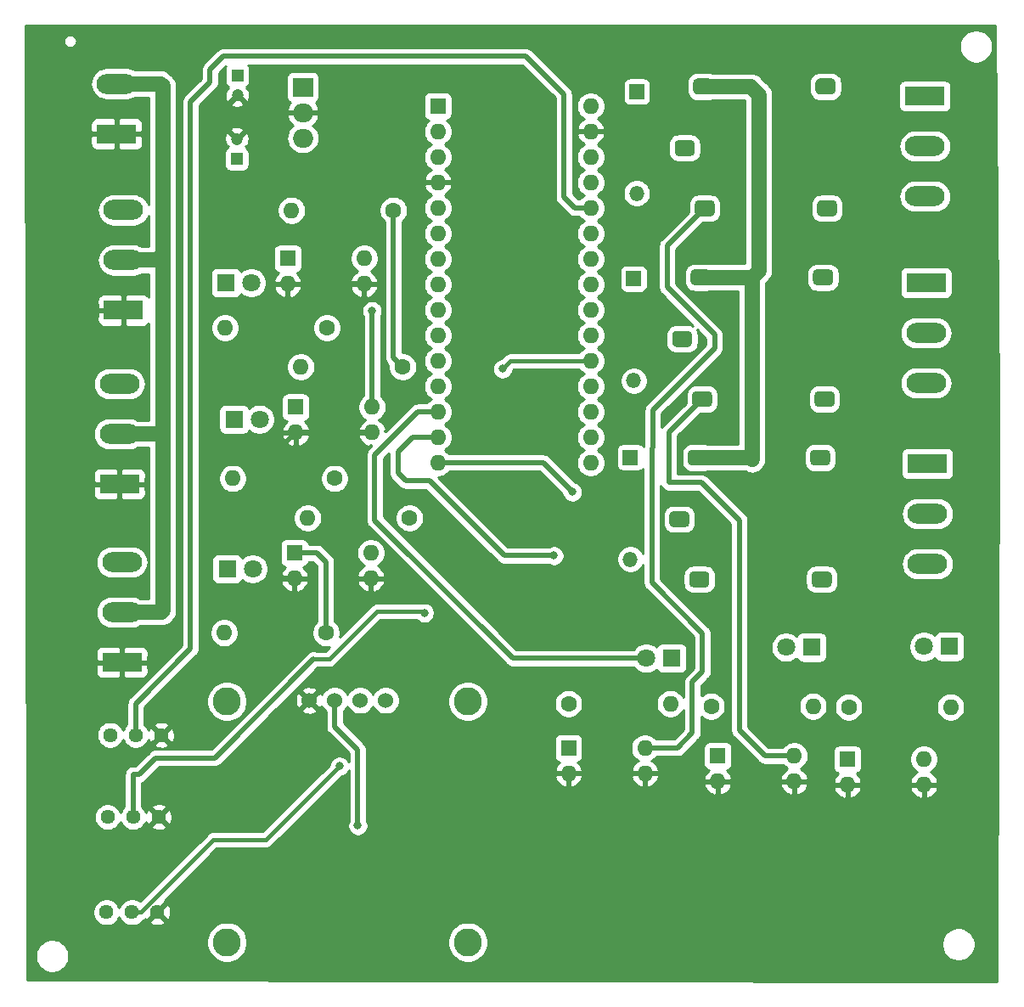
<source format=gbr>
%TF.GenerationSoftware,KiCad,Pcbnew,(5.1.6)-1*%
%TF.CreationDate,2020-11-28T00:37:19-05:00*%
%TF.ProjectId,arduino_graphite,61726475-696e-46f5-9f67-726170686974,rev?*%
%TF.SameCoordinates,Original*%
%TF.FileFunction,Copper,L1,Top*%
%TF.FilePolarity,Positive*%
%FSLAX46Y46*%
G04 Gerber Fmt 4.6, Leading zero omitted, Abs format (unit mm)*
G04 Created by KiCad (PCBNEW (5.1.6)-1) date 2020-11-28 00:37:19*
%MOMM*%
%LPD*%
G01*
G04 APERTURE LIST*
%TA.AperFunction,ComponentPad*%
%ADD10O,3.960000X1.980000*%
%TD*%
%TA.AperFunction,ComponentPad*%
%ADD11R,3.960000X1.980000*%
%TD*%
%TA.AperFunction,ComponentPad*%
%ADD12C,2.800000*%
%TD*%
%TA.AperFunction,ComponentPad*%
%ADD13C,1.524000*%
%TD*%
%TA.AperFunction,ComponentPad*%
%ADD14O,1.600000X1.600000*%
%TD*%
%TA.AperFunction,ComponentPad*%
%ADD15R,1.600000X1.600000*%
%TD*%
%TA.AperFunction,ComponentPad*%
%ADD16C,1.800000*%
%TD*%
%TA.AperFunction,ComponentPad*%
%ADD17R,1.800000X1.800000*%
%TD*%
%TA.AperFunction,ComponentPad*%
%ADD18C,1.200000*%
%TD*%
%TA.AperFunction,ComponentPad*%
%ADD19R,1.200000X1.200000*%
%TD*%
%TA.AperFunction,ComponentPad*%
%ADD20O,1.500000X1.500000*%
%TD*%
%TA.AperFunction,ComponentPad*%
%ADD21R,1.500000X1.500000*%
%TD*%
%TA.AperFunction,ComponentPad*%
%ADD22C,1.600000*%
%TD*%
%TA.AperFunction,ComponentPad*%
%ADD23C,1.440000*%
%TD*%
%TA.AperFunction,ComponentPad*%
%ADD24O,2.000000X1.905000*%
%TD*%
%TA.AperFunction,ComponentPad*%
%ADD25R,2.000000X1.905000*%
%TD*%
%TA.AperFunction,ViaPad*%
%ADD26C,0.800000*%
%TD*%
%TA.AperFunction,Conductor*%
%ADD27C,0.400000*%
%TD*%
%TA.AperFunction,Conductor*%
%ADD28C,0.500000*%
%TD*%
%TA.AperFunction,Conductor*%
%ADD29C,1.500000*%
%TD*%
%TA.AperFunction,Conductor*%
%ADD30C,0.254000*%
%TD*%
G04 APERTURE END LIST*
D10*
%TO.P,J4,2*%
%TO.N,+24vdc*%
X43434000Y-36833800D03*
D11*
%TO.P,J4,1*%
%TO.N,GND*%
X43434000Y-41833800D03*
%TD*%
D10*
%TO.P,J5,3*%
%TO.N,Net-(J5-Pad3)*%
X124028200Y-48074600D03*
%TO.P,J5,2*%
%TO.N,Net-(J5-Pad2)*%
X124028200Y-43074600D03*
D11*
%TO.P,J5,1*%
%TO.N,Net-(J5-Pad1)*%
X124028200Y-38074600D03*
%TD*%
D10*
%TO.P,J1,3*%
%TO.N,Net-(D1-Pad2)*%
X44119800Y-49436000D03*
%TO.P,J1,2*%
%TO.N,+24vdc*%
X44119800Y-54436000D03*
D11*
%TO.P,J1,1*%
%TO.N,GND*%
X44119800Y-59436000D03*
%TD*%
D10*
%TO.P,J2,3*%
%TO.N,Net-(D3-Pad2)*%
X43713400Y-66758800D03*
%TO.P,J2,2*%
%TO.N,+24vdc*%
X43713400Y-71758800D03*
D11*
%TO.P,J2,1*%
%TO.N,GND*%
X43713400Y-76758800D03*
%TD*%
D10*
%TO.P,J3,3*%
%TO.N,Net-(D2-Pad2)*%
X43967400Y-84538800D03*
%TO.P,J3,2*%
%TO.N,+24vdc*%
X43967400Y-89538800D03*
D11*
%TO.P,J3,1*%
%TO.N,GND*%
X43967400Y-94538800D03*
%TD*%
D10*
%TO.P,J6,3*%
%TO.N,Net-(J6-Pad3)*%
X124155200Y-66692800D03*
%TO.P,J6,2*%
%TO.N,Net-(J6-Pad2)*%
X124155200Y-61692800D03*
D11*
%TO.P,J6,1*%
%TO.N,Net-(J6-Pad1)*%
X124155200Y-56692800D03*
%TD*%
D10*
%TO.P,J7,3*%
%TO.N,Net-(J7-Pad3)*%
X124282200Y-84726800D03*
%TO.P,J7,2*%
%TO.N,Net-(J7-Pad2)*%
X124282200Y-79726800D03*
D11*
%TO.P,J7,1*%
%TO.N,Net-(J7-Pad1)*%
X124282200Y-74726800D03*
%TD*%
D12*
%TO.P,U5,*%
%TO.N,*%
X54446400Y-122439200D03*
X78446400Y-122439200D03*
X78446400Y-98439200D03*
X54446400Y-98439200D03*
D13*
%TO.P,U5,4*%
%TO.N,A4*%
X70256400Y-98339200D03*
%TO.P,U5,3*%
%TO.N,A5*%
X67716400Y-98339200D03*
%TO.P,U5,2*%
%TO.N,+5vdc*%
X65176400Y-98339200D03*
%TO.P,U5,1*%
%TO.N,GND*%
X62636400Y-98339200D03*
%TD*%
D14*
%TO.P,A1,16*%
%TO.N,Net-(A1-Pad16)*%
X90703400Y-74625200D03*
%TO.P,A1,15*%
%TO.N,out_chamber*%
X75463400Y-74625200D03*
%TO.P,A1,30*%
%TO.N,+5vdc*%
X90703400Y-39065200D03*
%TO.P,A1,14*%
%TO.N,out_vibrator*%
X75463400Y-72085200D03*
%TO.P,A1,29*%
%TO.N,GND*%
X90703400Y-41605200D03*
%TO.P,A1,13*%
%TO.N,out_hopper*%
X75463400Y-69545200D03*
%TO.P,A1,28*%
%TO.N,Net-(A1-Pad28)*%
X90703400Y-44145200D03*
%TO.P,A1,12*%
%TO.N,Net-(A1-Pad12)*%
X75463400Y-67005200D03*
%TO.P,A1,27*%
%TO.N,Net-(A1-Pad27)*%
X90703400Y-46685200D03*
%TO.P,A1,11*%
%TO.N,Net-(A1-Pad11)*%
X75463400Y-64465200D03*
%TO.P,A1,26*%
%TO.N,A7*%
X90703400Y-49225200D03*
%TO.P,A1,10*%
%TO.N,Net-(A1-Pad10)*%
X75463400Y-61925200D03*
%TO.P,A1,25*%
%TO.N,Net-(A1-Pad25)*%
X90703400Y-51765200D03*
%TO.P,A1,9*%
%TO.N,safety_doors*%
X75463400Y-59385200D03*
%TO.P,A1,24*%
%TO.N,A5*%
X90703400Y-54305200D03*
%TO.P,A1,8*%
%TO.N,level_chamber*%
X75463400Y-56845200D03*
%TO.P,A1,23*%
%TO.N,A4*%
X90703400Y-56845200D03*
%TO.P,A1,7*%
%TO.N,gate_hopper*%
X75463400Y-54305200D03*
%TO.P,A1,22*%
%TO.N,Net-(A1-Pad22)*%
X90703400Y-59385200D03*
%TO.P,A1,6*%
%TO.N,Net-(A1-Pad6)*%
X75463400Y-51765200D03*
%TO.P,A1,21*%
%TO.N,Net-(A1-Pad21)*%
X90703400Y-61925200D03*
%TO.P,A1,5*%
%TO.N,Net-(A1-Pad5)*%
X75463400Y-49225200D03*
%TO.P,A1,20*%
%TO.N,A1*%
X90703400Y-64465200D03*
%TO.P,A1,4*%
%TO.N,GND*%
X75463400Y-46685200D03*
%TO.P,A1,19*%
%TO.N,Ao*%
X90703400Y-67005200D03*
%TO.P,A1,3*%
%TO.N,Net-(A1-Pad3)*%
X75463400Y-44145200D03*
%TO.P,A1,18*%
%TO.N,Net-(A1-Pad18)*%
X90703400Y-69545200D03*
%TO.P,A1,2*%
%TO.N,Net-(A1-Pad2)*%
X75463400Y-41605200D03*
%TO.P,A1,17*%
%TO.N,Net-(A1-Pad17)*%
X90703400Y-72085200D03*
D15*
%TO.P,A1,1*%
%TO.N,Net-(A1-Pad1)*%
X75463400Y-39065200D03*
%TD*%
D16*
%TO.P,D1,2*%
%TO.N,Net-(D1-Pad2)*%
X56870600Y-56692800D03*
D17*
%TO.P,D1,1*%
%TO.N,Net-(D1-Pad1)*%
X54330600Y-56692800D03*
%TD*%
D16*
%TO.P,D2,2*%
%TO.N,Net-(D2-Pad2)*%
X56997600Y-85217000D03*
D17*
%TO.P,D2,1*%
%TO.N,Net-(D2-Pad1)*%
X54457600Y-85217000D03*
%TD*%
D16*
%TO.P,D3,2*%
%TO.N,Net-(D3-Pad2)*%
X57683400Y-70307200D03*
D17*
%TO.P,D3,1*%
%TO.N,Net-(D3-Pad1)*%
X55143400Y-70307200D03*
%TD*%
D16*
%TO.P,D4,2*%
%TO.N,out_hopper*%
X96240600Y-94132400D03*
D17*
%TO.P,D4,1*%
%TO.N,Net-(D4-Pad1)*%
X98780600Y-94132400D03*
%TD*%
D16*
%TO.P,D5,2*%
%TO.N,out_chamber*%
X123926600Y-92964000D03*
D17*
%TO.P,D5,1*%
%TO.N,Net-(D5-Pad1)*%
X126466600Y-92964000D03*
%TD*%
D16*
%TO.P,D6,2*%
%TO.N,out_vibrator*%
X110185200Y-93040200D03*
D17*
%TO.P,D6,1*%
%TO.N,Net-(D6-Pad1)*%
X112725200Y-93040200D03*
%TD*%
%TO.P,K1,2*%
%TO.N,Net-(D7-Pad2)*%
%TA.AperFunction,ComponentPad*%
G36*
G01*
X101079400Y-49660200D02*
X101079400Y-48860200D01*
G75*
G02*
X101479400Y-48460200I400000J0D01*
G01*
X102679400Y-48460200D01*
G75*
G02*
X103079400Y-48860200I0J-400000D01*
G01*
X103079400Y-49660200D01*
G75*
G02*
X102679400Y-50060200I-400000J0D01*
G01*
X101479400Y-50060200D01*
G75*
G02*
X101079400Y-49660200I0J400000D01*
G01*
G37*
%TD.AperFunction*%
%TO.P,K1,5*%
%TO.N,Net-(J5-Pad3)*%
%TA.AperFunction,ComponentPad*%
G36*
G01*
X113279400Y-49660200D02*
X113279400Y-48860200D01*
G75*
G02*
X113679400Y-48460200I400000J0D01*
G01*
X114879400Y-48460200D01*
G75*
G02*
X115279400Y-48860200I0J-400000D01*
G01*
X115279400Y-49660200D01*
G75*
G02*
X114879400Y-50060200I-400000J0D01*
G01*
X113679400Y-50060200D01*
G75*
G02*
X113279400Y-49660200I0J400000D01*
G01*
G37*
%TD.AperFunction*%
%TO.P,K1,3*%
%TO.N,Net-(J5-Pad1)*%
%TA.AperFunction,ComponentPad*%
G36*
G01*
X113129400Y-37520200D02*
X113129400Y-36720200D01*
G75*
G02*
X113529400Y-36320200I400000J0D01*
G01*
X114729400Y-36320200D01*
G75*
G02*
X115129400Y-36720200I0J-400000D01*
G01*
X115129400Y-37520200D01*
G75*
G02*
X114729400Y-37920200I-400000J0D01*
G01*
X113529400Y-37920200D01*
G75*
G02*
X113129400Y-37520200I0J400000D01*
G01*
G37*
%TD.AperFunction*%
%TO.P,K1,1*%
%TO.N,+24vdc*%
%TA.AperFunction,ComponentPad*%
G36*
G01*
X100929400Y-37520200D02*
X100929400Y-36720200D01*
G75*
G02*
X101329400Y-36320200I400000J0D01*
G01*
X102529400Y-36320200D01*
G75*
G02*
X102929400Y-36720200I0J-400000D01*
G01*
X102929400Y-37520200D01*
G75*
G02*
X102529400Y-37920200I-400000J0D01*
G01*
X101329400Y-37920200D01*
G75*
G02*
X100929400Y-37520200I0J400000D01*
G01*
G37*
%TD.AperFunction*%
%TO.P,K1,4*%
%TO.N,Net-(J5-Pad2)*%
%TA.AperFunction,ComponentPad*%
G36*
G01*
X99079400Y-43660200D02*
X99079400Y-42860200D01*
G75*
G02*
X99479400Y-42460200I400000J0D01*
G01*
X100679400Y-42460200D01*
G75*
G02*
X101079400Y-42860200I0J-400000D01*
G01*
X101079400Y-43660200D01*
G75*
G02*
X100679400Y-44060200I-400000J0D01*
G01*
X99479400Y-44060200D01*
G75*
G02*
X99079400Y-43660200I0J400000D01*
G01*
G37*
%TD.AperFunction*%
%TD*%
%TO.P,K2,2*%
%TO.N,Net-(D8-Pad2)*%
%TA.AperFunction,ComponentPad*%
G36*
G01*
X100825400Y-68684800D02*
X100825400Y-67884800D01*
G75*
G02*
X101225400Y-67484800I400000J0D01*
G01*
X102425400Y-67484800D01*
G75*
G02*
X102825400Y-67884800I0J-400000D01*
G01*
X102825400Y-68684800D01*
G75*
G02*
X102425400Y-69084800I-400000J0D01*
G01*
X101225400Y-69084800D01*
G75*
G02*
X100825400Y-68684800I0J400000D01*
G01*
G37*
%TD.AperFunction*%
%TO.P,K2,5*%
%TO.N,Net-(J6-Pad3)*%
%TA.AperFunction,ComponentPad*%
G36*
G01*
X113025400Y-68684800D02*
X113025400Y-67884800D01*
G75*
G02*
X113425400Y-67484800I400000J0D01*
G01*
X114625400Y-67484800D01*
G75*
G02*
X115025400Y-67884800I0J-400000D01*
G01*
X115025400Y-68684800D01*
G75*
G02*
X114625400Y-69084800I-400000J0D01*
G01*
X113425400Y-69084800D01*
G75*
G02*
X113025400Y-68684800I0J400000D01*
G01*
G37*
%TD.AperFunction*%
%TO.P,K2,3*%
%TO.N,Net-(J6-Pad1)*%
%TA.AperFunction,ComponentPad*%
G36*
G01*
X112875400Y-56544800D02*
X112875400Y-55744800D01*
G75*
G02*
X113275400Y-55344800I400000J0D01*
G01*
X114475400Y-55344800D01*
G75*
G02*
X114875400Y-55744800I0J-400000D01*
G01*
X114875400Y-56544800D01*
G75*
G02*
X114475400Y-56944800I-400000J0D01*
G01*
X113275400Y-56944800D01*
G75*
G02*
X112875400Y-56544800I0J400000D01*
G01*
G37*
%TD.AperFunction*%
%TO.P,K2,1*%
%TO.N,+24vdc*%
%TA.AperFunction,ComponentPad*%
G36*
G01*
X100675400Y-56544800D02*
X100675400Y-55744800D01*
G75*
G02*
X101075400Y-55344800I400000J0D01*
G01*
X102275400Y-55344800D01*
G75*
G02*
X102675400Y-55744800I0J-400000D01*
G01*
X102675400Y-56544800D01*
G75*
G02*
X102275400Y-56944800I-400000J0D01*
G01*
X101075400Y-56944800D01*
G75*
G02*
X100675400Y-56544800I0J400000D01*
G01*
G37*
%TD.AperFunction*%
%TO.P,K2,4*%
%TO.N,Net-(J6-Pad2)*%
%TA.AperFunction,ComponentPad*%
G36*
G01*
X98825400Y-62684800D02*
X98825400Y-61884800D01*
G75*
G02*
X99225400Y-61484800I400000J0D01*
G01*
X100425400Y-61484800D01*
G75*
G02*
X100825400Y-61884800I0J-400000D01*
G01*
X100825400Y-62684800D01*
G75*
G02*
X100425400Y-63084800I-400000J0D01*
G01*
X99225400Y-63084800D01*
G75*
G02*
X98825400Y-62684800I0J400000D01*
G01*
G37*
%TD.AperFunction*%
%TD*%
%TO.P,K3,2*%
%TO.N,Net-(D9-Pad2)*%
%TA.AperFunction,ComponentPad*%
G36*
G01*
X100546000Y-86668000D02*
X100546000Y-85868000D01*
G75*
G02*
X100946000Y-85468000I400000J0D01*
G01*
X102146000Y-85468000D01*
G75*
G02*
X102546000Y-85868000I0J-400000D01*
G01*
X102546000Y-86668000D01*
G75*
G02*
X102146000Y-87068000I-400000J0D01*
G01*
X100946000Y-87068000D01*
G75*
G02*
X100546000Y-86668000I0J400000D01*
G01*
G37*
%TD.AperFunction*%
%TO.P,K3,5*%
%TO.N,Net-(J7-Pad3)*%
%TA.AperFunction,ComponentPad*%
G36*
G01*
X112746000Y-86668000D02*
X112746000Y-85868000D01*
G75*
G02*
X113146000Y-85468000I400000J0D01*
G01*
X114346000Y-85468000D01*
G75*
G02*
X114746000Y-85868000I0J-400000D01*
G01*
X114746000Y-86668000D01*
G75*
G02*
X114346000Y-87068000I-400000J0D01*
G01*
X113146000Y-87068000D01*
G75*
G02*
X112746000Y-86668000I0J400000D01*
G01*
G37*
%TD.AperFunction*%
%TO.P,K3,3*%
%TO.N,Net-(J7-Pad1)*%
%TA.AperFunction,ComponentPad*%
G36*
G01*
X112596000Y-74528000D02*
X112596000Y-73728000D01*
G75*
G02*
X112996000Y-73328000I400000J0D01*
G01*
X114196000Y-73328000D01*
G75*
G02*
X114596000Y-73728000I0J-400000D01*
G01*
X114596000Y-74528000D01*
G75*
G02*
X114196000Y-74928000I-400000J0D01*
G01*
X112996000Y-74928000D01*
G75*
G02*
X112596000Y-74528000I0J400000D01*
G01*
G37*
%TD.AperFunction*%
%TO.P,K3,1*%
%TO.N,+24vdc*%
%TA.AperFunction,ComponentPad*%
G36*
G01*
X100396000Y-74528000D02*
X100396000Y-73728000D01*
G75*
G02*
X100796000Y-73328000I400000J0D01*
G01*
X101996000Y-73328000D01*
G75*
G02*
X102396000Y-73728000I0J-400000D01*
G01*
X102396000Y-74528000D01*
G75*
G02*
X101996000Y-74928000I-400000J0D01*
G01*
X100796000Y-74928000D01*
G75*
G02*
X100396000Y-74528000I0J400000D01*
G01*
G37*
%TD.AperFunction*%
%TO.P,K3,4*%
%TO.N,Net-(J7-Pad2)*%
%TA.AperFunction,ComponentPad*%
G36*
G01*
X98546000Y-80668000D02*
X98546000Y-79868000D01*
G75*
G02*
X98946000Y-79468000I400000J0D01*
G01*
X100146000Y-79468000D01*
G75*
G02*
X100546000Y-79868000I0J-400000D01*
G01*
X100546000Y-80668000D01*
G75*
G02*
X100146000Y-81068000I-400000J0D01*
G01*
X98946000Y-81068000D01*
G75*
G02*
X98546000Y-80668000I0J400000D01*
G01*
G37*
%TD.AperFunction*%
%TD*%
D18*
%TO.P,C1,2*%
%TO.N,GND*%
X55473600Y-37991800D03*
D19*
%TO.P,C1,1*%
%TO.N,+24vdc*%
X55473600Y-35991800D03*
%TD*%
D18*
%TO.P,C2,2*%
%TO.N,GND*%
X55422800Y-42348400D03*
D19*
%TO.P,C2,1*%
%TO.N,+5vdc*%
X55422800Y-44348400D03*
%TD*%
D20*
%TO.P,D7,2*%
%TO.N,Net-(D7-Pad2)*%
X95300800Y-47777400D03*
D21*
%TO.P,D7,1*%
%TO.N,+24vdc*%
X95300800Y-37617400D03*
%TD*%
D20*
%TO.P,D8,2*%
%TO.N,Net-(D8-Pad2)*%
X94996000Y-66446400D03*
D21*
%TO.P,D8,1*%
%TO.N,+24vdc*%
X94996000Y-56286400D03*
%TD*%
D20*
%TO.P,D9,2*%
%TO.N,Net-(D9-Pad2)*%
X94665800Y-84251800D03*
D21*
%TO.P,D9,1*%
%TO.N,+24vdc*%
X94665800Y-74091800D03*
%TD*%
D14*
%TO.P,R1,2*%
%TO.N,Net-(D1-Pad1)*%
X54254400Y-61163200D03*
D22*
%TO.P,R1,1*%
%TO.N,Net-(R1-Pad1)*%
X64414400Y-61163200D03*
%TD*%
D14*
%TO.P,R2,2*%
%TO.N,Net-(D2-Pad1)*%
X54152800Y-91592400D03*
D22*
%TO.P,R2,1*%
%TO.N,Net-(R2-Pad1)*%
X64312800Y-91592400D03*
%TD*%
D14*
%TO.P,R3,2*%
%TO.N,Net-(D3-Pad1)*%
X54991000Y-76200000D03*
D22*
%TO.P,R3,1*%
%TO.N,Net-(R3-Pad1)*%
X65151000Y-76200000D03*
%TD*%
D14*
%TO.P,R4,2*%
%TO.N,gate_hopper*%
X60883800Y-49453800D03*
D22*
%TO.P,R4,1*%
%TO.N,+5vdc*%
X71043800Y-49453800D03*
%TD*%
D14*
%TO.P,R5,2*%
%TO.N,level_chamber*%
X61798200Y-65074800D03*
D22*
%TO.P,R5,1*%
%TO.N,+5vdc*%
X71958200Y-65074800D03*
%TD*%
D14*
%TO.P,R6,2*%
%TO.N,safety_doors*%
X62484000Y-80137000D03*
D22*
%TO.P,R6,1*%
%TO.N,+5vdc*%
X72644000Y-80137000D03*
%TD*%
D14*
%TO.P,R7,2*%
%TO.N,Net-(D4-Pad1)*%
X98653600Y-98653600D03*
D22*
%TO.P,R7,1*%
%TO.N,Net-(R7-Pad1)*%
X88493600Y-98653600D03*
%TD*%
D14*
%TO.P,R8,2*%
%TO.N,Net-(D6-Pad1)*%
X112877600Y-98907600D03*
D22*
%TO.P,R8,1*%
%TO.N,Net-(R8-Pad1)*%
X102717600Y-98907600D03*
%TD*%
D14*
%TO.P,R9,2*%
%TO.N,Net-(D5-Pad1)*%
X126593600Y-98983800D03*
D22*
%TO.P,R9,1*%
%TO.N,Net-(R9-Pad1)*%
X116433600Y-98983800D03*
%TD*%
D23*
%TO.P,RV1,3*%
%TO.N,GND*%
X47498000Y-119456200D03*
%TO.P,RV1,2*%
%TO.N,Ao*%
X44958000Y-119456200D03*
%TO.P,RV1,1*%
%TO.N,+5vdc*%
X42418000Y-119456200D03*
%TD*%
%TO.P,RV2,3*%
%TO.N,GND*%
X47625000Y-109956600D03*
%TO.P,RV2,2*%
%TO.N,A1*%
X45085000Y-109956600D03*
%TO.P,RV2,1*%
%TO.N,+5vdc*%
X42545000Y-109956600D03*
%TD*%
%TO.P,RV3,3*%
%TO.N,GND*%
X47879000Y-101777800D03*
%TO.P,RV3,2*%
%TO.N,A7*%
X45339000Y-101777800D03*
%TO.P,RV3,1*%
%TO.N,+5vdc*%
X42799000Y-101777800D03*
%TD*%
D24*
%TO.P,U1,3*%
%TO.N,+5vdc*%
X62001400Y-42265600D03*
%TO.P,U1,2*%
%TO.N,GND*%
X62001400Y-39725600D03*
D25*
%TO.P,U1,1*%
%TO.N,+24vdc*%
X62001400Y-37185600D03*
%TD*%
D14*
%TO.P,U2,4*%
%TO.N,gate_hopper*%
X68122800Y-54254400D03*
%TO.P,U2,2*%
%TO.N,GND*%
X60502800Y-56794400D03*
%TO.P,U2,3*%
X68122800Y-56794400D03*
D15*
%TO.P,U2,1*%
%TO.N,Net-(R1-Pad1)*%
X60502800Y-54254400D03*
%TD*%
D14*
%TO.P,U3,4*%
%TO.N,level_chamber*%
X68910200Y-69088000D03*
%TO.P,U3,2*%
%TO.N,GND*%
X61290200Y-71628000D03*
%TO.P,U3,3*%
X68910200Y-71628000D03*
D15*
%TO.P,U3,1*%
%TO.N,Net-(R3-Pad1)*%
X61290200Y-69088000D03*
%TD*%
D14*
%TO.P,U4,4*%
%TO.N,safety_doors*%
X68783200Y-83616800D03*
%TO.P,U4,2*%
%TO.N,GND*%
X61163200Y-86156800D03*
%TO.P,U4,3*%
X68783200Y-86156800D03*
D15*
%TO.P,U4,1*%
%TO.N,Net-(R2-Pad1)*%
X61163200Y-83616800D03*
%TD*%
D14*
%TO.P,U6,4*%
%TO.N,Net-(D7-Pad2)*%
X96113600Y-103073200D03*
%TO.P,U6,2*%
%TO.N,GND*%
X88493600Y-105613200D03*
%TO.P,U6,3*%
X96113600Y-105613200D03*
D15*
%TO.P,U6,1*%
%TO.N,Net-(R7-Pad1)*%
X88493600Y-103073200D03*
%TD*%
D14*
%TO.P,U7,4*%
%TO.N,Net-(D8-Pad2)*%
X110998000Y-103860600D03*
%TO.P,U7,2*%
%TO.N,GND*%
X103378000Y-106400600D03*
%TO.P,U7,3*%
X110998000Y-106400600D03*
D15*
%TO.P,U7,1*%
%TO.N,Net-(R8-Pad1)*%
X103378000Y-103860600D03*
%TD*%
D14*
%TO.P,U8,4*%
%TO.N,Net-(D9-Pad2)*%
X123926600Y-104190800D03*
%TO.P,U8,2*%
%TO.N,GND*%
X116306600Y-106730800D03*
%TO.P,U8,3*%
X123926600Y-106730800D03*
D15*
%TO.P,U8,1*%
%TO.N,Net-(R9-Pad1)*%
X116306600Y-104190800D03*
%TD*%
D26*
%TO.N,Ao*%
X65659000Y-104902000D03*
%TO.N,A1*%
X74117200Y-89611200D03*
X81915000Y-65278000D03*
%TO.N,level_chamber*%
X68910200Y-59486800D03*
%TO.N,out_vibrator*%
X87045800Y-83896200D03*
%TO.N,+5vdc*%
X67487800Y-110820200D03*
%TO.N,out_chamber*%
X88894322Y-77541222D03*
%TD*%
D27*
%TO.N,Ao*%
X65659000Y-104902000D02*
X58318400Y-112242600D01*
X45840398Y-119456200D02*
X44958000Y-119456200D01*
X53053998Y-112242600D02*
X45840398Y-119456200D01*
X58318400Y-112242600D02*
X53053998Y-112242600D01*
D28*
%TO.N,GND*%
X68122800Y-56794400D02*
X64846200Y-56794400D01*
X64846200Y-56794400D02*
X64312800Y-56261000D01*
X64312800Y-56261000D02*
X64312800Y-52552600D01*
X70180200Y-46685200D02*
X75463400Y-46685200D01*
X64312800Y-52552600D02*
X70180200Y-46685200D01*
X62001400Y-39725600D02*
X69011800Y-39725600D01*
X70180200Y-40894000D02*
X70180200Y-46685200D01*
X69011800Y-39725600D02*
X70180200Y-40894000D01*
X68910200Y-71628000D02*
X61290200Y-71628000D01*
X61163200Y-86156800D02*
X59994800Y-86156800D01*
X59994800Y-86156800D02*
X59410600Y-85572600D01*
X59410600Y-73507600D02*
X61290200Y-71628000D01*
X59410600Y-85572600D02*
X59410600Y-73507600D01*
%TO.N,A1*%
X45085000Y-109956600D02*
X45085000Y-105714800D01*
X45673602Y-105714800D02*
X47324602Y-104063800D01*
X45085000Y-105714800D02*
X45673602Y-105714800D01*
X47324602Y-104063800D02*
X53238400Y-104063800D01*
X53238400Y-104063800D02*
X63068200Y-94234000D01*
D27*
X63068200Y-94234000D02*
X64617600Y-94234000D01*
X64617600Y-94234000D02*
X69418200Y-89433400D01*
X69418200Y-89433400D02*
X73939400Y-89433400D01*
X73939400Y-89433400D02*
X74117200Y-89611200D01*
X82727800Y-64465200D02*
X90703400Y-64465200D01*
X81915000Y-65278000D02*
X82727800Y-64465200D01*
D28*
%TO.N,level_chamber*%
X68910200Y-69088000D02*
X68910200Y-59486800D01*
%TO.N,A7*%
X89128600Y-49225200D02*
X90703400Y-49225200D01*
X88036400Y-48133000D02*
X89128600Y-49225200D01*
X88036400Y-37896800D02*
X88036400Y-48133000D01*
X84251800Y-34112200D02*
X88036400Y-37896800D01*
X54051200Y-34112200D02*
X84251800Y-34112200D01*
X52755800Y-35407600D02*
X54051200Y-34112200D01*
X45339000Y-98653600D02*
X50800000Y-93192600D01*
X52755800Y-36699598D02*
X52755800Y-35407600D01*
X50800000Y-38655398D02*
X52755800Y-36699598D01*
X45339000Y-101777800D02*
X45339000Y-98653600D01*
X50800000Y-93192600D02*
X50800000Y-38655398D01*
%TO.N,out_hopper*%
X96240600Y-94132400D02*
X82931000Y-94132400D01*
X82931000Y-94132400D02*
X69164200Y-80365600D01*
X69164200Y-80365600D02*
X69164200Y-73863200D01*
X73482200Y-69545200D02*
X75463400Y-69545200D01*
X69164200Y-73863200D02*
X73482200Y-69545200D01*
%TO.N,out_vibrator*%
X87045800Y-83896200D02*
X82092800Y-83896200D01*
X82092800Y-83896200D02*
X74625200Y-76428600D01*
X74625200Y-76428600D02*
X72237600Y-76428600D01*
X72237600Y-76428600D02*
X71475600Y-75666600D01*
X71475600Y-75666600D02*
X71475600Y-73533000D01*
X72923400Y-72085200D02*
X75463400Y-72085200D01*
X71475600Y-73533000D02*
X72923400Y-72085200D01*
%TO.N,+5vdc*%
X71043800Y-64160400D02*
X71958200Y-65074800D01*
X71043800Y-49453800D02*
X71043800Y-64160400D01*
X67487800Y-110820200D02*
X67487800Y-103251000D01*
X65176400Y-100939600D02*
X65176400Y-98339200D01*
X67487800Y-103251000D02*
X65176400Y-100939600D01*
%TO.N,out_chamber*%
X85978300Y-74625200D02*
X88894322Y-77541222D01*
X75463400Y-74625200D02*
X85978300Y-74625200D01*
D29*
%TO.N,+24vdc*%
X43434000Y-36833800D02*
X47781200Y-36833800D01*
X47781200Y-36833800D02*
X48031400Y-37084000D01*
X48031400Y-37084000D02*
X48031400Y-53898800D01*
X47494200Y-54436000D02*
X44119800Y-54436000D01*
X48031400Y-53898800D02*
X47494200Y-54436000D01*
X43713400Y-71758800D02*
X47697400Y-71758800D01*
X48031400Y-71424800D02*
X48031400Y-53898800D01*
X47697400Y-71758800D02*
X48031400Y-71424800D01*
X43967400Y-89538800D02*
X47900600Y-89538800D01*
X48031400Y-89408000D02*
X48031400Y-71424800D01*
X47900600Y-89538800D02*
X48031400Y-89408000D01*
X107467400Y-37943800D02*
X107467400Y-55473600D01*
X106796200Y-56144800D02*
X101675400Y-56144800D01*
X107467400Y-55473600D02*
X106796200Y-56144800D01*
X106796200Y-56144800D02*
X106796200Y-74305800D01*
X106618400Y-74128000D02*
X101396000Y-74128000D01*
X106796200Y-74305800D02*
X106618400Y-74128000D01*
X106643800Y-37120200D02*
X107467400Y-37943800D01*
X101929400Y-37120200D02*
X106643800Y-37120200D01*
D28*
%TO.N,Net-(D7-Pad2)*%
X96113600Y-103073200D02*
X99364800Y-103073200D01*
X99364800Y-103073200D02*
X100838000Y-101600000D01*
X100838000Y-101600000D02*
X100838000Y-96520000D01*
X100838000Y-96520000D02*
X101854000Y-95504000D01*
X101854000Y-95504000D02*
X101854000Y-91617800D01*
X101854000Y-91617800D02*
X96824800Y-86588600D01*
X96824800Y-86588600D02*
X96824800Y-73228200D01*
X96824800Y-73228200D02*
X96901000Y-73152000D01*
X96901000Y-73152000D02*
X96901000Y-69392800D01*
X96901000Y-69392800D02*
X103073200Y-63220600D01*
X103073200Y-63220600D02*
X103073200Y-61874400D01*
X103073200Y-61874400D02*
X98348800Y-57150000D01*
X98348800Y-52990800D02*
X102079400Y-49260200D01*
X98348800Y-57150000D02*
X98348800Y-52990800D01*
%TO.N,Net-(D8-Pad2)*%
X105537000Y-101346000D02*
X105537000Y-80365600D01*
X105537000Y-80365600D02*
X101777800Y-76606400D01*
X98526600Y-76606400D02*
X98526600Y-71583600D01*
X101777800Y-76606400D02*
X98526600Y-76606400D01*
X98526600Y-71583600D02*
X101825400Y-68284800D01*
X108051600Y-103860600D02*
X105537000Y-101346000D01*
X110998000Y-103860600D02*
X108051600Y-103860600D01*
%TO.N,Net-(R2-Pad1)*%
X61163200Y-83616800D02*
X63373000Y-83616800D01*
X64312800Y-84556600D02*
X64312800Y-91592400D01*
X63373000Y-83616800D02*
X64312800Y-84556600D01*
%TD*%
D30*
%TO.N,GND*%
G36*
X131024367Y-31063242D02*
G01*
X131345781Y-68308358D01*
X131193137Y-126389434D01*
X34517160Y-126188966D01*
X34513165Y-123659042D01*
X35322800Y-123659042D01*
X35322800Y-123990958D01*
X35387554Y-124316496D01*
X35514572Y-124623147D01*
X35698975Y-124899125D01*
X35933675Y-125133825D01*
X36209653Y-125318228D01*
X36516304Y-125445246D01*
X36841842Y-125510000D01*
X37173758Y-125510000D01*
X37499296Y-125445246D01*
X37805947Y-125318228D01*
X38081925Y-125133825D01*
X38316625Y-124899125D01*
X38501028Y-124623147D01*
X38628046Y-124316496D01*
X38692800Y-123990958D01*
X38692800Y-123659042D01*
X38628046Y-123333504D01*
X38501028Y-123026853D01*
X38316625Y-122750875D01*
X38081925Y-122516175D01*
X37805947Y-122331772D01*
X37581419Y-122238770D01*
X52411400Y-122238770D01*
X52411400Y-122639630D01*
X52489604Y-123032787D01*
X52643007Y-123403134D01*
X52865713Y-123736437D01*
X53149163Y-124019887D01*
X53482466Y-124242593D01*
X53852813Y-124395996D01*
X54245970Y-124474200D01*
X54646830Y-124474200D01*
X55039987Y-124395996D01*
X55410334Y-124242593D01*
X55743637Y-124019887D01*
X56027087Y-123736437D01*
X56249793Y-123403134D01*
X56403196Y-123032787D01*
X56481400Y-122639630D01*
X56481400Y-122238770D01*
X76411400Y-122238770D01*
X76411400Y-122639630D01*
X76489604Y-123032787D01*
X76643007Y-123403134D01*
X76865713Y-123736437D01*
X77149163Y-124019887D01*
X77482466Y-124242593D01*
X77852813Y-124395996D01*
X78245970Y-124474200D01*
X78646830Y-124474200D01*
X79039987Y-124395996D01*
X79410334Y-124242593D01*
X79743637Y-124019887D01*
X80027087Y-123736437D01*
X80249793Y-123403134D01*
X80403196Y-123032787D01*
X80481400Y-122639630D01*
X80481400Y-122490642D01*
X125696000Y-122490642D01*
X125696000Y-122822558D01*
X125760754Y-123148096D01*
X125887772Y-123454747D01*
X126072175Y-123730725D01*
X126306875Y-123965425D01*
X126582853Y-124149828D01*
X126889504Y-124276846D01*
X127215042Y-124341600D01*
X127546958Y-124341600D01*
X127872496Y-124276846D01*
X128179147Y-124149828D01*
X128455125Y-123965425D01*
X128689825Y-123730725D01*
X128874228Y-123454747D01*
X129001246Y-123148096D01*
X129066000Y-122822558D01*
X129066000Y-122490642D01*
X129001246Y-122165104D01*
X128874228Y-121858453D01*
X128689825Y-121582475D01*
X128455125Y-121347775D01*
X128179147Y-121163372D01*
X127872496Y-121036354D01*
X127546958Y-120971600D01*
X127215042Y-120971600D01*
X126889504Y-121036354D01*
X126582853Y-121163372D01*
X126306875Y-121347775D01*
X126072175Y-121582475D01*
X125887772Y-121858453D01*
X125760754Y-122165104D01*
X125696000Y-122490642D01*
X80481400Y-122490642D01*
X80481400Y-122238770D01*
X80403196Y-121845613D01*
X80249793Y-121475266D01*
X80027087Y-121141963D01*
X79743637Y-120858513D01*
X79410334Y-120635807D01*
X79039987Y-120482404D01*
X78646830Y-120404200D01*
X78245970Y-120404200D01*
X77852813Y-120482404D01*
X77482466Y-120635807D01*
X77149163Y-120858513D01*
X76865713Y-121141963D01*
X76643007Y-121475266D01*
X76489604Y-121845613D01*
X76411400Y-122238770D01*
X56481400Y-122238770D01*
X56403196Y-121845613D01*
X56249793Y-121475266D01*
X56027087Y-121141963D01*
X55743637Y-120858513D01*
X55410334Y-120635807D01*
X55039987Y-120482404D01*
X54646830Y-120404200D01*
X54245970Y-120404200D01*
X53852813Y-120482404D01*
X53482466Y-120635807D01*
X53149163Y-120858513D01*
X52865713Y-121141963D01*
X52643007Y-121475266D01*
X52489604Y-121845613D01*
X52411400Y-122238770D01*
X37581419Y-122238770D01*
X37499296Y-122204754D01*
X37173758Y-122140000D01*
X36841842Y-122140000D01*
X36516304Y-122204754D01*
X36209653Y-122331772D01*
X35933675Y-122516175D01*
X35698975Y-122750875D01*
X35514572Y-123026853D01*
X35387554Y-123333504D01*
X35322800Y-123659042D01*
X34513165Y-123659042D01*
X34506317Y-119322744D01*
X41063000Y-119322744D01*
X41063000Y-119589656D01*
X41115072Y-119851439D01*
X41217215Y-120098033D01*
X41365503Y-120319962D01*
X41554238Y-120508697D01*
X41776167Y-120656985D01*
X42022761Y-120759128D01*
X42284544Y-120811200D01*
X42551456Y-120811200D01*
X42813239Y-120759128D01*
X43059833Y-120656985D01*
X43281762Y-120508697D01*
X43470497Y-120319962D01*
X43618785Y-120098033D01*
X43688000Y-119930934D01*
X43757215Y-120098033D01*
X43905503Y-120319962D01*
X44094238Y-120508697D01*
X44316167Y-120656985D01*
X44562761Y-120759128D01*
X44824544Y-120811200D01*
X45091456Y-120811200D01*
X45353239Y-120759128D01*
X45599833Y-120656985D01*
X45821762Y-120508697D01*
X45938699Y-120391760D01*
X46742045Y-120391760D01*
X46803932Y-120627568D01*
X47045790Y-120740466D01*
X47305027Y-120804011D01*
X47571680Y-120815761D01*
X47835501Y-120775263D01*
X48086353Y-120684075D01*
X48192068Y-120627568D01*
X48253955Y-120391760D01*
X47498000Y-119635805D01*
X46742045Y-120391760D01*
X45938699Y-120391760D01*
X46010497Y-120319962D01*
X46046355Y-120266296D01*
X46161485Y-120231372D01*
X46306544Y-120153836D01*
X46321833Y-120141289D01*
X46326632Y-120150268D01*
X46562440Y-120212155D01*
X47318395Y-119456200D01*
X47677605Y-119456200D01*
X48433560Y-120212155D01*
X48669368Y-120150268D01*
X48782266Y-119908410D01*
X48845811Y-119649173D01*
X48857561Y-119382520D01*
X48817063Y-119118699D01*
X48725875Y-118867847D01*
X48669368Y-118762132D01*
X48433560Y-118700245D01*
X47677605Y-119456200D01*
X47318395Y-119456200D01*
X47304253Y-119442058D01*
X47483858Y-119262453D01*
X47498000Y-119276595D01*
X48253955Y-118520640D01*
X48192186Y-118285280D01*
X53399867Y-113077600D01*
X58277382Y-113077600D01*
X58318400Y-113081640D01*
X58359418Y-113077600D01*
X58359419Y-113077600D01*
X58482089Y-113065518D01*
X58639487Y-113017772D01*
X58784546Y-112940236D01*
X58911691Y-112835891D01*
X58937846Y-112804021D01*
X65815776Y-105926092D01*
X65960898Y-105897226D01*
X66149256Y-105819205D01*
X66318774Y-105705937D01*
X66462937Y-105561774D01*
X66576205Y-105392256D01*
X66602801Y-105328049D01*
X66602800Y-110281746D01*
X66570595Y-110329944D01*
X66492574Y-110518302D01*
X66452800Y-110718261D01*
X66452800Y-110922139D01*
X66492574Y-111122098D01*
X66570595Y-111310456D01*
X66683863Y-111479974D01*
X66828026Y-111624137D01*
X66997544Y-111737405D01*
X67185902Y-111815426D01*
X67385861Y-111855200D01*
X67589739Y-111855200D01*
X67789698Y-111815426D01*
X67978056Y-111737405D01*
X68147574Y-111624137D01*
X68291737Y-111479974D01*
X68405005Y-111310456D01*
X68483026Y-111122098D01*
X68522800Y-110922139D01*
X68522800Y-110718261D01*
X68483026Y-110518302D01*
X68405005Y-110329944D01*
X68372800Y-110281746D01*
X68372800Y-105962239D01*
X87101696Y-105962239D01*
X87142354Y-106096287D01*
X87262563Y-106350620D01*
X87430081Y-106576614D01*
X87638469Y-106765585D01*
X87879719Y-106910270D01*
X88144560Y-107005109D01*
X88366600Y-106883824D01*
X88366600Y-105740200D01*
X88620600Y-105740200D01*
X88620600Y-106883824D01*
X88842640Y-107005109D01*
X89107481Y-106910270D01*
X89348731Y-106765585D01*
X89557119Y-106576614D01*
X89724637Y-106350620D01*
X89844846Y-106096287D01*
X89885504Y-105962239D01*
X94721696Y-105962239D01*
X94762354Y-106096287D01*
X94882563Y-106350620D01*
X95050081Y-106576614D01*
X95258469Y-106765585D01*
X95499719Y-106910270D01*
X95764560Y-107005109D01*
X95986600Y-106883824D01*
X95986600Y-105740200D01*
X96240600Y-105740200D01*
X96240600Y-106883824D01*
X96462640Y-107005109D01*
X96727481Y-106910270D01*
X96968731Y-106765585D01*
X96986315Y-106749639D01*
X101986096Y-106749639D01*
X102026754Y-106883687D01*
X102146963Y-107138020D01*
X102314481Y-107364014D01*
X102522869Y-107552985D01*
X102764119Y-107697670D01*
X103028960Y-107792509D01*
X103251000Y-107671224D01*
X103251000Y-106527600D01*
X103505000Y-106527600D01*
X103505000Y-107671224D01*
X103727040Y-107792509D01*
X103991881Y-107697670D01*
X104233131Y-107552985D01*
X104441519Y-107364014D01*
X104609037Y-107138020D01*
X104729246Y-106883687D01*
X104769904Y-106749639D01*
X109606096Y-106749639D01*
X109646754Y-106883687D01*
X109766963Y-107138020D01*
X109934481Y-107364014D01*
X110142869Y-107552985D01*
X110384119Y-107697670D01*
X110648960Y-107792509D01*
X110871000Y-107671224D01*
X110871000Y-106527600D01*
X111125000Y-106527600D01*
X111125000Y-107671224D01*
X111347040Y-107792509D01*
X111611881Y-107697670D01*
X111853131Y-107552985D01*
X112061519Y-107364014D01*
X112229037Y-107138020D01*
X112256535Y-107079839D01*
X114914696Y-107079839D01*
X114955354Y-107213887D01*
X115075563Y-107468220D01*
X115243081Y-107694214D01*
X115451469Y-107883185D01*
X115692719Y-108027870D01*
X115957560Y-108122709D01*
X116179600Y-108001424D01*
X116179600Y-106857800D01*
X116433600Y-106857800D01*
X116433600Y-108001424D01*
X116655640Y-108122709D01*
X116920481Y-108027870D01*
X117161731Y-107883185D01*
X117370119Y-107694214D01*
X117537637Y-107468220D01*
X117657846Y-107213887D01*
X117698504Y-107079839D01*
X122534696Y-107079839D01*
X122575354Y-107213887D01*
X122695563Y-107468220D01*
X122863081Y-107694214D01*
X123071469Y-107883185D01*
X123312719Y-108027870D01*
X123577560Y-108122709D01*
X123799600Y-108001424D01*
X123799600Y-106857800D01*
X124053600Y-106857800D01*
X124053600Y-108001424D01*
X124275640Y-108122709D01*
X124540481Y-108027870D01*
X124781731Y-107883185D01*
X124990119Y-107694214D01*
X125157637Y-107468220D01*
X125277846Y-107213887D01*
X125318504Y-107079839D01*
X125196515Y-106857800D01*
X124053600Y-106857800D01*
X123799600Y-106857800D01*
X122656685Y-106857800D01*
X122534696Y-107079839D01*
X117698504Y-107079839D01*
X117576515Y-106857800D01*
X116433600Y-106857800D01*
X116179600Y-106857800D01*
X115036685Y-106857800D01*
X114914696Y-107079839D01*
X112256535Y-107079839D01*
X112349246Y-106883687D01*
X112389904Y-106749639D01*
X112267915Y-106527600D01*
X111125000Y-106527600D01*
X110871000Y-106527600D01*
X109728085Y-106527600D01*
X109606096Y-106749639D01*
X104769904Y-106749639D01*
X104647915Y-106527600D01*
X103505000Y-106527600D01*
X103251000Y-106527600D01*
X102108085Y-106527600D01*
X101986096Y-106749639D01*
X96986315Y-106749639D01*
X97177119Y-106576614D01*
X97344637Y-106350620D01*
X97464846Y-106096287D01*
X97505504Y-105962239D01*
X97383515Y-105740200D01*
X96240600Y-105740200D01*
X95986600Y-105740200D01*
X94843685Y-105740200D01*
X94721696Y-105962239D01*
X89885504Y-105962239D01*
X89763515Y-105740200D01*
X88620600Y-105740200D01*
X88366600Y-105740200D01*
X87223685Y-105740200D01*
X87101696Y-105962239D01*
X68372800Y-105962239D01*
X68372800Y-103294465D01*
X68377081Y-103250999D01*
X68372800Y-103207533D01*
X68372800Y-103207523D01*
X68359995Y-103077510D01*
X68309389Y-102910687D01*
X68227211Y-102756941D01*
X68191445Y-102713360D01*
X68144332Y-102655953D01*
X68144330Y-102655951D01*
X68116617Y-102622183D01*
X68082849Y-102594470D01*
X67761579Y-102273200D01*
X87055528Y-102273200D01*
X87055528Y-103873200D01*
X87067788Y-103997682D01*
X87104098Y-104117380D01*
X87163063Y-104227694D01*
X87242415Y-104324385D01*
X87339106Y-104403737D01*
X87449420Y-104462702D01*
X87569118Y-104499012D01*
X87593680Y-104501431D01*
X87430081Y-104649786D01*
X87262563Y-104875780D01*
X87142354Y-105130113D01*
X87101696Y-105264161D01*
X87223685Y-105486200D01*
X88366600Y-105486200D01*
X88366600Y-105466200D01*
X88620600Y-105466200D01*
X88620600Y-105486200D01*
X89763515Y-105486200D01*
X89885504Y-105264161D01*
X89844846Y-105130113D01*
X89724637Y-104875780D01*
X89557119Y-104649786D01*
X89393520Y-104501431D01*
X89418082Y-104499012D01*
X89537780Y-104462702D01*
X89648094Y-104403737D01*
X89744785Y-104324385D01*
X89824137Y-104227694D01*
X89883102Y-104117380D01*
X89919412Y-103997682D01*
X89931672Y-103873200D01*
X89931672Y-102273200D01*
X89919412Y-102148718D01*
X89883102Y-102029020D01*
X89824137Y-101918706D01*
X89744785Y-101822015D01*
X89648094Y-101742663D01*
X89537780Y-101683698D01*
X89418082Y-101647388D01*
X89293600Y-101635128D01*
X87693600Y-101635128D01*
X87569118Y-101647388D01*
X87449420Y-101683698D01*
X87339106Y-101742663D01*
X87242415Y-101822015D01*
X87163063Y-101918706D01*
X87104098Y-102029020D01*
X87067788Y-102148718D01*
X87055528Y-102273200D01*
X67761579Y-102273200D01*
X66061400Y-100573022D01*
X66061400Y-99428018D01*
X66066935Y-99424320D01*
X66261520Y-99229735D01*
X66414405Y-99000927D01*
X66446400Y-98923685D01*
X66478395Y-99000927D01*
X66631280Y-99229735D01*
X66825865Y-99424320D01*
X67054673Y-99577205D01*
X67308910Y-99682514D01*
X67578808Y-99736200D01*
X67853992Y-99736200D01*
X68123890Y-99682514D01*
X68378127Y-99577205D01*
X68606935Y-99424320D01*
X68801520Y-99229735D01*
X68954405Y-99000927D01*
X68986400Y-98923685D01*
X69018395Y-99000927D01*
X69171280Y-99229735D01*
X69365865Y-99424320D01*
X69594673Y-99577205D01*
X69848910Y-99682514D01*
X70118808Y-99736200D01*
X70393992Y-99736200D01*
X70663890Y-99682514D01*
X70918127Y-99577205D01*
X71146935Y-99424320D01*
X71341520Y-99229735D01*
X71494405Y-99000927D01*
X71599714Y-98746690D01*
X71653400Y-98476792D01*
X71653400Y-98238770D01*
X76411400Y-98238770D01*
X76411400Y-98639630D01*
X76489604Y-99032787D01*
X76643007Y-99403134D01*
X76865713Y-99736437D01*
X77149163Y-100019887D01*
X77482466Y-100242593D01*
X77852813Y-100395996D01*
X78245970Y-100474200D01*
X78646830Y-100474200D01*
X79039987Y-100395996D01*
X79410334Y-100242593D01*
X79743637Y-100019887D01*
X80027087Y-99736437D01*
X80249793Y-99403134D01*
X80403196Y-99032787D01*
X80481400Y-98639630D01*
X80481400Y-98512265D01*
X87058600Y-98512265D01*
X87058600Y-98794935D01*
X87113747Y-99072174D01*
X87221920Y-99333327D01*
X87378963Y-99568359D01*
X87578841Y-99768237D01*
X87813873Y-99925280D01*
X88075026Y-100033453D01*
X88352265Y-100088600D01*
X88634935Y-100088600D01*
X88912174Y-100033453D01*
X89173327Y-99925280D01*
X89408359Y-99768237D01*
X89608237Y-99568359D01*
X89765280Y-99333327D01*
X89873453Y-99072174D01*
X89928600Y-98794935D01*
X89928600Y-98512265D01*
X89873453Y-98235026D01*
X89765280Y-97973873D01*
X89608237Y-97738841D01*
X89408359Y-97538963D01*
X89173327Y-97381920D01*
X88912174Y-97273747D01*
X88634935Y-97218600D01*
X88352265Y-97218600D01*
X88075026Y-97273747D01*
X87813873Y-97381920D01*
X87578841Y-97538963D01*
X87378963Y-97738841D01*
X87221920Y-97973873D01*
X87113747Y-98235026D01*
X87058600Y-98512265D01*
X80481400Y-98512265D01*
X80481400Y-98238770D01*
X80403196Y-97845613D01*
X80249793Y-97475266D01*
X80027087Y-97141963D01*
X79743637Y-96858513D01*
X79410334Y-96635807D01*
X79039987Y-96482404D01*
X78646830Y-96404200D01*
X78245970Y-96404200D01*
X77852813Y-96482404D01*
X77482466Y-96635807D01*
X77149163Y-96858513D01*
X76865713Y-97141963D01*
X76643007Y-97475266D01*
X76489604Y-97845613D01*
X76411400Y-98238770D01*
X71653400Y-98238770D01*
X71653400Y-98201608D01*
X71599714Y-97931710D01*
X71494405Y-97677473D01*
X71341520Y-97448665D01*
X71146935Y-97254080D01*
X70918127Y-97101195D01*
X70663890Y-96995886D01*
X70393992Y-96942200D01*
X70118808Y-96942200D01*
X69848910Y-96995886D01*
X69594673Y-97101195D01*
X69365865Y-97254080D01*
X69171280Y-97448665D01*
X69018395Y-97677473D01*
X68986400Y-97754715D01*
X68954405Y-97677473D01*
X68801520Y-97448665D01*
X68606935Y-97254080D01*
X68378127Y-97101195D01*
X68123890Y-96995886D01*
X67853992Y-96942200D01*
X67578808Y-96942200D01*
X67308910Y-96995886D01*
X67054673Y-97101195D01*
X66825865Y-97254080D01*
X66631280Y-97448665D01*
X66478395Y-97677473D01*
X66446400Y-97754715D01*
X66414405Y-97677473D01*
X66261520Y-97448665D01*
X66066935Y-97254080D01*
X65838127Y-97101195D01*
X65583890Y-96995886D01*
X65313992Y-96942200D01*
X65038808Y-96942200D01*
X64768910Y-96995886D01*
X64514673Y-97101195D01*
X64285865Y-97254080D01*
X64091280Y-97448665D01*
X63938395Y-97677473D01*
X63908708Y-97749143D01*
X63904036Y-97736177D01*
X63842056Y-97620220D01*
X63601965Y-97553240D01*
X62816005Y-98339200D01*
X63601965Y-99125160D01*
X63842056Y-99058180D01*
X63905885Y-98922440D01*
X63938395Y-99000927D01*
X64091280Y-99229735D01*
X64285865Y-99424320D01*
X64291401Y-99428019D01*
X64291400Y-100896131D01*
X64287119Y-100939600D01*
X64291400Y-100983069D01*
X64291400Y-100983076D01*
X64304205Y-101113089D01*
X64354811Y-101279912D01*
X64436989Y-101433658D01*
X64547583Y-101568417D01*
X64581356Y-101596134D01*
X66602801Y-103617580D01*
X66602801Y-104475952D01*
X66576205Y-104411744D01*
X66462937Y-104242226D01*
X66318774Y-104098063D01*
X66149256Y-103984795D01*
X65960898Y-103906774D01*
X65760939Y-103867000D01*
X65557061Y-103867000D01*
X65357102Y-103906774D01*
X65168744Y-103984795D01*
X64999226Y-104098063D01*
X64855063Y-104242226D01*
X64741795Y-104411744D01*
X64663774Y-104600102D01*
X64634908Y-104745224D01*
X57972533Y-111407600D01*
X53095016Y-111407600D01*
X53053998Y-111403560D01*
X52890309Y-111419682D01*
X52732911Y-111467428D01*
X52587852Y-111544964D01*
X52570005Y-111559611D01*
X52460707Y-111649309D01*
X52434561Y-111681168D01*
X45755981Y-118359750D01*
X45599833Y-118255415D01*
X45353239Y-118153272D01*
X45091456Y-118101200D01*
X44824544Y-118101200D01*
X44562761Y-118153272D01*
X44316167Y-118255415D01*
X44094238Y-118403703D01*
X43905503Y-118592438D01*
X43757215Y-118814367D01*
X43688000Y-118981466D01*
X43618785Y-118814367D01*
X43470497Y-118592438D01*
X43281762Y-118403703D01*
X43059833Y-118255415D01*
X42813239Y-118153272D01*
X42551456Y-118101200D01*
X42284544Y-118101200D01*
X42022761Y-118153272D01*
X41776167Y-118255415D01*
X41554238Y-118403703D01*
X41365503Y-118592438D01*
X41217215Y-118814367D01*
X41115072Y-119060961D01*
X41063000Y-119322744D01*
X34506317Y-119322744D01*
X34491314Y-109823144D01*
X41190000Y-109823144D01*
X41190000Y-110090056D01*
X41242072Y-110351839D01*
X41344215Y-110598433D01*
X41492503Y-110820362D01*
X41681238Y-111009097D01*
X41903167Y-111157385D01*
X42149761Y-111259528D01*
X42411544Y-111311600D01*
X42678456Y-111311600D01*
X42940239Y-111259528D01*
X43186833Y-111157385D01*
X43408762Y-111009097D01*
X43597497Y-110820362D01*
X43745785Y-110598433D01*
X43815000Y-110431334D01*
X43884215Y-110598433D01*
X44032503Y-110820362D01*
X44221238Y-111009097D01*
X44443167Y-111157385D01*
X44689761Y-111259528D01*
X44951544Y-111311600D01*
X45218456Y-111311600D01*
X45480239Y-111259528D01*
X45726833Y-111157385D01*
X45948762Y-111009097D01*
X46065699Y-110892160D01*
X46869045Y-110892160D01*
X46930932Y-111127968D01*
X47172790Y-111240866D01*
X47432027Y-111304411D01*
X47698680Y-111316161D01*
X47962501Y-111275663D01*
X48213353Y-111184475D01*
X48319068Y-111127968D01*
X48380955Y-110892160D01*
X47625000Y-110136205D01*
X46869045Y-110892160D01*
X46065699Y-110892160D01*
X46137497Y-110820362D01*
X46285785Y-110598433D01*
X46355438Y-110430276D01*
X46397125Y-110544953D01*
X46453632Y-110650668D01*
X46689440Y-110712555D01*
X47445395Y-109956600D01*
X47804605Y-109956600D01*
X48560560Y-110712555D01*
X48796368Y-110650668D01*
X48909266Y-110408810D01*
X48972811Y-110149573D01*
X48984561Y-109882920D01*
X48944063Y-109619099D01*
X48852875Y-109368247D01*
X48796368Y-109262532D01*
X48560560Y-109200645D01*
X47804605Y-109956600D01*
X47445395Y-109956600D01*
X46689440Y-109200645D01*
X46453632Y-109262532D01*
X46353236Y-109477607D01*
X46285785Y-109314767D01*
X46137497Y-109092838D01*
X46065699Y-109021040D01*
X46869045Y-109021040D01*
X47625000Y-109776995D01*
X48380955Y-109021040D01*
X48319068Y-108785232D01*
X48077210Y-108672334D01*
X47817973Y-108608789D01*
X47551320Y-108597039D01*
X47287499Y-108637537D01*
X47036647Y-108728725D01*
X46930932Y-108785232D01*
X46869045Y-109021040D01*
X46065699Y-109021040D01*
X45970000Y-108925341D01*
X45970000Y-106549711D01*
X46013915Y-106536389D01*
X46167661Y-106454211D01*
X46302419Y-106343617D01*
X46330136Y-106309844D01*
X47691181Y-104948800D01*
X53194931Y-104948800D01*
X53238400Y-104953081D01*
X53281869Y-104948800D01*
X53281877Y-104948800D01*
X53411890Y-104935995D01*
X53578713Y-104885389D01*
X53732459Y-104803211D01*
X53867217Y-104692617D01*
X53894934Y-104658844D01*
X59249013Y-99304765D01*
X61850440Y-99304765D01*
X61917420Y-99544856D01*
X62166448Y-99661956D01*
X62433535Y-99728223D01*
X62708417Y-99741110D01*
X62980533Y-99700122D01*
X63239423Y-99606836D01*
X63355380Y-99544856D01*
X63422360Y-99304765D01*
X62636400Y-98518805D01*
X61850440Y-99304765D01*
X59249013Y-99304765D01*
X60142561Y-98411217D01*
X61234490Y-98411217D01*
X61275478Y-98683333D01*
X61368764Y-98942223D01*
X61430744Y-99058180D01*
X61670835Y-99125160D01*
X62456795Y-98339200D01*
X61670835Y-97553240D01*
X61430744Y-97620220D01*
X61313644Y-97869248D01*
X61247377Y-98136335D01*
X61234490Y-98411217D01*
X60142561Y-98411217D01*
X61180143Y-97373635D01*
X61850440Y-97373635D01*
X62636400Y-98159595D01*
X63422360Y-97373635D01*
X63355380Y-97133544D01*
X63106352Y-97016444D01*
X62839265Y-96950177D01*
X62564383Y-96937290D01*
X62292267Y-96978278D01*
X62033377Y-97071564D01*
X61917420Y-97133544D01*
X61850440Y-97373635D01*
X61180143Y-97373635D01*
X63484779Y-95069000D01*
X64576582Y-95069000D01*
X64617600Y-95073040D01*
X64658618Y-95069000D01*
X64658619Y-95069000D01*
X64781289Y-95056918D01*
X64938687Y-95009172D01*
X65083746Y-94931636D01*
X65210891Y-94827291D01*
X65237046Y-94795421D01*
X69764069Y-90268400D01*
X73311543Y-90268400D01*
X73313263Y-90270974D01*
X73457426Y-90415137D01*
X73626944Y-90528405D01*
X73815302Y-90606426D01*
X74015261Y-90646200D01*
X74219139Y-90646200D01*
X74419098Y-90606426D01*
X74607456Y-90528405D01*
X74776974Y-90415137D01*
X74921137Y-90270974D01*
X75034405Y-90101456D01*
X75112426Y-89913098D01*
X75152200Y-89713139D01*
X75152200Y-89509261D01*
X75112426Y-89309302D01*
X75034405Y-89120944D01*
X74921137Y-88951426D01*
X74776974Y-88807263D01*
X74607456Y-88693995D01*
X74419098Y-88615974D01*
X74219139Y-88576200D01*
X74015261Y-88576200D01*
X73908824Y-88597372D01*
X73898382Y-88598400D01*
X69459218Y-88598400D01*
X69418200Y-88594360D01*
X69377182Y-88598400D01*
X69377181Y-88598400D01*
X69254511Y-88610482D01*
X69097113Y-88658228D01*
X68952054Y-88735764D01*
X68824909Y-88840109D01*
X68798763Y-88871968D01*
X65700821Y-91969911D01*
X65747800Y-91733735D01*
X65747800Y-91451065D01*
X65692653Y-91173826D01*
X65584480Y-90912673D01*
X65427437Y-90677641D01*
X65227559Y-90477763D01*
X65197800Y-90457879D01*
X65197800Y-86505839D01*
X67391296Y-86505839D01*
X67431954Y-86639887D01*
X67552163Y-86894220D01*
X67719681Y-87120214D01*
X67928069Y-87309185D01*
X68169319Y-87453870D01*
X68434160Y-87548709D01*
X68656200Y-87427424D01*
X68656200Y-86283800D01*
X68910200Y-86283800D01*
X68910200Y-87427424D01*
X69132240Y-87548709D01*
X69397081Y-87453870D01*
X69638331Y-87309185D01*
X69846719Y-87120214D01*
X70014237Y-86894220D01*
X70134446Y-86639887D01*
X70175104Y-86505839D01*
X70053115Y-86283800D01*
X68910200Y-86283800D01*
X68656200Y-86283800D01*
X67513285Y-86283800D01*
X67391296Y-86505839D01*
X65197800Y-86505839D01*
X65197800Y-84600069D01*
X65202081Y-84556600D01*
X65197800Y-84513131D01*
X65197800Y-84513123D01*
X65184995Y-84383110D01*
X65134389Y-84216287D01*
X65052211Y-84062541D01*
X64969332Y-83961553D01*
X64969330Y-83961551D01*
X64941617Y-83927783D01*
X64907850Y-83900071D01*
X64483244Y-83475465D01*
X67348200Y-83475465D01*
X67348200Y-83758135D01*
X67403347Y-84035374D01*
X67511520Y-84296527D01*
X67668563Y-84531559D01*
X67868441Y-84731437D01*
X68103473Y-84888480D01*
X68114065Y-84892867D01*
X67928069Y-85004415D01*
X67719681Y-85193386D01*
X67552163Y-85419380D01*
X67431954Y-85673713D01*
X67391296Y-85807761D01*
X67513285Y-86029800D01*
X68656200Y-86029800D01*
X68656200Y-86009800D01*
X68910200Y-86009800D01*
X68910200Y-86029800D01*
X70053115Y-86029800D01*
X70175104Y-85807761D01*
X70134446Y-85673713D01*
X70014237Y-85419380D01*
X69846719Y-85193386D01*
X69638331Y-85004415D01*
X69452335Y-84892867D01*
X69462927Y-84888480D01*
X69697959Y-84731437D01*
X69897837Y-84531559D01*
X70054880Y-84296527D01*
X70163053Y-84035374D01*
X70218200Y-83758135D01*
X70218200Y-83475465D01*
X70163053Y-83198226D01*
X70054880Y-82937073D01*
X69897837Y-82702041D01*
X69697959Y-82502163D01*
X69462927Y-82345120D01*
X69201774Y-82236947D01*
X68924535Y-82181800D01*
X68641865Y-82181800D01*
X68364626Y-82236947D01*
X68103473Y-82345120D01*
X67868441Y-82502163D01*
X67668563Y-82702041D01*
X67511520Y-82937073D01*
X67403347Y-83198226D01*
X67348200Y-83475465D01*
X64483244Y-83475465D01*
X64029534Y-83021756D01*
X64001817Y-82987983D01*
X63867059Y-82877389D01*
X63713313Y-82795211D01*
X63546490Y-82744605D01*
X63416477Y-82731800D01*
X63416469Y-82731800D01*
X63373000Y-82727519D01*
X63329531Y-82731800D01*
X62592901Y-82731800D01*
X62589012Y-82692318D01*
X62552702Y-82572620D01*
X62493737Y-82462306D01*
X62414385Y-82365615D01*
X62317694Y-82286263D01*
X62207380Y-82227298D01*
X62087682Y-82190988D01*
X61963200Y-82178728D01*
X60363200Y-82178728D01*
X60238718Y-82190988D01*
X60119020Y-82227298D01*
X60008706Y-82286263D01*
X59912015Y-82365615D01*
X59832663Y-82462306D01*
X59773698Y-82572620D01*
X59737388Y-82692318D01*
X59725128Y-82816800D01*
X59725128Y-84416800D01*
X59737388Y-84541282D01*
X59773698Y-84660980D01*
X59832663Y-84771294D01*
X59912015Y-84867985D01*
X60008706Y-84947337D01*
X60119020Y-85006302D01*
X60238718Y-85042612D01*
X60263280Y-85045031D01*
X60099681Y-85193386D01*
X59932163Y-85419380D01*
X59811954Y-85673713D01*
X59771296Y-85807761D01*
X59893285Y-86029800D01*
X61036200Y-86029800D01*
X61036200Y-86009800D01*
X61290200Y-86009800D01*
X61290200Y-86029800D01*
X62433115Y-86029800D01*
X62555104Y-85807761D01*
X62514446Y-85673713D01*
X62394237Y-85419380D01*
X62226719Y-85193386D01*
X62063120Y-85045031D01*
X62087682Y-85042612D01*
X62207380Y-85006302D01*
X62317694Y-84947337D01*
X62414385Y-84867985D01*
X62493737Y-84771294D01*
X62552702Y-84660980D01*
X62589012Y-84541282D01*
X62592901Y-84501800D01*
X63006422Y-84501800D01*
X63427800Y-84923179D01*
X63427801Y-90457878D01*
X63398041Y-90477763D01*
X63198163Y-90677641D01*
X63041120Y-90912673D01*
X62932947Y-91173826D01*
X62877800Y-91451065D01*
X62877800Y-91733735D01*
X62932947Y-92010974D01*
X63041120Y-92272127D01*
X63198163Y-92507159D01*
X63398041Y-92707037D01*
X63633073Y-92864080D01*
X63894226Y-92972253D01*
X64171465Y-93027400D01*
X64454135Y-93027400D01*
X64690312Y-92980421D01*
X64271733Y-93399000D01*
X63364300Y-93399000D01*
X63241689Y-93361806D01*
X63068199Y-93344719D01*
X62894709Y-93361806D01*
X62727886Y-93412412D01*
X62574140Y-93494590D01*
X62473153Y-93577468D01*
X52871822Y-103178800D01*
X47368071Y-103178800D01*
X47324602Y-103174519D01*
X47281133Y-103178800D01*
X47281125Y-103178800D01*
X47151112Y-103191605D01*
X46984288Y-103242211D01*
X46830543Y-103324389D01*
X46729555Y-103407268D01*
X46729553Y-103407270D01*
X46695785Y-103434983D01*
X46668072Y-103468751D01*
X45307024Y-104829800D01*
X45128477Y-104829800D01*
X45085000Y-104825518D01*
X45041524Y-104829800D01*
X45041523Y-104829800D01*
X44911510Y-104842605D01*
X44744687Y-104893211D01*
X44590941Y-104975389D01*
X44456183Y-105085983D01*
X44345589Y-105220741D01*
X44263411Y-105374487D01*
X44212805Y-105541310D01*
X44195718Y-105714800D01*
X44200001Y-105758287D01*
X44200000Y-108925341D01*
X44032503Y-109092838D01*
X43884215Y-109314767D01*
X43815000Y-109481866D01*
X43745785Y-109314767D01*
X43597497Y-109092838D01*
X43408762Y-108904103D01*
X43186833Y-108755815D01*
X42940239Y-108653672D01*
X42678456Y-108601600D01*
X42411544Y-108601600D01*
X42149761Y-108653672D01*
X41903167Y-108755815D01*
X41681238Y-108904103D01*
X41492503Y-109092838D01*
X41344215Y-109314767D01*
X41242072Y-109561361D01*
X41190000Y-109823144D01*
X34491314Y-109823144D01*
X34478398Y-101644344D01*
X41444000Y-101644344D01*
X41444000Y-101911256D01*
X41496072Y-102173039D01*
X41598215Y-102419633D01*
X41746503Y-102641562D01*
X41935238Y-102830297D01*
X42157167Y-102978585D01*
X42403761Y-103080728D01*
X42665544Y-103132800D01*
X42932456Y-103132800D01*
X43194239Y-103080728D01*
X43440833Y-102978585D01*
X43662762Y-102830297D01*
X43851497Y-102641562D01*
X43999785Y-102419633D01*
X44069000Y-102252534D01*
X44138215Y-102419633D01*
X44286503Y-102641562D01*
X44475238Y-102830297D01*
X44697167Y-102978585D01*
X44943761Y-103080728D01*
X45205544Y-103132800D01*
X45472456Y-103132800D01*
X45734239Y-103080728D01*
X45980833Y-102978585D01*
X46202762Y-102830297D01*
X46319699Y-102713360D01*
X47123045Y-102713360D01*
X47184932Y-102949168D01*
X47426790Y-103062066D01*
X47686027Y-103125611D01*
X47952680Y-103137361D01*
X48216501Y-103096863D01*
X48467353Y-103005675D01*
X48573068Y-102949168D01*
X48634955Y-102713360D01*
X47879000Y-101957405D01*
X47123045Y-102713360D01*
X46319699Y-102713360D01*
X46391497Y-102641562D01*
X46539785Y-102419633D01*
X46609438Y-102251476D01*
X46651125Y-102366153D01*
X46707632Y-102471868D01*
X46943440Y-102533755D01*
X47699395Y-101777800D01*
X48058605Y-101777800D01*
X48814560Y-102533755D01*
X49050368Y-102471868D01*
X49163266Y-102230010D01*
X49226811Y-101970773D01*
X49238561Y-101704120D01*
X49198063Y-101440299D01*
X49106875Y-101189447D01*
X49050368Y-101083732D01*
X48814560Y-101021845D01*
X48058605Y-101777800D01*
X47699395Y-101777800D01*
X46943440Y-101021845D01*
X46707632Y-101083732D01*
X46607236Y-101298807D01*
X46539785Y-101135967D01*
X46391497Y-100914038D01*
X46319699Y-100842240D01*
X47123045Y-100842240D01*
X47879000Y-101598195D01*
X48634955Y-100842240D01*
X48573068Y-100606432D01*
X48331210Y-100493534D01*
X48071973Y-100429989D01*
X47805320Y-100418239D01*
X47541499Y-100458737D01*
X47290647Y-100549925D01*
X47184932Y-100606432D01*
X47123045Y-100842240D01*
X46319699Y-100842240D01*
X46224000Y-100746541D01*
X46224000Y-99020178D01*
X47005408Y-98238770D01*
X52411400Y-98238770D01*
X52411400Y-98639630D01*
X52489604Y-99032787D01*
X52643007Y-99403134D01*
X52865713Y-99736437D01*
X53149163Y-100019887D01*
X53482466Y-100242593D01*
X53852813Y-100395996D01*
X54245970Y-100474200D01*
X54646830Y-100474200D01*
X55039987Y-100395996D01*
X55410334Y-100242593D01*
X55743637Y-100019887D01*
X56027087Y-99736437D01*
X56249793Y-99403134D01*
X56403196Y-99032787D01*
X56481400Y-98639630D01*
X56481400Y-98238770D01*
X56403196Y-97845613D01*
X56249793Y-97475266D01*
X56027087Y-97141963D01*
X55743637Y-96858513D01*
X55410334Y-96635807D01*
X55039987Y-96482404D01*
X54646830Y-96404200D01*
X54245970Y-96404200D01*
X53852813Y-96482404D01*
X53482466Y-96635807D01*
X53149163Y-96858513D01*
X52865713Y-97141963D01*
X52643007Y-97475266D01*
X52489604Y-97845613D01*
X52411400Y-98238770D01*
X47005408Y-98238770D01*
X51395051Y-93849128D01*
X51428817Y-93821417D01*
X51472776Y-93767854D01*
X51539410Y-93686660D01*
X51539411Y-93686659D01*
X51621589Y-93532913D01*
X51672195Y-93366090D01*
X51685000Y-93236077D01*
X51685000Y-93236067D01*
X51689281Y-93192601D01*
X51685000Y-93149135D01*
X51685000Y-91451065D01*
X52717800Y-91451065D01*
X52717800Y-91733735D01*
X52772947Y-92010974D01*
X52881120Y-92272127D01*
X53038163Y-92507159D01*
X53238041Y-92707037D01*
X53473073Y-92864080D01*
X53734226Y-92972253D01*
X54011465Y-93027400D01*
X54294135Y-93027400D01*
X54571374Y-92972253D01*
X54832527Y-92864080D01*
X55067559Y-92707037D01*
X55267437Y-92507159D01*
X55424480Y-92272127D01*
X55532653Y-92010974D01*
X55587800Y-91733735D01*
X55587800Y-91451065D01*
X55532653Y-91173826D01*
X55424480Y-90912673D01*
X55267437Y-90677641D01*
X55067559Y-90477763D01*
X54832527Y-90320720D01*
X54571374Y-90212547D01*
X54294135Y-90157400D01*
X54011465Y-90157400D01*
X53734226Y-90212547D01*
X53473073Y-90320720D01*
X53238041Y-90477763D01*
X53038163Y-90677641D01*
X52881120Y-90912673D01*
X52772947Y-91173826D01*
X52717800Y-91451065D01*
X51685000Y-91451065D01*
X51685000Y-84317000D01*
X52919528Y-84317000D01*
X52919528Y-86117000D01*
X52931788Y-86241482D01*
X52968098Y-86361180D01*
X53027063Y-86471494D01*
X53106415Y-86568185D01*
X53203106Y-86647537D01*
X53313420Y-86706502D01*
X53433118Y-86742812D01*
X53557600Y-86755072D01*
X55357600Y-86755072D01*
X55482082Y-86742812D01*
X55601780Y-86706502D01*
X55712094Y-86647537D01*
X55808785Y-86568185D01*
X55888137Y-86471494D01*
X55947102Y-86361180D01*
X55952656Y-86342873D01*
X56019095Y-86409312D01*
X56270505Y-86577299D01*
X56549857Y-86693011D01*
X56846416Y-86752000D01*
X57148784Y-86752000D01*
X57445343Y-86693011D01*
X57724695Y-86577299D01*
X57831642Y-86505839D01*
X59771296Y-86505839D01*
X59811954Y-86639887D01*
X59932163Y-86894220D01*
X60099681Y-87120214D01*
X60308069Y-87309185D01*
X60549319Y-87453870D01*
X60814160Y-87548709D01*
X61036200Y-87427424D01*
X61036200Y-86283800D01*
X61290200Y-86283800D01*
X61290200Y-87427424D01*
X61512240Y-87548709D01*
X61777081Y-87453870D01*
X62018331Y-87309185D01*
X62226719Y-87120214D01*
X62394237Y-86894220D01*
X62514446Y-86639887D01*
X62555104Y-86505839D01*
X62433115Y-86283800D01*
X61290200Y-86283800D01*
X61036200Y-86283800D01*
X59893285Y-86283800D01*
X59771296Y-86505839D01*
X57831642Y-86505839D01*
X57976105Y-86409312D01*
X58189912Y-86195505D01*
X58357899Y-85944095D01*
X58473611Y-85664743D01*
X58532600Y-85368184D01*
X58532600Y-85065816D01*
X58473611Y-84769257D01*
X58357899Y-84489905D01*
X58189912Y-84238495D01*
X57976105Y-84024688D01*
X57724695Y-83856701D01*
X57445343Y-83740989D01*
X57148784Y-83682000D01*
X56846416Y-83682000D01*
X56549857Y-83740989D01*
X56270505Y-83856701D01*
X56019095Y-84024688D01*
X55952656Y-84091127D01*
X55947102Y-84072820D01*
X55888137Y-83962506D01*
X55808785Y-83865815D01*
X55712094Y-83786463D01*
X55601780Y-83727498D01*
X55482082Y-83691188D01*
X55357600Y-83678928D01*
X53557600Y-83678928D01*
X53433118Y-83691188D01*
X53313420Y-83727498D01*
X53203106Y-83786463D01*
X53106415Y-83865815D01*
X53027063Y-83962506D01*
X52968098Y-84072820D01*
X52931788Y-84192518D01*
X52919528Y-84317000D01*
X51685000Y-84317000D01*
X51685000Y-79995665D01*
X61049000Y-79995665D01*
X61049000Y-80278335D01*
X61104147Y-80555574D01*
X61212320Y-80816727D01*
X61369363Y-81051759D01*
X61569241Y-81251637D01*
X61804273Y-81408680D01*
X62065426Y-81516853D01*
X62342665Y-81572000D01*
X62625335Y-81572000D01*
X62902574Y-81516853D01*
X63163727Y-81408680D01*
X63398759Y-81251637D01*
X63598637Y-81051759D01*
X63755680Y-80816727D01*
X63863853Y-80555574D01*
X63919000Y-80278335D01*
X63919000Y-79995665D01*
X63863853Y-79718426D01*
X63755680Y-79457273D01*
X63598637Y-79222241D01*
X63398759Y-79022363D01*
X63163727Y-78865320D01*
X62902574Y-78757147D01*
X62625335Y-78702000D01*
X62342665Y-78702000D01*
X62065426Y-78757147D01*
X61804273Y-78865320D01*
X61569241Y-79022363D01*
X61369363Y-79222241D01*
X61212320Y-79457273D01*
X61104147Y-79718426D01*
X61049000Y-79995665D01*
X51685000Y-79995665D01*
X51685000Y-76058665D01*
X53556000Y-76058665D01*
X53556000Y-76341335D01*
X53611147Y-76618574D01*
X53719320Y-76879727D01*
X53876363Y-77114759D01*
X54076241Y-77314637D01*
X54311273Y-77471680D01*
X54572426Y-77579853D01*
X54849665Y-77635000D01*
X55132335Y-77635000D01*
X55409574Y-77579853D01*
X55670727Y-77471680D01*
X55905759Y-77314637D01*
X56105637Y-77114759D01*
X56262680Y-76879727D01*
X56370853Y-76618574D01*
X56426000Y-76341335D01*
X56426000Y-76058665D01*
X63716000Y-76058665D01*
X63716000Y-76341335D01*
X63771147Y-76618574D01*
X63879320Y-76879727D01*
X64036363Y-77114759D01*
X64236241Y-77314637D01*
X64471273Y-77471680D01*
X64732426Y-77579853D01*
X65009665Y-77635000D01*
X65292335Y-77635000D01*
X65569574Y-77579853D01*
X65830727Y-77471680D01*
X66065759Y-77314637D01*
X66265637Y-77114759D01*
X66422680Y-76879727D01*
X66530853Y-76618574D01*
X66586000Y-76341335D01*
X66586000Y-76058665D01*
X66530853Y-75781426D01*
X66422680Y-75520273D01*
X66265637Y-75285241D01*
X66065759Y-75085363D01*
X65830727Y-74928320D01*
X65569574Y-74820147D01*
X65292335Y-74765000D01*
X65009665Y-74765000D01*
X64732426Y-74820147D01*
X64471273Y-74928320D01*
X64236241Y-75085363D01*
X64036363Y-75285241D01*
X63879320Y-75520273D01*
X63771147Y-75781426D01*
X63716000Y-76058665D01*
X56426000Y-76058665D01*
X56370853Y-75781426D01*
X56262680Y-75520273D01*
X56105637Y-75285241D01*
X55905759Y-75085363D01*
X55670727Y-74928320D01*
X55409574Y-74820147D01*
X55132335Y-74765000D01*
X54849665Y-74765000D01*
X54572426Y-74820147D01*
X54311273Y-74928320D01*
X54076241Y-75085363D01*
X53876363Y-75285241D01*
X53719320Y-75520273D01*
X53611147Y-75781426D01*
X53556000Y-76058665D01*
X51685000Y-76058665D01*
X51685000Y-71977039D01*
X59898296Y-71977039D01*
X59938954Y-72111087D01*
X60059163Y-72365420D01*
X60226681Y-72591414D01*
X60435069Y-72780385D01*
X60676319Y-72925070D01*
X60941160Y-73019909D01*
X61163200Y-72898624D01*
X61163200Y-71755000D01*
X61417200Y-71755000D01*
X61417200Y-72898624D01*
X61639240Y-73019909D01*
X61904081Y-72925070D01*
X62145331Y-72780385D01*
X62353719Y-72591414D01*
X62521237Y-72365420D01*
X62641446Y-72111087D01*
X62682104Y-71977039D01*
X62560115Y-71755000D01*
X61417200Y-71755000D01*
X61163200Y-71755000D01*
X60020285Y-71755000D01*
X59898296Y-71977039D01*
X51685000Y-71977039D01*
X51685000Y-69407200D01*
X53605328Y-69407200D01*
X53605328Y-71207200D01*
X53617588Y-71331682D01*
X53653898Y-71451380D01*
X53712863Y-71561694D01*
X53792215Y-71658385D01*
X53888906Y-71737737D01*
X53999220Y-71796702D01*
X54118918Y-71833012D01*
X54243400Y-71845272D01*
X56043400Y-71845272D01*
X56167882Y-71833012D01*
X56287580Y-71796702D01*
X56397894Y-71737737D01*
X56494585Y-71658385D01*
X56573937Y-71561694D01*
X56632902Y-71451380D01*
X56638456Y-71433073D01*
X56704895Y-71499512D01*
X56956305Y-71667499D01*
X57235657Y-71783211D01*
X57532216Y-71842200D01*
X57834584Y-71842200D01*
X58131143Y-71783211D01*
X58410495Y-71667499D01*
X58661905Y-71499512D01*
X58875712Y-71285705D01*
X59043699Y-71034295D01*
X59159411Y-70754943D01*
X59218400Y-70458384D01*
X59218400Y-70156016D01*
X59159411Y-69859457D01*
X59043699Y-69580105D01*
X58875712Y-69328695D01*
X58661905Y-69114888D01*
X58410495Y-68946901D01*
X58131143Y-68831189D01*
X57834584Y-68772200D01*
X57532216Y-68772200D01*
X57235657Y-68831189D01*
X56956305Y-68946901D01*
X56704895Y-69114888D01*
X56638456Y-69181327D01*
X56632902Y-69163020D01*
X56573937Y-69052706D01*
X56494585Y-68956015D01*
X56397894Y-68876663D01*
X56287580Y-68817698D01*
X56167882Y-68781388D01*
X56043400Y-68769128D01*
X54243400Y-68769128D01*
X54118918Y-68781388D01*
X53999220Y-68817698D01*
X53888906Y-68876663D01*
X53792215Y-68956015D01*
X53712863Y-69052706D01*
X53653898Y-69163020D01*
X53617588Y-69282718D01*
X53605328Y-69407200D01*
X51685000Y-69407200D01*
X51685000Y-68288000D01*
X59852128Y-68288000D01*
X59852128Y-69888000D01*
X59864388Y-70012482D01*
X59900698Y-70132180D01*
X59959663Y-70242494D01*
X60039015Y-70339185D01*
X60135706Y-70418537D01*
X60246020Y-70477502D01*
X60365718Y-70513812D01*
X60390280Y-70516231D01*
X60226681Y-70664586D01*
X60059163Y-70890580D01*
X59938954Y-71144913D01*
X59898296Y-71278961D01*
X60020285Y-71501000D01*
X61163200Y-71501000D01*
X61163200Y-71481000D01*
X61417200Y-71481000D01*
X61417200Y-71501000D01*
X62560115Y-71501000D01*
X62682104Y-71278961D01*
X62641446Y-71144913D01*
X62521237Y-70890580D01*
X62353719Y-70664586D01*
X62190120Y-70516231D01*
X62214682Y-70513812D01*
X62334380Y-70477502D01*
X62444694Y-70418537D01*
X62541385Y-70339185D01*
X62620737Y-70242494D01*
X62679702Y-70132180D01*
X62716012Y-70012482D01*
X62728272Y-69888000D01*
X62728272Y-68946665D01*
X67475200Y-68946665D01*
X67475200Y-69229335D01*
X67530347Y-69506574D01*
X67638520Y-69767727D01*
X67795563Y-70002759D01*
X67995441Y-70202637D01*
X68230473Y-70359680D01*
X68241065Y-70364067D01*
X68055069Y-70475615D01*
X67846681Y-70664586D01*
X67679163Y-70890580D01*
X67558954Y-71144913D01*
X67518296Y-71278961D01*
X67640285Y-71501000D01*
X68783200Y-71501000D01*
X68783200Y-71481000D01*
X69037200Y-71481000D01*
X69037200Y-71501000D01*
X69057200Y-71501000D01*
X69057200Y-71755000D01*
X69037200Y-71755000D01*
X69037200Y-71775000D01*
X68783200Y-71775000D01*
X68783200Y-71755000D01*
X67640285Y-71755000D01*
X67518296Y-71977039D01*
X67558954Y-72111087D01*
X67679163Y-72365420D01*
X67846681Y-72591414D01*
X68055069Y-72780385D01*
X68296319Y-72925070D01*
X68561160Y-73019909D01*
X68783198Y-72898625D01*
X68783198Y-72992623D01*
X68569151Y-73206670D01*
X68535384Y-73234383D01*
X68507671Y-73268151D01*
X68507668Y-73268154D01*
X68424790Y-73369141D01*
X68342612Y-73522887D01*
X68292005Y-73689710D01*
X68274919Y-73863200D01*
X68279201Y-73906679D01*
X68279200Y-80322131D01*
X68274919Y-80365600D01*
X68279200Y-80409069D01*
X68279200Y-80409076D01*
X68292005Y-80539089D01*
X68342611Y-80705912D01*
X68424789Y-80859658D01*
X68535383Y-80994417D01*
X68569154Y-81022132D01*
X82274470Y-94727449D01*
X82302183Y-94761217D01*
X82335951Y-94788930D01*
X82335953Y-94788932D01*
X82379354Y-94824550D01*
X82436941Y-94871811D01*
X82590687Y-94953989D01*
X82757510Y-95004595D01*
X82887523Y-95017400D01*
X82887533Y-95017400D01*
X82930999Y-95021681D01*
X82974465Y-95017400D01*
X94985810Y-95017400D01*
X95048288Y-95110905D01*
X95262095Y-95324712D01*
X95513505Y-95492699D01*
X95792857Y-95608411D01*
X96089416Y-95667400D01*
X96391784Y-95667400D01*
X96688343Y-95608411D01*
X96967695Y-95492699D01*
X97219105Y-95324712D01*
X97285544Y-95258273D01*
X97291098Y-95276580D01*
X97350063Y-95386894D01*
X97429415Y-95483585D01*
X97526106Y-95562937D01*
X97636420Y-95621902D01*
X97756118Y-95658212D01*
X97880600Y-95670472D01*
X99680600Y-95670472D01*
X99805082Y-95658212D01*
X99924780Y-95621902D01*
X100035094Y-95562937D01*
X100131785Y-95483585D01*
X100211137Y-95386894D01*
X100270102Y-95276580D01*
X100306412Y-95156882D01*
X100318672Y-95032400D01*
X100318672Y-93232400D01*
X100306412Y-93107918D01*
X100270102Y-92988220D01*
X100211137Y-92877906D01*
X100131785Y-92781215D01*
X100035094Y-92701863D01*
X99924780Y-92642898D01*
X99805082Y-92606588D01*
X99680600Y-92594328D01*
X97880600Y-92594328D01*
X97756118Y-92606588D01*
X97636420Y-92642898D01*
X97526106Y-92701863D01*
X97429415Y-92781215D01*
X97350063Y-92877906D01*
X97291098Y-92988220D01*
X97285544Y-93006527D01*
X97219105Y-92940088D01*
X96967695Y-92772101D01*
X96688343Y-92656389D01*
X96391784Y-92597400D01*
X96089416Y-92597400D01*
X95792857Y-92656389D01*
X95513505Y-92772101D01*
X95262095Y-92940088D01*
X95048288Y-93153895D01*
X94985810Y-93247400D01*
X83297579Y-93247400D01*
X70049200Y-79999022D01*
X70049200Y-79995665D01*
X71209000Y-79995665D01*
X71209000Y-80278335D01*
X71264147Y-80555574D01*
X71372320Y-80816727D01*
X71529363Y-81051759D01*
X71729241Y-81251637D01*
X71964273Y-81408680D01*
X72225426Y-81516853D01*
X72502665Y-81572000D01*
X72785335Y-81572000D01*
X73062574Y-81516853D01*
X73323727Y-81408680D01*
X73558759Y-81251637D01*
X73758637Y-81051759D01*
X73915680Y-80816727D01*
X74023853Y-80555574D01*
X74079000Y-80278335D01*
X74079000Y-79995665D01*
X74023853Y-79718426D01*
X73915680Y-79457273D01*
X73758637Y-79222241D01*
X73558759Y-79022363D01*
X73323727Y-78865320D01*
X73062574Y-78757147D01*
X72785335Y-78702000D01*
X72502665Y-78702000D01*
X72225426Y-78757147D01*
X71964273Y-78865320D01*
X71729241Y-79022363D01*
X71529363Y-79222241D01*
X71372320Y-79457273D01*
X71264147Y-79718426D01*
X71209000Y-79995665D01*
X70049200Y-79995665D01*
X70049200Y-74229778D01*
X70590601Y-73688377D01*
X70590600Y-75623131D01*
X70586319Y-75666600D01*
X70590600Y-75710069D01*
X70590600Y-75710076D01*
X70603405Y-75840089D01*
X70654011Y-76006912D01*
X70736189Y-76160658D01*
X70846783Y-76295417D01*
X70880556Y-76323134D01*
X71581070Y-77023649D01*
X71608783Y-77057417D01*
X71642551Y-77085130D01*
X71642553Y-77085132D01*
X71743541Y-77168011D01*
X71897287Y-77250189D01*
X72064110Y-77300795D01*
X72194123Y-77313600D01*
X72194131Y-77313600D01*
X72237600Y-77317881D01*
X72281069Y-77313600D01*
X74258622Y-77313600D01*
X81436270Y-84491249D01*
X81463983Y-84525017D01*
X81497751Y-84552730D01*
X81497753Y-84552732D01*
X81569252Y-84611410D01*
X81598741Y-84635611D01*
X81752487Y-84717789D01*
X81919310Y-84768395D01*
X82049323Y-84781200D01*
X82049333Y-84781200D01*
X82092799Y-84785481D01*
X82136265Y-84781200D01*
X86507346Y-84781200D01*
X86555544Y-84813405D01*
X86743902Y-84891426D01*
X86943861Y-84931200D01*
X87147739Y-84931200D01*
X87347698Y-84891426D01*
X87536056Y-84813405D01*
X87705574Y-84700137D01*
X87849737Y-84555974D01*
X87963005Y-84386456D01*
X88041026Y-84198098D01*
X88080800Y-83998139D01*
X88080800Y-83794261D01*
X88041026Y-83594302D01*
X87963005Y-83405944D01*
X87849737Y-83236426D01*
X87705574Y-83092263D01*
X87536056Y-82978995D01*
X87347698Y-82900974D01*
X87147739Y-82861200D01*
X86943861Y-82861200D01*
X86743902Y-82900974D01*
X86555544Y-82978995D01*
X86507346Y-83011200D01*
X82459379Y-83011200D01*
X75508378Y-76060200D01*
X75604735Y-76060200D01*
X75881974Y-76005053D01*
X76143127Y-75896880D01*
X76378159Y-75739837D01*
X76578037Y-75539959D01*
X76597921Y-75510200D01*
X85611722Y-75510200D01*
X87887787Y-77786266D01*
X87899096Y-77843120D01*
X87977117Y-78031478D01*
X88090385Y-78200996D01*
X88234548Y-78345159D01*
X88404066Y-78458427D01*
X88592424Y-78536448D01*
X88792383Y-78576222D01*
X88996261Y-78576222D01*
X89196220Y-78536448D01*
X89384578Y-78458427D01*
X89554096Y-78345159D01*
X89698259Y-78200996D01*
X89811527Y-78031478D01*
X89889548Y-77843120D01*
X89929322Y-77643161D01*
X89929322Y-77439283D01*
X89889548Y-77239324D01*
X89811527Y-77050966D01*
X89698259Y-76881448D01*
X89554096Y-76737285D01*
X89384578Y-76624017D01*
X89196220Y-76545996D01*
X89139366Y-76534687D01*
X86634834Y-74030156D01*
X86607117Y-73996383D01*
X86472359Y-73885789D01*
X86318613Y-73803611D01*
X86151790Y-73753005D01*
X86021777Y-73740200D01*
X86021769Y-73740200D01*
X85978300Y-73735919D01*
X85934831Y-73740200D01*
X76597921Y-73740200D01*
X76578037Y-73710441D01*
X76378159Y-73510563D01*
X76145641Y-73355200D01*
X76378159Y-73199837D01*
X76578037Y-72999959D01*
X76735080Y-72764927D01*
X76843253Y-72503774D01*
X76898400Y-72226535D01*
X76898400Y-71943865D01*
X76843253Y-71666626D01*
X76735080Y-71405473D01*
X76578037Y-71170441D01*
X76378159Y-70970563D01*
X76145641Y-70815200D01*
X76378159Y-70659837D01*
X76578037Y-70459959D01*
X76735080Y-70224927D01*
X76843253Y-69963774D01*
X76898400Y-69686535D01*
X76898400Y-69403865D01*
X76843253Y-69126626D01*
X76735080Y-68865473D01*
X76578037Y-68630441D01*
X76378159Y-68430563D01*
X76145641Y-68275200D01*
X76378159Y-68119837D01*
X76578037Y-67919959D01*
X76735080Y-67684927D01*
X76843253Y-67423774D01*
X76898400Y-67146535D01*
X76898400Y-66863865D01*
X76843253Y-66586626D01*
X76735080Y-66325473D01*
X76578037Y-66090441D01*
X76378159Y-65890563D01*
X76145641Y-65735200D01*
X76378159Y-65579837D01*
X76578037Y-65379959D01*
X76735080Y-65144927D01*
X76843253Y-64883774D01*
X76898400Y-64606535D01*
X76898400Y-64323865D01*
X76843253Y-64046626D01*
X76735080Y-63785473D01*
X76578037Y-63550441D01*
X76378159Y-63350563D01*
X76145641Y-63195200D01*
X76378159Y-63039837D01*
X76578037Y-62839959D01*
X76735080Y-62604927D01*
X76843253Y-62343774D01*
X76898400Y-62066535D01*
X76898400Y-61783865D01*
X76843253Y-61506626D01*
X76735080Y-61245473D01*
X76578037Y-61010441D01*
X76378159Y-60810563D01*
X76145641Y-60655200D01*
X76378159Y-60499837D01*
X76578037Y-60299959D01*
X76735080Y-60064927D01*
X76843253Y-59803774D01*
X76898400Y-59526535D01*
X76898400Y-59243865D01*
X76843253Y-58966626D01*
X76735080Y-58705473D01*
X76578037Y-58470441D01*
X76378159Y-58270563D01*
X76145641Y-58115200D01*
X76378159Y-57959837D01*
X76578037Y-57759959D01*
X76735080Y-57524927D01*
X76843253Y-57263774D01*
X76898400Y-56986535D01*
X76898400Y-56703865D01*
X76843253Y-56426626D01*
X76735080Y-56165473D01*
X76578037Y-55930441D01*
X76378159Y-55730563D01*
X76145641Y-55575200D01*
X76378159Y-55419837D01*
X76578037Y-55219959D01*
X76735080Y-54984927D01*
X76843253Y-54723774D01*
X76898400Y-54446535D01*
X76898400Y-54163865D01*
X76843253Y-53886626D01*
X76735080Y-53625473D01*
X76578037Y-53390441D01*
X76378159Y-53190563D01*
X76145641Y-53035200D01*
X76378159Y-52879837D01*
X76578037Y-52679959D01*
X76735080Y-52444927D01*
X76843253Y-52183774D01*
X76898400Y-51906535D01*
X76898400Y-51623865D01*
X76843253Y-51346626D01*
X76735080Y-51085473D01*
X76578037Y-50850441D01*
X76378159Y-50650563D01*
X76145641Y-50495200D01*
X76378159Y-50339837D01*
X76578037Y-50139959D01*
X76735080Y-49904927D01*
X76843253Y-49643774D01*
X76898400Y-49366535D01*
X76898400Y-49083865D01*
X76843253Y-48806626D01*
X76735080Y-48545473D01*
X76578037Y-48310441D01*
X76378159Y-48110563D01*
X76143127Y-47953520D01*
X76132535Y-47949133D01*
X76318531Y-47837585D01*
X76526919Y-47648614D01*
X76694437Y-47422620D01*
X76814646Y-47168287D01*
X76855304Y-47034239D01*
X76733315Y-46812200D01*
X75590400Y-46812200D01*
X75590400Y-46832200D01*
X75336400Y-46832200D01*
X75336400Y-46812200D01*
X74193485Y-46812200D01*
X74071496Y-47034239D01*
X74112154Y-47168287D01*
X74232363Y-47422620D01*
X74399881Y-47648614D01*
X74608269Y-47837585D01*
X74794265Y-47949133D01*
X74783673Y-47953520D01*
X74548641Y-48110563D01*
X74348763Y-48310441D01*
X74191720Y-48545473D01*
X74083547Y-48806626D01*
X74028400Y-49083865D01*
X74028400Y-49366535D01*
X74083547Y-49643774D01*
X74191720Y-49904927D01*
X74348763Y-50139959D01*
X74548641Y-50339837D01*
X74781159Y-50495200D01*
X74548641Y-50650563D01*
X74348763Y-50850441D01*
X74191720Y-51085473D01*
X74083547Y-51346626D01*
X74028400Y-51623865D01*
X74028400Y-51906535D01*
X74083547Y-52183774D01*
X74191720Y-52444927D01*
X74348763Y-52679959D01*
X74548641Y-52879837D01*
X74781159Y-53035200D01*
X74548641Y-53190563D01*
X74348763Y-53390441D01*
X74191720Y-53625473D01*
X74083547Y-53886626D01*
X74028400Y-54163865D01*
X74028400Y-54446535D01*
X74083547Y-54723774D01*
X74191720Y-54984927D01*
X74348763Y-55219959D01*
X74548641Y-55419837D01*
X74781159Y-55575200D01*
X74548641Y-55730563D01*
X74348763Y-55930441D01*
X74191720Y-56165473D01*
X74083547Y-56426626D01*
X74028400Y-56703865D01*
X74028400Y-56986535D01*
X74083547Y-57263774D01*
X74191720Y-57524927D01*
X74348763Y-57759959D01*
X74548641Y-57959837D01*
X74781159Y-58115200D01*
X74548641Y-58270563D01*
X74348763Y-58470441D01*
X74191720Y-58705473D01*
X74083547Y-58966626D01*
X74028400Y-59243865D01*
X74028400Y-59526535D01*
X74083547Y-59803774D01*
X74191720Y-60064927D01*
X74348763Y-60299959D01*
X74548641Y-60499837D01*
X74781159Y-60655200D01*
X74548641Y-60810563D01*
X74348763Y-61010441D01*
X74191720Y-61245473D01*
X74083547Y-61506626D01*
X74028400Y-61783865D01*
X74028400Y-62066535D01*
X74083547Y-62343774D01*
X74191720Y-62604927D01*
X74348763Y-62839959D01*
X74548641Y-63039837D01*
X74781159Y-63195200D01*
X74548641Y-63350563D01*
X74348763Y-63550441D01*
X74191720Y-63785473D01*
X74083547Y-64046626D01*
X74028400Y-64323865D01*
X74028400Y-64606535D01*
X74083547Y-64883774D01*
X74191720Y-65144927D01*
X74348763Y-65379959D01*
X74548641Y-65579837D01*
X74781159Y-65735200D01*
X74548641Y-65890563D01*
X74348763Y-66090441D01*
X74191720Y-66325473D01*
X74083547Y-66586626D01*
X74028400Y-66863865D01*
X74028400Y-67146535D01*
X74083547Y-67423774D01*
X74191720Y-67684927D01*
X74348763Y-67919959D01*
X74548641Y-68119837D01*
X74781159Y-68275200D01*
X74548641Y-68430563D01*
X74348763Y-68630441D01*
X74328879Y-68660200D01*
X73525665Y-68660200D01*
X73482199Y-68655919D01*
X73438733Y-68660200D01*
X73438723Y-68660200D01*
X73308710Y-68673005D01*
X73141887Y-68723611D01*
X72988141Y-68805789D01*
X72988139Y-68805790D01*
X72988140Y-68805790D01*
X72887153Y-68888668D01*
X72887151Y-68888670D01*
X72853383Y-68916383D01*
X72825670Y-68950151D01*
X70274824Y-71500998D01*
X70180116Y-71500998D01*
X70302104Y-71278961D01*
X70261446Y-71144913D01*
X70141237Y-70890580D01*
X69973719Y-70664586D01*
X69765331Y-70475615D01*
X69579335Y-70364067D01*
X69589927Y-70359680D01*
X69824959Y-70202637D01*
X70024837Y-70002759D01*
X70181880Y-69767727D01*
X70290053Y-69506574D01*
X70345200Y-69229335D01*
X70345200Y-68946665D01*
X70290053Y-68669426D01*
X70181880Y-68408273D01*
X70024837Y-68173241D01*
X69824959Y-67973363D01*
X69795200Y-67953479D01*
X69795200Y-60025254D01*
X69827405Y-59977056D01*
X69905426Y-59788698D01*
X69945200Y-59588739D01*
X69945200Y-59384861D01*
X69905426Y-59184902D01*
X69827405Y-58996544D01*
X69714137Y-58827026D01*
X69569974Y-58682863D01*
X69400456Y-58569595D01*
X69212098Y-58491574D01*
X69012139Y-58451800D01*
X68808261Y-58451800D01*
X68608302Y-58491574D01*
X68419944Y-58569595D01*
X68250426Y-58682863D01*
X68106263Y-58827026D01*
X67992995Y-58996544D01*
X67914974Y-59184902D01*
X67875200Y-59384861D01*
X67875200Y-59588739D01*
X67914974Y-59788698D01*
X67992995Y-59977056D01*
X68025201Y-60025256D01*
X68025200Y-67953479D01*
X67995441Y-67973363D01*
X67795563Y-68173241D01*
X67638520Y-68408273D01*
X67530347Y-68669426D01*
X67475200Y-68946665D01*
X62728272Y-68946665D01*
X62728272Y-68288000D01*
X62716012Y-68163518D01*
X62679702Y-68043820D01*
X62620737Y-67933506D01*
X62541385Y-67836815D01*
X62444694Y-67757463D01*
X62334380Y-67698498D01*
X62214682Y-67662188D01*
X62090200Y-67649928D01*
X60490200Y-67649928D01*
X60365718Y-67662188D01*
X60246020Y-67698498D01*
X60135706Y-67757463D01*
X60039015Y-67836815D01*
X59959663Y-67933506D01*
X59900698Y-68043820D01*
X59864388Y-68163518D01*
X59852128Y-68288000D01*
X51685000Y-68288000D01*
X51685000Y-64933465D01*
X60363200Y-64933465D01*
X60363200Y-65216135D01*
X60418347Y-65493374D01*
X60526520Y-65754527D01*
X60683563Y-65989559D01*
X60883441Y-66189437D01*
X61118473Y-66346480D01*
X61379626Y-66454653D01*
X61656865Y-66509800D01*
X61939535Y-66509800D01*
X62216774Y-66454653D01*
X62477927Y-66346480D01*
X62712959Y-66189437D01*
X62912837Y-65989559D01*
X63069880Y-65754527D01*
X63178053Y-65493374D01*
X63233200Y-65216135D01*
X63233200Y-64933465D01*
X63178053Y-64656226D01*
X63069880Y-64395073D01*
X62912837Y-64160041D01*
X62712959Y-63960163D01*
X62477927Y-63803120D01*
X62216774Y-63694947D01*
X61939535Y-63639800D01*
X61656865Y-63639800D01*
X61379626Y-63694947D01*
X61118473Y-63803120D01*
X60883441Y-63960163D01*
X60683563Y-64160041D01*
X60526520Y-64395073D01*
X60418347Y-64656226D01*
X60363200Y-64933465D01*
X51685000Y-64933465D01*
X51685000Y-61021865D01*
X52819400Y-61021865D01*
X52819400Y-61304535D01*
X52874547Y-61581774D01*
X52982720Y-61842927D01*
X53139763Y-62077959D01*
X53339641Y-62277837D01*
X53574673Y-62434880D01*
X53835826Y-62543053D01*
X54113065Y-62598200D01*
X54395735Y-62598200D01*
X54672974Y-62543053D01*
X54934127Y-62434880D01*
X55169159Y-62277837D01*
X55369037Y-62077959D01*
X55526080Y-61842927D01*
X55634253Y-61581774D01*
X55689400Y-61304535D01*
X55689400Y-61021865D01*
X62979400Y-61021865D01*
X62979400Y-61304535D01*
X63034547Y-61581774D01*
X63142720Y-61842927D01*
X63299763Y-62077959D01*
X63499641Y-62277837D01*
X63734673Y-62434880D01*
X63995826Y-62543053D01*
X64273065Y-62598200D01*
X64555735Y-62598200D01*
X64832974Y-62543053D01*
X65094127Y-62434880D01*
X65329159Y-62277837D01*
X65529037Y-62077959D01*
X65686080Y-61842927D01*
X65794253Y-61581774D01*
X65849400Y-61304535D01*
X65849400Y-61021865D01*
X65794253Y-60744626D01*
X65686080Y-60483473D01*
X65529037Y-60248441D01*
X65329159Y-60048563D01*
X65094127Y-59891520D01*
X64832974Y-59783347D01*
X64555735Y-59728200D01*
X64273065Y-59728200D01*
X63995826Y-59783347D01*
X63734673Y-59891520D01*
X63499641Y-60048563D01*
X63299763Y-60248441D01*
X63142720Y-60483473D01*
X63034547Y-60744626D01*
X62979400Y-61021865D01*
X55689400Y-61021865D01*
X55634253Y-60744626D01*
X55526080Y-60483473D01*
X55369037Y-60248441D01*
X55169159Y-60048563D01*
X54934127Y-59891520D01*
X54672974Y-59783347D01*
X54395735Y-59728200D01*
X54113065Y-59728200D01*
X53835826Y-59783347D01*
X53574673Y-59891520D01*
X53339641Y-60048563D01*
X53139763Y-60248441D01*
X52982720Y-60483473D01*
X52874547Y-60744626D01*
X52819400Y-61021865D01*
X51685000Y-61021865D01*
X51685000Y-55792800D01*
X52792528Y-55792800D01*
X52792528Y-57592800D01*
X52804788Y-57717282D01*
X52841098Y-57836980D01*
X52900063Y-57947294D01*
X52979415Y-58043985D01*
X53076106Y-58123337D01*
X53186420Y-58182302D01*
X53306118Y-58218612D01*
X53430600Y-58230872D01*
X55230600Y-58230872D01*
X55355082Y-58218612D01*
X55474780Y-58182302D01*
X55585094Y-58123337D01*
X55681785Y-58043985D01*
X55761137Y-57947294D01*
X55820102Y-57836980D01*
X55825656Y-57818673D01*
X55892095Y-57885112D01*
X56143505Y-58053099D01*
X56422857Y-58168811D01*
X56719416Y-58227800D01*
X57021784Y-58227800D01*
X57318343Y-58168811D01*
X57597695Y-58053099D01*
X57849105Y-57885112D01*
X58062912Y-57671305D01*
X58230899Y-57419895D01*
X58345411Y-57143439D01*
X59110896Y-57143439D01*
X59151554Y-57277487D01*
X59271763Y-57531820D01*
X59439281Y-57757814D01*
X59647669Y-57946785D01*
X59888919Y-58091470D01*
X60153760Y-58186309D01*
X60375800Y-58065024D01*
X60375800Y-56921400D01*
X60629800Y-56921400D01*
X60629800Y-58065024D01*
X60851840Y-58186309D01*
X61116681Y-58091470D01*
X61357931Y-57946785D01*
X61566319Y-57757814D01*
X61733837Y-57531820D01*
X61854046Y-57277487D01*
X61894704Y-57143439D01*
X66730896Y-57143439D01*
X66771554Y-57277487D01*
X66891763Y-57531820D01*
X67059281Y-57757814D01*
X67267669Y-57946785D01*
X67508919Y-58091470D01*
X67773760Y-58186309D01*
X67995800Y-58065024D01*
X67995800Y-56921400D01*
X68249800Y-56921400D01*
X68249800Y-58065024D01*
X68471840Y-58186309D01*
X68736681Y-58091470D01*
X68977931Y-57946785D01*
X69186319Y-57757814D01*
X69353837Y-57531820D01*
X69474046Y-57277487D01*
X69514704Y-57143439D01*
X69392715Y-56921400D01*
X68249800Y-56921400D01*
X67995800Y-56921400D01*
X66852885Y-56921400D01*
X66730896Y-57143439D01*
X61894704Y-57143439D01*
X61772715Y-56921400D01*
X60629800Y-56921400D01*
X60375800Y-56921400D01*
X59232885Y-56921400D01*
X59110896Y-57143439D01*
X58345411Y-57143439D01*
X58346611Y-57140543D01*
X58405600Y-56843984D01*
X58405600Y-56541616D01*
X58346611Y-56245057D01*
X58230899Y-55965705D01*
X58062912Y-55714295D01*
X57849105Y-55500488D01*
X57597695Y-55332501D01*
X57318343Y-55216789D01*
X57021784Y-55157800D01*
X56719416Y-55157800D01*
X56422857Y-55216789D01*
X56143505Y-55332501D01*
X55892095Y-55500488D01*
X55825656Y-55566927D01*
X55820102Y-55548620D01*
X55761137Y-55438306D01*
X55681785Y-55341615D01*
X55585094Y-55262263D01*
X55474780Y-55203298D01*
X55355082Y-55166988D01*
X55230600Y-55154728D01*
X53430600Y-55154728D01*
X53306118Y-55166988D01*
X53186420Y-55203298D01*
X53076106Y-55262263D01*
X52979415Y-55341615D01*
X52900063Y-55438306D01*
X52841098Y-55548620D01*
X52804788Y-55668318D01*
X52792528Y-55792800D01*
X51685000Y-55792800D01*
X51685000Y-53454400D01*
X59064728Y-53454400D01*
X59064728Y-55054400D01*
X59076988Y-55178882D01*
X59113298Y-55298580D01*
X59172263Y-55408894D01*
X59251615Y-55505585D01*
X59348306Y-55584937D01*
X59458620Y-55643902D01*
X59578318Y-55680212D01*
X59602880Y-55682631D01*
X59439281Y-55830986D01*
X59271763Y-56056980D01*
X59151554Y-56311313D01*
X59110896Y-56445361D01*
X59232885Y-56667400D01*
X60375800Y-56667400D01*
X60375800Y-56647400D01*
X60629800Y-56647400D01*
X60629800Y-56667400D01*
X61772715Y-56667400D01*
X61894704Y-56445361D01*
X61854046Y-56311313D01*
X61733837Y-56056980D01*
X61566319Y-55830986D01*
X61402720Y-55682631D01*
X61427282Y-55680212D01*
X61546980Y-55643902D01*
X61657294Y-55584937D01*
X61753985Y-55505585D01*
X61833337Y-55408894D01*
X61892302Y-55298580D01*
X61928612Y-55178882D01*
X61940872Y-55054400D01*
X61940872Y-54113065D01*
X66687800Y-54113065D01*
X66687800Y-54395735D01*
X66742947Y-54672974D01*
X66851120Y-54934127D01*
X67008163Y-55169159D01*
X67208041Y-55369037D01*
X67443073Y-55526080D01*
X67453665Y-55530467D01*
X67267669Y-55642015D01*
X67059281Y-55830986D01*
X66891763Y-56056980D01*
X66771554Y-56311313D01*
X66730896Y-56445361D01*
X66852885Y-56667400D01*
X67995800Y-56667400D01*
X67995800Y-56647400D01*
X68249800Y-56647400D01*
X68249800Y-56667400D01*
X69392715Y-56667400D01*
X69514704Y-56445361D01*
X69474046Y-56311313D01*
X69353837Y-56056980D01*
X69186319Y-55830986D01*
X68977931Y-55642015D01*
X68791935Y-55530467D01*
X68802527Y-55526080D01*
X69037559Y-55369037D01*
X69237437Y-55169159D01*
X69394480Y-54934127D01*
X69502653Y-54672974D01*
X69557800Y-54395735D01*
X69557800Y-54113065D01*
X69502653Y-53835826D01*
X69394480Y-53574673D01*
X69237437Y-53339641D01*
X69037559Y-53139763D01*
X68802527Y-52982720D01*
X68541374Y-52874547D01*
X68264135Y-52819400D01*
X67981465Y-52819400D01*
X67704226Y-52874547D01*
X67443073Y-52982720D01*
X67208041Y-53139763D01*
X67008163Y-53339641D01*
X66851120Y-53574673D01*
X66742947Y-53835826D01*
X66687800Y-54113065D01*
X61940872Y-54113065D01*
X61940872Y-53454400D01*
X61928612Y-53329918D01*
X61892302Y-53210220D01*
X61833337Y-53099906D01*
X61753985Y-53003215D01*
X61657294Y-52923863D01*
X61546980Y-52864898D01*
X61427282Y-52828588D01*
X61302800Y-52816328D01*
X59702800Y-52816328D01*
X59578318Y-52828588D01*
X59458620Y-52864898D01*
X59348306Y-52923863D01*
X59251615Y-53003215D01*
X59172263Y-53099906D01*
X59113298Y-53210220D01*
X59076988Y-53329918D01*
X59064728Y-53454400D01*
X51685000Y-53454400D01*
X51685000Y-49312465D01*
X59448800Y-49312465D01*
X59448800Y-49595135D01*
X59503947Y-49872374D01*
X59612120Y-50133527D01*
X59769163Y-50368559D01*
X59969041Y-50568437D01*
X60204073Y-50725480D01*
X60465226Y-50833653D01*
X60742465Y-50888800D01*
X61025135Y-50888800D01*
X61302374Y-50833653D01*
X61563527Y-50725480D01*
X61798559Y-50568437D01*
X61998437Y-50368559D01*
X62155480Y-50133527D01*
X62263653Y-49872374D01*
X62318800Y-49595135D01*
X62318800Y-49312465D01*
X69608800Y-49312465D01*
X69608800Y-49595135D01*
X69663947Y-49872374D01*
X69772120Y-50133527D01*
X69929163Y-50368559D01*
X70129041Y-50568437D01*
X70158800Y-50588321D01*
X70158801Y-64116921D01*
X70154519Y-64160400D01*
X70171605Y-64333890D01*
X70222212Y-64500713D01*
X70304390Y-64654459D01*
X70387268Y-64755446D01*
X70387271Y-64755449D01*
X70414984Y-64789217D01*
X70448751Y-64816929D01*
X70530183Y-64898361D01*
X70523200Y-64933465D01*
X70523200Y-65216135D01*
X70578347Y-65493374D01*
X70686520Y-65754527D01*
X70843563Y-65989559D01*
X71043441Y-66189437D01*
X71278473Y-66346480D01*
X71539626Y-66454653D01*
X71816865Y-66509800D01*
X72099535Y-66509800D01*
X72376774Y-66454653D01*
X72637927Y-66346480D01*
X72872959Y-66189437D01*
X73072837Y-65989559D01*
X73229880Y-65754527D01*
X73338053Y-65493374D01*
X73393200Y-65216135D01*
X73393200Y-64933465D01*
X73338053Y-64656226D01*
X73229880Y-64395073D01*
X73072837Y-64160041D01*
X72872959Y-63960163D01*
X72637927Y-63803120D01*
X72376774Y-63694947D01*
X72099535Y-63639800D01*
X71928800Y-63639800D01*
X71928800Y-50588321D01*
X71958559Y-50568437D01*
X72158437Y-50368559D01*
X72315480Y-50133527D01*
X72423653Y-49872374D01*
X72478800Y-49595135D01*
X72478800Y-49312465D01*
X72423653Y-49035226D01*
X72315480Y-48774073D01*
X72158437Y-48539041D01*
X71958559Y-48339163D01*
X71723527Y-48182120D01*
X71462374Y-48073947D01*
X71185135Y-48018800D01*
X70902465Y-48018800D01*
X70625226Y-48073947D01*
X70364073Y-48182120D01*
X70129041Y-48339163D01*
X69929163Y-48539041D01*
X69772120Y-48774073D01*
X69663947Y-49035226D01*
X69608800Y-49312465D01*
X62318800Y-49312465D01*
X62263653Y-49035226D01*
X62155480Y-48774073D01*
X61998437Y-48539041D01*
X61798559Y-48339163D01*
X61563527Y-48182120D01*
X61302374Y-48073947D01*
X61025135Y-48018800D01*
X60742465Y-48018800D01*
X60465226Y-48073947D01*
X60204073Y-48182120D01*
X59969041Y-48339163D01*
X59769163Y-48539041D01*
X59612120Y-48774073D01*
X59503947Y-49035226D01*
X59448800Y-49312465D01*
X51685000Y-49312465D01*
X51685000Y-42426838D01*
X54184305Y-42426838D01*
X54223405Y-42666949D01*
X54308598Y-42894818D01*
X54349452Y-42971252D01*
X54573034Y-43018558D01*
X54455928Y-43135664D01*
X54513806Y-43193542D01*
X54468306Y-43217863D01*
X54371615Y-43297215D01*
X54292263Y-43393906D01*
X54233298Y-43504220D01*
X54196988Y-43623918D01*
X54184728Y-43748400D01*
X54184728Y-44948400D01*
X54196988Y-45072882D01*
X54233298Y-45192580D01*
X54292263Y-45302894D01*
X54371615Y-45399585D01*
X54468306Y-45478937D01*
X54578620Y-45537902D01*
X54698318Y-45574212D01*
X54822800Y-45586472D01*
X56022800Y-45586472D01*
X56147282Y-45574212D01*
X56266980Y-45537902D01*
X56377294Y-45478937D01*
X56473985Y-45399585D01*
X56553337Y-45302894D01*
X56612302Y-45192580D01*
X56648612Y-45072882D01*
X56660872Y-44948400D01*
X56660872Y-43748400D01*
X56648612Y-43623918D01*
X56612302Y-43504220D01*
X56553337Y-43393906D01*
X56473985Y-43297215D01*
X56377294Y-43217863D01*
X56331794Y-43193542D01*
X56389672Y-43135664D01*
X56272566Y-43018558D01*
X56496148Y-42971252D01*
X56597037Y-42749884D01*
X56652800Y-42513087D01*
X56661295Y-42269962D01*
X56660585Y-42265600D01*
X60358719Y-42265600D01*
X60389370Y-42576804D01*
X60480145Y-42876049D01*
X60627555Y-43151835D01*
X60825937Y-43393563D01*
X61067665Y-43591945D01*
X61343451Y-43739355D01*
X61642696Y-43830130D01*
X61875914Y-43853100D01*
X62126886Y-43853100D01*
X62360104Y-43830130D01*
X62659349Y-43739355D01*
X62935135Y-43591945D01*
X63176863Y-43393563D01*
X63375245Y-43151835D01*
X63522655Y-42876049D01*
X63613430Y-42576804D01*
X63644081Y-42265600D01*
X63613430Y-41954396D01*
X63522655Y-41655151D01*
X63375245Y-41379365D01*
X63176863Y-41137637D01*
X62997501Y-40990437D01*
X63182715Y-40835037D01*
X63377369Y-40592523D01*
X63520971Y-40316694D01*
X63591963Y-40098580D01*
X63471994Y-39852600D01*
X62128400Y-39852600D01*
X62128400Y-39872600D01*
X61874400Y-39872600D01*
X61874400Y-39852600D01*
X60530806Y-39852600D01*
X60410837Y-40098580D01*
X60481829Y-40316694D01*
X60625431Y-40592523D01*
X60820085Y-40835037D01*
X61005299Y-40990437D01*
X60825937Y-41137637D01*
X60627555Y-41379365D01*
X60480145Y-41655151D01*
X60389370Y-41954396D01*
X60358719Y-42265600D01*
X56660585Y-42265600D01*
X56622195Y-42029851D01*
X56537002Y-41801982D01*
X56496148Y-41725548D01*
X56272564Y-41678241D01*
X55602405Y-42348400D01*
X55616548Y-42362543D01*
X55436943Y-42542148D01*
X55422800Y-42528005D01*
X55408658Y-42542148D01*
X55229053Y-42362543D01*
X55243195Y-42348400D01*
X54573036Y-41678241D01*
X54349452Y-41725548D01*
X54248563Y-41946916D01*
X54192800Y-42183713D01*
X54184305Y-42426838D01*
X51685000Y-42426838D01*
X51685000Y-41498636D01*
X54752641Y-41498636D01*
X55422800Y-42168795D01*
X56092959Y-41498636D01*
X56045652Y-41275052D01*
X55824284Y-41174163D01*
X55587487Y-41118400D01*
X55344362Y-41109905D01*
X55104251Y-41149005D01*
X54876382Y-41234198D01*
X54799948Y-41275052D01*
X54752641Y-41498636D01*
X51685000Y-41498636D01*
X51685000Y-39021976D01*
X51865412Y-38841564D01*
X54803441Y-38841564D01*
X54850748Y-39065148D01*
X55072116Y-39166037D01*
X55308913Y-39221800D01*
X55552038Y-39230295D01*
X55792149Y-39191195D01*
X56020018Y-39106002D01*
X56096452Y-39065148D01*
X56143759Y-38841564D01*
X55473600Y-38171405D01*
X54803441Y-38841564D01*
X51865412Y-38841564D01*
X53350850Y-37356127D01*
X53384617Y-37328415D01*
X53475552Y-37217612D01*
X53495211Y-37193657D01*
X53514596Y-37157389D01*
X53577389Y-37039911D01*
X53627995Y-36873088D01*
X53640800Y-36743075D01*
X53640800Y-36743067D01*
X53645081Y-36699598D01*
X53640800Y-36656129D01*
X53640800Y-35774178D01*
X54303320Y-35111659D01*
X54284098Y-35147620D01*
X54247788Y-35267318D01*
X54235528Y-35391800D01*
X54235528Y-36591800D01*
X54247788Y-36716282D01*
X54284098Y-36835980D01*
X54343063Y-36946294D01*
X54422415Y-37042985D01*
X54519106Y-37122337D01*
X54564606Y-37146658D01*
X54506728Y-37204536D01*
X54623834Y-37321642D01*
X54400252Y-37368948D01*
X54299363Y-37590316D01*
X54243600Y-37827113D01*
X54235105Y-38070238D01*
X54274205Y-38310349D01*
X54359398Y-38538218D01*
X54400252Y-38614652D01*
X54623836Y-38661959D01*
X55293995Y-37991800D01*
X55279853Y-37977658D01*
X55459458Y-37798053D01*
X55473600Y-37812195D01*
X55487743Y-37798053D01*
X55667348Y-37977658D01*
X55653205Y-37991800D01*
X56323364Y-38661959D01*
X56546948Y-38614652D01*
X56647837Y-38393284D01*
X56703600Y-38156487D01*
X56712095Y-37913362D01*
X56672995Y-37673251D01*
X56587802Y-37445382D01*
X56546948Y-37368948D01*
X56323366Y-37321642D01*
X56440472Y-37204536D01*
X56382594Y-37146658D01*
X56428094Y-37122337D01*
X56524785Y-37042985D01*
X56604137Y-36946294D01*
X56663102Y-36835980D01*
X56699412Y-36716282D01*
X56711672Y-36591800D01*
X56711672Y-36233100D01*
X60363328Y-36233100D01*
X60363328Y-38138100D01*
X60375588Y-38262582D01*
X60411898Y-38382280D01*
X60470863Y-38492594D01*
X60550215Y-38589285D01*
X60646906Y-38668637D01*
X60738619Y-38717659D01*
X60625431Y-38858677D01*
X60481829Y-39134506D01*
X60410837Y-39352620D01*
X60530806Y-39598600D01*
X61874400Y-39598600D01*
X61874400Y-39578600D01*
X62128400Y-39578600D01*
X62128400Y-39598600D01*
X63471994Y-39598600D01*
X63591963Y-39352620D01*
X63520971Y-39134506D01*
X63377369Y-38858677D01*
X63264181Y-38717659D01*
X63355894Y-38668637D01*
X63452585Y-38589285D01*
X63531937Y-38492594D01*
X63590902Y-38382280D01*
X63626417Y-38265200D01*
X74025328Y-38265200D01*
X74025328Y-39865200D01*
X74037588Y-39989682D01*
X74073898Y-40109380D01*
X74132863Y-40219694D01*
X74212215Y-40316385D01*
X74308906Y-40395737D01*
X74419220Y-40454702D01*
X74538918Y-40491012D01*
X74547361Y-40491843D01*
X74348763Y-40690441D01*
X74191720Y-40925473D01*
X74083547Y-41186626D01*
X74028400Y-41463865D01*
X74028400Y-41746535D01*
X74083547Y-42023774D01*
X74191720Y-42284927D01*
X74348763Y-42519959D01*
X74548641Y-42719837D01*
X74781159Y-42875200D01*
X74548641Y-43030563D01*
X74348763Y-43230441D01*
X74191720Y-43465473D01*
X74083547Y-43726626D01*
X74028400Y-44003865D01*
X74028400Y-44286535D01*
X74083547Y-44563774D01*
X74191720Y-44824927D01*
X74348763Y-45059959D01*
X74548641Y-45259837D01*
X74783673Y-45416880D01*
X74794265Y-45421267D01*
X74608269Y-45532815D01*
X74399881Y-45721786D01*
X74232363Y-45947780D01*
X74112154Y-46202113D01*
X74071496Y-46336161D01*
X74193485Y-46558200D01*
X75336400Y-46558200D01*
X75336400Y-46538200D01*
X75590400Y-46538200D01*
X75590400Y-46558200D01*
X76733315Y-46558200D01*
X76855304Y-46336161D01*
X76814646Y-46202113D01*
X76694437Y-45947780D01*
X76526919Y-45721786D01*
X76318531Y-45532815D01*
X76132535Y-45421267D01*
X76143127Y-45416880D01*
X76378159Y-45259837D01*
X76578037Y-45059959D01*
X76735080Y-44824927D01*
X76843253Y-44563774D01*
X76898400Y-44286535D01*
X76898400Y-44003865D01*
X76843253Y-43726626D01*
X76735080Y-43465473D01*
X76578037Y-43230441D01*
X76378159Y-43030563D01*
X76145641Y-42875200D01*
X76378159Y-42719837D01*
X76578037Y-42519959D01*
X76735080Y-42284927D01*
X76843253Y-42023774D01*
X76898400Y-41746535D01*
X76898400Y-41463865D01*
X76843253Y-41186626D01*
X76735080Y-40925473D01*
X76578037Y-40690441D01*
X76379439Y-40491843D01*
X76387882Y-40491012D01*
X76507580Y-40454702D01*
X76617894Y-40395737D01*
X76714585Y-40316385D01*
X76793937Y-40219694D01*
X76852902Y-40109380D01*
X76889212Y-39989682D01*
X76901472Y-39865200D01*
X76901472Y-38265200D01*
X76889212Y-38140718D01*
X76852902Y-38021020D01*
X76793937Y-37910706D01*
X76714585Y-37814015D01*
X76617894Y-37734663D01*
X76507580Y-37675698D01*
X76387882Y-37639388D01*
X76263400Y-37627128D01*
X74663400Y-37627128D01*
X74538918Y-37639388D01*
X74419220Y-37675698D01*
X74308906Y-37734663D01*
X74212215Y-37814015D01*
X74132863Y-37910706D01*
X74073898Y-38021020D01*
X74037588Y-38140718D01*
X74025328Y-38265200D01*
X63626417Y-38265200D01*
X63627212Y-38262582D01*
X63639472Y-38138100D01*
X63639472Y-36233100D01*
X63627212Y-36108618D01*
X63590902Y-35988920D01*
X63531937Y-35878606D01*
X63452585Y-35781915D01*
X63355894Y-35702563D01*
X63245580Y-35643598D01*
X63125882Y-35607288D01*
X63001400Y-35595028D01*
X61001400Y-35595028D01*
X60876918Y-35607288D01*
X60757220Y-35643598D01*
X60646906Y-35702563D01*
X60550215Y-35781915D01*
X60470863Y-35878606D01*
X60411898Y-35988920D01*
X60375588Y-36108618D01*
X60363328Y-36233100D01*
X56711672Y-36233100D01*
X56711672Y-35391800D01*
X56699412Y-35267318D01*
X56663102Y-35147620D01*
X56604137Y-35037306D01*
X56571223Y-34997200D01*
X83885222Y-34997200D01*
X87151400Y-38263379D01*
X87151401Y-48089521D01*
X87147119Y-48133000D01*
X87164205Y-48306490D01*
X87214812Y-48473313D01*
X87296990Y-48627059D01*
X87379868Y-48728046D01*
X87379871Y-48728049D01*
X87407584Y-48761817D01*
X87441351Y-48789529D01*
X88472070Y-49820249D01*
X88499783Y-49854017D01*
X88533551Y-49881730D01*
X88533553Y-49881732D01*
X88561816Y-49904927D01*
X88634541Y-49964611D01*
X88788287Y-50046789D01*
X88955110Y-50097395D01*
X89085123Y-50110200D01*
X89085133Y-50110200D01*
X89128599Y-50114481D01*
X89172066Y-50110200D01*
X89568879Y-50110200D01*
X89588763Y-50139959D01*
X89788641Y-50339837D01*
X90021159Y-50495200D01*
X89788641Y-50650563D01*
X89588763Y-50850441D01*
X89431720Y-51085473D01*
X89323547Y-51346626D01*
X89268400Y-51623865D01*
X89268400Y-51906535D01*
X89323547Y-52183774D01*
X89431720Y-52444927D01*
X89588763Y-52679959D01*
X89788641Y-52879837D01*
X90021159Y-53035200D01*
X89788641Y-53190563D01*
X89588763Y-53390441D01*
X89431720Y-53625473D01*
X89323547Y-53886626D01*
X89268400Y-54163865D01*
X89268400Y-54446535D01*
X89323547Y-54723774D01*
X89431720Y-54984927D01*
X89588763Y-55219959D01*
X89788641Y-55419837D01*
X90021159Y-55575200D01*
X89788641Y-55730563D01*
X89588763Y-55930441D01*
X89431720Y-56165473D01*
X89323547Y-56426626D01*
X89268400Y-56703865D01*
X89268400Y-56986535D01*
X89323547Y-57263774D01*
X89431720Y-57524927D01*
X89588763Y-57759959D01*
X89788641Y-57959837D01*
X90021159Y-58115200D01*
X89788641Y-58270563D01*
X89588763Y-58470441D01*
X89431720Y-58705473D01*
X89323547Y-58966626D01*
X89268400Y-59243865D01*
X89268400Y-59526535D01*
X89323547Y-59803774D01*
X89431720Y-60064927D01*
X89588763Y-60299959D01*
X89788641Y-60499837D01*
X90021159Y-60655200D01*
X89788641Y-60810563D01*
X89588763Y-61010441D01*
X89431720Y-61245473D01*
X89323547Y-61506626D01*
X89268400Y-61783865D01*
X89268400Y-62066535D01*
X89323547Y-62343774D01*
X89431720Y-62604927D01*
X89588763Y-62839959D01*
X89788641Y-63039837D01*
X90021159Y-63195200D01*
X89788641Y-63350563D01*
X89588763Y-63550441D01*
X89535470Y-63630200D01*
X82768818Y-63630200D01*
X82727800Y-63626160D01*
X82686782Y-63630200D01*
X82686781Y-63630200D01*
X82564111Y-63642282D01*
X82484799Y-63666341D01*
X82406713Y-63690028D01*
X82261654Y-63767564D01*
X82203065Y-63815647D01*
X82134509Y-63871909D01*
X82108363Y-63903768D01*
X81758224Y-64253908D01*
X81613102Y-64282774D01*
X81424744Y-64360795D01*
X81255226Y-64474063D01*
X81111063Y-64618226D01*
X80997795Y-64787744D01*
X80919774Y-64976102D01*
X80880000Y-65176061D01*
X80880000Y-65379939D01*
X80919774Y-65579898D01*
X80997795Y-65768256D01*
X81111063Y-65937774D01*
X81255226Y-66081937D01*
X81424744Y-66195205D01*
X81613102Y-66273226D01*
X81813061Y-66313000D01*
X82016939Y-66313000D01*
X82216898Y-66273226D01*
X82405256Y-66195205D01*
X82574774Y-66081937D01*
X82718937Y-65937774D01*
X82832205Y-65768256D01*
X82910226Y-65579898D01*
X82939092Y-65434776D01*
X83073668Y-65300200D01*
X89535470Y-65300200D01*
X89588763Y-65379959D01*
X89788641Y-65579837D01*
X90021159Y-65735200D01*
X89788641Y-65890563D01*
X89588763Y-66090441D01*
X89431720Y-66325473D01*
X89323547Y-66586626D01*
X89268400Y-66863865D01*
X89268400Y-67146535D01*
X89323547Y-67423774D01*
X89431720Y-67684927D01*
X89588763Y-67919959D01*
X89788641Y-68119837D01*
X90021159Y-68275200D01*
X89788641Y-68430563D01*
X89588763Y-68630441D01*
X89431720Y-68865473D01*
X89323547Y-69126626D01*
X89268400Y-69403865D01*
X89268400Y-69686535D01*
X89323547Y-69963774D01*
X89431720Y-70224927D01*
X89588763Y-70459959D01*
X89788641Y-70659837D01*
X90021159Y-70815200D01*
X89788641Y-70970563D01*
X89588763Y-71170441D01*
X89431720Y-71405473D01*
X89323547Y-71666626D01*
X89268400Y-71943865D01*
X89268400Y-72226535D01*
X89323547Y-72503774D01*
X89431720Y-72764927D01*
X89588763Y-72999959D01*
X89788641Y-73199837D01*
X90021159Y-73355200D01*
X89788641Y-73510563D01*
X89588763Y-73710441D01*
X89431720Y-73945473D01*
X89323547Y-74206626D01*
X89268400Y-74483865D01*
X89268400Y-74766535D01*
X89323547Y-75043774D01*
X89431720Y-75304927D01*
X89588763Y-75539959D01*
X89788641Y-75739837D01*
X90023673Y-75896880D01*
X90284826Y-76005053D01*
X90562065Y-76060200D01*
X90844735Y-76060200D01*
X91121974Y-76005053D01*
X91383127Y-75896880D01*
X91618159Y-75739837D01*
X91818037Y-75539959D01*
X91975080Y-75304927D01*
X92083253Y-75043774D01*
X92138400Y-74766535D01*
X92138400Y-74483865D01*
X92083253Y-74206626D01*
X91975080Y-73945473D01*
X91818037Y-73710441D01*
X91618159Y-73510563D01*
X91385641Y-73355200D01*
X91405695Y-73341800D01*
X93277728Y-73341800D01*
X93277728Y-74841800D01*
X93289988Y-74966282D01*
X93326298Y-75085980D01*
X93385263Y-75196294D01*
X93464615Y-75292985D01*
X93561306Y-75372337D01*
X93671620Y-75431302D01*
X93791318Y-75467612D01*
X93915800Y-75479872D01*
X95415800Y-75479872D01*
X95540282Y-75467612D01*
X95659980Y-75431302D01*
X95770294Y-75372337D01*
X95866985Y-75292985D01*
X95939801Y-75204258D01*
X95939800Y-83708330D01*
X95893171Y-83595757D01*
X95741599Y-83368914D01*
X95548686Y-83176001D01*
X95321843Y-83024429D01*
X95069789Y-82920025D01*
X94802211Y-82866800D01*
X94529389Y-82866800D01*
X94261811Y-82920025D01*
X94009757Y-83024429D01*
X93782914Y-83176001D01*
X93590001Y-83368914D01*
X93438429Y-83595757D01*
X93334025Y-83847811D01*
X93280800Y-84115389D01*
X93280800Y-84388211D01*
X93334025Y-84655789D01*
X93438429Y-84907843D01*
X93590001Y-85134686D01*
X93782914Y-85327599D01*
X94009757Y-85479171D01*
X94261811Y-85583575D01*
X94529389Y-85636800D01*
X94802211Y-85636800D01*
X95069789Y-85583575D01*
X95321843Y-85479171D01*
X95548686Y-85327599D01*
X95741599Y-85134686D01*
X95893171Y-84907843D01*
X95939800Y-84795270D01*
X95939800Y-86545131D01*
X95935519Y-86588600D01*
X95939800Y-86632069D01*
X95939800Y-86632076D01*
X95952605Y-86762089D01*
X96003211Y-86928912D01*
X96085389Y-87082658D01*
X96195983Y-87217417D01*
X96229756Y-87245134D01*
X100969001Y-91984380D01*
X100969000Y-95137421D01*
X100242951Y-95863471D01*
X100209184Y-95891183D01*
X100181471Y-95924951D01*
X100181468Y-95924954D01*
X100098590Y-96025941D01*
X100016412Y-96179687D01*
X99965805Y-96346510D01*
X99948719Y-96520000D01*
X99953001Y-96563479D01*
X99953001Y-98040797D01*
X99925280Y-97973873D01*
X99768237Y-97738841D01*
X99568359Y-97538963D01*
X99333327Y-97381920D01*
X99072174Y-97273747D01*
X98794935Y-97218600D01*
X98512265Y-97218600D01*
X98235026Y-97273747D01*
X97973873Y-97381920D01*
X97738841Y-97538963D01*
X97538963Y-97738841D01*
X97381920Y-97973873D01*
X97273747Y-98235026D01*
X97218600Y-98512265D01*
X97218600Y-98794935D01*
X97273747Y-99072174D01*
X97381920Y-99333327D01*
X97538963Y-99568359D01*
X97738841Y-99768237D01*
X97973873Y-99925280D01*
X98235026Y-100033453D01*
X98512265Y-100088600D01*
X98794935Y-100088600D01*
X99072174Y-100033453D01*
X99333327Y-99925280D01*
X99568359Y-99768237D01*
X99768237Y-99568359D01*
X99925280Y-99333327D01*
X99953000Y-99266404D01*
X99953000Y-101233421D01*
X98998222Y-102188200D01*
X97248121Y-102188200D01*
X97228237Y-102158441D01*
X97028359Y-101958563D01*
X96793327Y-101801520D01*
X96532174Y-101693347D01*
X96254935Y-101638200D01*
X95972265Y-101638200D01*
X95695026Y-101693347D01*
X95433873Y-101801520D01*
X95198841Y-101958563D01*
X94998963Y-102158441D01*
X94841920Y-102393473D01*
X94733747Y-102654626D01*
X94678600Y-102931865D01*
X94678600Y-103214535D01*
X94733747Y-103491774D01*
X94841920Y-103752927D01*
X94998963Y-103987959D01*
X95198841Y-104187837D01*
X95433873Y-104344880D01*
X95444465Y-104349267D01*
X95258469Y-104460815D01*
X95050081Y-104649786D01*
X94882563Y-104875780D01*
X94762354Y-105130113D01*
X94721696Y-105264161D01*
X94843685Y-105486200D01*
X95986600Y-105486200D01*
X95986600Y-105466200D01*
X96240600Y-105466200D01*
X96240600Y-105486200D01*
X97383515Y-105486200D01*
X97505504Y-105264161D01*
X97464846Y-105130113D01*
X97344637Y-104875780D01*
X97177119Y-104649786D01*
X96968731Y-104460815D01*
X96782735Y-104349267D01*
X96793327Y-104344880D01*
X97028359Y-104187837D01*
X97228237Y-103987959D01*
X97248121Y-103958200D01*
X99321331Y-103958200D01*
X99364800Y-103962481D01*
X99408269Y-103958200D01*
X99408277Y-103958200D01*
X99538290Y-103945395D01*
X99705113Y-103894789D01*
X99858859Y-103812611D01*
X99993617Y-103702017D01*
X100021334Y-103668244D01*
X100628978Y-103060600D01*
X101939928Y-103060600D01*
X101939928Y-104660600D01*
X101952188Y-104785082D01*
X101988498Y-104904780D01*
X102047463Y-105015094D01*
X102126815Y-105111785D01*
X102223506Y-105191137D01*
X102333820Y-105250102D01*
X102453518Y-105286412D01*
X102478080Y-105288831D01*
X102314481Y-105437186D01*
X102146963Y-105663180D01*
X102026754Y-105917513D01*
X101986096Y-106051561D01*
X102108085Y-106273600D01*
X103251000Y-106273600D01*
X103251000Y-106253600D01*
X103505000Y-106253600D01*
X103505000Y-106273600D01*
X104647915Y-106273600D01*
X104769904Y-106051561D01*
X104729246Y-105917513D01*
X104609037Y-105663180D01*
X104441519Y-105437186D01*
X104277920Y-105288831D01*
X104302482Y-105286412D01*
X104422180Y-105250102D01*
X104532494Y-105191137D01*
X104629185Y-105111785D01*
X104708537Y-105015094D01*
X104767502Y-104904780D01*
X104803812Y-104785082D01*
X104816072Y-104660600D01*
X104816072Y-103060600D01*
X104803812Y-102936118D01*
X104767502Y-102816420D01*
X104708537Y-102706106D01*
X104629185Y-102609415D01*
X104532494Y-102530063D01*
X104422180Y-102471098D01*
X104302482Y-102434788D01*
X104178000Y-102422528D01*
X102578000Y-102422528D01*
X102453518Y-102434788D01*
X102333820Y-102471098D01*
X102223506Y-102530063D01*
X102126815Y-102609415D01*
X102047463Y-102706106D01*
X101988498Y-102816420D01*
X101952188Y-102936118D01*
X101939928Y-103060600D01*
X100628978Y-103060600D01*
X101433050Y-102256529D01*
X101466817Y-102228817D01*
X101512594Y-102173039D01*
X101577410Y-102094060D01*
X101577411Y-102094059D01*
X101659589Y-101940313D01*
X101710195Y-101773490D01*
X101723000Y-101643477D01*
X101723000Y-101643467D01*
X101727281Y-101600001D01*
X101723000Y-101556535D01*
X101723000Y-99942396D01*
X101802841Y-100022237D01*
X102037873Y-100179280D01*
X102299026Y-100287453D01*
X102576265Y-100342600D01*
X102858935Y-100342600D01*
X103136174Y-100287453D01*
X103397327Y-100179280D01*
X103632359Y-100022237D01*
X103832237Y-99822359D01*
X103989280Y-99587327D01*
X104097453Y-99326174D01*
X104152600Y-99048935D01*
X104152600Y-98766265D01*
X104097453Y-98489026D01*
X103989280Y-98227873D01*
X103832237Y-97992841D01*
X103632359Y-97792963D01*
X103397327Y-97635920D01*
X103136174Y-97527747D01*
X102858935Y-97472600D01*
X102576265Y-97472600D01*
X102299026Y-97527747D01*
X102037873Y-97635920D01*
X101802841Y-97792963D01*
X101723000Y-97872804D01*
X101723000Y-96886578D01*
X102449050Y-96160529D01*
X102482817Y-96132817D01*
X102593411Y-95998059D01*
X102675589Y-95844313D01*
X102726195Y-95677490D01*
X102739000Y-95547477D01*
X102739000Y-95547469D01*
X102743281Y-95504000D01*
X102739000Y-95460531D01*
X102739000Y-91661269D01*
X102743281Y-91617800D01*
X102739000Y-91574331D01*
X102739000Y-91574323D01*
X102726195Y-91444310D01*
X102675589Y-91277487D01*
X102593411Y-91123741D01*
X102482817Y-90988983D01*
X102449049Y-90961270D01*
X97709800Y-86222022D01*
X97709800Y-85868000D01*
X99907928Y-85868000D01*
X99907928Y-86668000D01*
X99927874Y-86870518D01*
X99986947Y-87065253D01*
X100082875Y-87244722D01*
X100211972Y-87402028D01*
X100369278Y-87531125D01*
X100548747Y-87627053D01*
X100743482Y-87686126D01*
X100946000Y-87706072D01*
X102146000Y-87706072D01*
X102348518Y-87686126D01*
X102543253Y-87627053D01*
X102722722Y-87531125D01*
X102880028Y-87402028D01*
X103009125Y-87244722D01*
X103105053Y-87065253D01*
X103164126Y-86870518D01*
X103184072Y-86668000D01*
X103184072Y-85868000D01*
X103164126Y-85665482D01*
X103105053Y-85470747D01*
X103009125Y-85291278D01*
X102880028Y-85133972D01*
X102722722Y-85004875D01*
X102543253Y-84908947D01*
X102348518Y-84849874D01*
X102146000Y-84829928D01*
X100946000Y-84829928D01*
X100743482Y-84849874D01*
X100548747Y-84908947D01*
X100369278Y-85004875D01*
X100211972Y-85133972D01*
X100082875Y-85291278D01*
X99986947Y-85470747D01*
X99927874Y-85665482D01*
X99907928Y-85868000D01*
X97709800Y-85868000D01*
X97709800Y-79868000D01*
X97907928Y-79868000D01*
X97907928Y-80668000D01*
X97927874Y-80870518D01*
X97986947Y-81065253D01*
X98082875Y-81244722D01*
X98211972Y-81402028D01*
X98369278Y-81531125D01*
X98548747Y-81627053D01*
X98743482Y-81686126D01*
X98946000Y-81706072D01*
X100146000Y-81706072D01*
X100348518Y-81686126D01*
X100543253Y-81627053D01*
X100722722Y-81531125D01*
X100880028Y-81402028D01*
X101009125Y-81244722D01*
X101105053Y-81065253D01*
X101164126Y-80870518D01*
X101184072Y-80668000D01*
X101184072Y-79868000D01*
X101164126Y-79665482D01*
X101105053Y-79470747D01*
X101009125Y-79291278D01*
X100880028Y-79133972D01*
X100722722Y-79004875D01*
X100543253Y-78908947D01*
X100348518Y-78849874D01*
X100146000Y-78829928D01*
X98946000Y-78829928D01*
X98743482Y-78849874D01*
X98548747Y-78908947D01*
X98369278Y-79004875D01*
X98211972Y-79133972D01*
X98082875Y-79291278D01*
X97986947Y-79470747D01*
X97927874Y-79665482D01*
X97907928Y-79868000D01*
X97709800Y-79868000D01*
X97709800Y-76955673D01*
X97787189Y-77100459D01*
X97842628Y-77168011D01*
X97897783Y-77235217D01*
X98032541Y-77345811D01*
X98186287Y-77427989D01*
X98353110Y-77478595D01*
X98526600Y-77495682D01*
X98570076Y-77491400D01*
X101411222Y-77491400D01*
X104652001Y-80732180D01*
X104652000Y-101302531D01*
X104647719Y-101346000D01*
X104652000Y-101389469D01*
X104652000Y-101389476D01*
X104664805Y-101519489D01*
X104715411Y-101686312D01*
X104797589Y-101840058D01*
X104908183Y-101974817D01*
X104941956Y-102002534D01*
X107395070Y-104455649D01*
X107422783Y-104489417D01*
X107456551Y-104517130D01*
X107456553Y-104517132D01*
X107484816Y-104540327D01*
X107557541Y-104600011D01*
X107711287Y-104682189D01*
X107878110Y-104732795D01*
X108008123Y-104745600D01*
X108008133Y-104745600D01*
X108051599Y-104749881D01*
X108095065Y-104745600D01*
X109863479Y-104745600D01*
X109883363Y-104775359D01*
X110083241Y-104975237D01*
X110318273Y-105132280D01*
X110328865Y-105136667D01*
X110142869Y-105248215D01*
X109934481Y-105437186D01*
X109766963Y-105663180D01*
X109646754Y-105917513D01*
X109606096Y-106051561D01*
X109728085Y-106273600D01*
X110871000Y-106273600D01*
X110871000Y-106253600D01*
X111125000Y-106253600D01*
X111125000Y-106273600D01*
X112267915Y-106273600D01*
X112389904Y-106051561D01*
X112349246Y-105917513D01*
X112229037Y-105663180D01*
X112061519Y-105437186D01*
X111853131Y-105248215D01*
X111667135Y-105136667D01*
X111677727Y-105132280D01*
X111912759Y-104975237D01*
X112112637Y-104775359D01*
X112269680Y-104540327D01*
X112377853Y-104279174D01*
X112433000Y-104001935D01*
X112433000Y-103719265D01*
X112377853Y-103442026D01*
X112356635Y-103390800D01*
X114868528Y-103390800D01*
X114868528Y-104990800D01*
X114880788Y-105115282D01*
X114917098Y-105234980D01*
X114976063Y-105345294D01*
X115055415Y-105441985D01*
X115152106Y-105521337D01*
X115262420Y-105580302D01*
X115382118Y-105616612D01*
X115406680Y-105619031D01*
X115243081Y-105767386D01*
X115075563Y-105993380D01*
X114955354Y-106247713D01*
X114914696Y-106381761D01*
X115036685Y-106603800D01*
X116179600Y-106603800D01*
X116179600Y-106583800D01*
X116433600Y-106583800D01*
X116433600Y-106603800D01*
X117576515Y-106603800D01*
X117698504Y-106381761D01*
X117657846Y-106247713D01*
X117537637Y-105993380D01*
X117370119Y-105767386D01*
X117206520Y-105619031D01*
X117231082Y-105616612D01*
X117350780Y-105580302D01*
X117461094Y-105521337D01*
X117557785Y-105441985D01*
X117637137Y-105345294D01*
X117696102Y-105234980D01*
X117732412Y-105115282D01*
X117744672Y-104990800D01*
X117744672Y-104049465D01*
X122491600Y-104049465D01*
X122491600Y-104332135D01*
X122546747Y-104609374D01*
X122654920Y-104870527D01*
X122811963Y-105105559D01*
X123011841Y-105305437D01*
X123246873Y-105462480D01*
X123257465Y-105466867D01*
X123071469Y-105578415D01*
X122863081Y-105767386D01*
X122695563Y-105993380D01*
X122575354Y-106247713D01*
X122534696Y-106381761D01*
X122656685Y-106603800D01*
X123799600Y-106603800D01*
X123799600Y-106583800D01*
X124053600Y-106583800D01*
X124053600Y-106603800D01*
X125196515Y-106603800D01*
X125318504Y-106381761D01*
X125277846Y-106247713D01*
X125157637Y-105993380D01*
X124990119Y-105767386D01*
X124781731Y-105578415D01*
X124595735Y-105466867D01*
X124606327Y-105462480D01*
X124841359Y-105305437D01*
X125041237Y-105105559D01*
X125198280Y-104870527D01*
X125306453Y-104609374D01*
X125361600Y-104332135D01*
X125361600Y-104049465D01*
X125306453Y-103772226D01*
X125198280Y-103511073D01*
X125041237Y-103276041D01*
X124841359Y-103076163D01*
X124606327Y-102919120D01*
X124345174Y-102810947D01*
X124067935Y-102755800D01*
X123785265Y-102755800D01*
X123508026Y-102810947D01*
X123246873Y-102919120D01*
X123011841Y-103076163D01*
X122811963Y-103276041D01*
X122654920Y-103511073D01*
X122546747Y-103772226D01*
X122491600Y-104049465D01*
X117744672Y-104049465D01*
X117744672Y-103390800D01*
X117732412Y-103266318D01*
X117696102Y-103146620D01*
X117637137Y-103036306D01*
X117557785Y-102939615D01*
X117461094Y-102860263D01*
X117350780Y-102801298D01*
X117231082Y-102764988D01*
X117106600Y-102752728D01*
X115506600Y-102752728D01*
X115382118Y-102764988D01*
X115262420Y-102801298D01*
X115152106Y-102860263D01*
X115055415Y-102939615D01*
X114976063Y-103036306D01*
X114917098Y-103146620D01*
X114880788Y-103266318D01*
X114868528Y-103390800D01*
X112356635Y-103390800D01*
X112269680Y-103180873D01*
X112112637Y-102945841D01*
X111912759Y-102745963D01*
X111677727Y-102588920D01*
X111416574Y-102480747D01*
X111139335Y-102425600D01*
X110856665Y-102425600D01*
X110579426Y-102480747D01*
X110318273Y-102588920D01*
X110083241Y-102745963D01*
X109883363Y-102945841D01*
X109863479Y-102975600D01*
X108418179Y-102975600D01*
X106422000Y-100979422D01*
X106422000Y-98766265D01*
X111442600Y-98766265D01*
X111442600Y-99048935D01*
X111497747Y-99326174D01*
X111605920Y-99587327D01*
X111762963Y-99822359D01*
X111962841Y-100022237D01*
X112197873Y-100179280D01*
X112459026Y-100287453D01*
X112736265Y-100342600D01*
X113018935Y-100342600D01*
X113296174Y-100287453D01*
X113557327Y-100179280D01*
X113792359Y-100022237D01*
X113992237Y-99822359D01*
X114149280Y-99587327D01*
X114257453Y-99326174D01*
X114312600Y-99048935D01*
X114312600Y-98842465D01*
X114998600Y-98842465D01*
X114998600Y-99125135D01*
X115053747Y-99402374D01*
X115161920Y-99663527D01*
X115318963Y-99898559D01*
X115518841Y-100098437D01*
X115753873Y-100255480D01*
X116015026Y-100363653D01*
X116292265Y-100418800D01*
X116574935Y-100418800D01*
X116852174Y-100363653D01*
X117113327Y-100255480D01*
X117348359Y-100098437D01*
X117548237Y-99898559D01*
X117705280Y-99663527D01*
X117813453Y-99402374D01*
X117868600Y-99125135D01*
X117868600Y-98842465D01*
X125158600Y-98842465D01*
X125158600Y-99125135D01*
X125213747Y-99402374D01*
X125321920Y-99663527D01*
X125478963Y-99898559D01*
X125678841Y-100098437D01*
X125913873Y-100255480D01*
X126175026Y-100363653D01*
X126452265Y-100418800D01*
X126734935Y-100418800D01*
X127012174Y-100363653D01*
X127273327Y-100255480D01*
X127508359Y-100098437D01*
X127708237Y-99898559D01*
X127865280Y-99663527D01*
X127973453Y-99402374D01*
X128028600Y-99125135D01*
X128028600Y-98842465D01*
X127973453Y-98565226D01*
X127865280Y-98304073D01*
X127708237Y-98069041D01*
X127508359Y-97869163D01*
X127273327Y-97712120D01*
X127012174Y-97603947D01*
X126734935Y-97548800D01*
X126452265Y-97548800D01*
X126175026Y-97603947D01*
X125913873Y-97712120D01*
X125678841Y-97869163D01*
X125478963Y-98069041D01*
X125321920Y-98304073D01*
X125213747Y-98565226D01*
X125158600Y-98842465D01*
X117868600Y-98842465D01*
X117813453Y-98565226D01*
X117705280Y-98304073D01*
X117548237Y-98069041D01*
X117348359Y-97869163D01*
X117113327Y-97712120D01*
X116852174Y-97603947D01*
X116574935Y-97548800D01*
X116292265Y-97548800D01*
X116015026Y-97603947D01*
X115753873Y-97712120D01*
X115518841Y-97869163D01*
X115318963Y-98069041D01*
X115161920Y-98304073D01*
X115053747Y-98565226D01*
X114998600Y-98842465D01*
X114312600Y-98842465D01*
X114312600Y-98766265D01*
X114257453Y-98489026D01*
X114149280Y-98227873D01*
X113992237Y-97992841D01*
X113792359Y-97792963D01*
X113557327Y-97635920D01*
X113296174Y-97527747D01*
X113018935Y-97472600D01*
X112736265Y-97472600D01*
X112459026Y-97527747D01*
X112197873Y-97635920D01*
X111962841Y-97792963D01*
X111762963Y-97992841D01*
X111605920Y-98227873D01*
X111497747Y-98489026D01*
X111442600Y-98766265D01*
X106422000Y-98766265D01*
X106422000Y-92889016D01*
X108650200Y-92889016D01*
X108650200Y-93191384D01*
X108709189Y-93487943D01*
X108824901Y-93767295D01*
X108992888Y-94018705D01*
X109206695Y-94232512D01*
X109458105Y-94400499D01*
X109737457Y-94516211D01*
X110034016Y-94575200D01*
X110336384Y-94575200D01*
X110632943Y-94516211D01*
X110912295Y-94400499D01*
X111163705Y-94232512D01*
X111230144Y-94166073D01*
X111235698Y-94184380D01*
X111294663Y-94294694D01*
X111374015Y-94391385D01*
X111470706Y-94470737D01*
X111581020Y-94529702D01*
X111700718Y-94566012D01*
X111825200Y-94578272D01*
X113625200Y-94578272D01*
X113749682Y-94566012D01*
X113869380Y-94529702D01*
X113979694Y-94470737D01*
X114076385Y-94391385D01*
X114155737Y-94294694D01*
X114214702Y-94184380D01*
X114251012Y-94064682D01*
X114263272Y-93940200D01*
X114263272Y-92812816D01*
X122391600Y-92812816D01*
X122391600Y-93115184D01*
X122450589Y-93411743D01*
X122566301Y-93691095D01*
X122734288Y-93942505D01*
X122948095Y-94156312D01*
X123199505Y-94324299D01*
X123478857Y-94440011D01*
X123775416Y-94499000D01*
X124077784Y-94499000D01*
X124374343Y-94440011D01*
X124653695Y-94324299D01*
X124905105Y-94156312D01*
X124971544Y-94089873D01*
X124977098Y-94108180D01*
X125036063Y-94218494D01*
X125115415Y-94315185D01*
X125212106Y-94394537D01*
X125322420Y-94453502D01*
X125442118Y-94489812D01*
X125566600Y-94502072D01*
X127366600Y-94502072D01*
X127491082Y-94489812D01*
X127610780Y-94453502D01*
X127721094Y-94394537D01*
X127817785Y-94315185D01*
X127897137Y-94218494D01*
X127956102Y-94108180D01*
X127992412Y-93988482D01*
X128004672Y-93864000D01*
X128004672Y-92064000D01*
X127992412Y-91939518D01*
X127956102Y-91819820D01*
X127897137Y-91709506D01*
X127817785Y-91612815D01*
X127721094Y-91533463D01*
X127610780Y-91474498D01*
X127491082Y-91438188D01*
X127366600Y-91425928D01*
X125566600Y-91425928D01*
X125442118Y-91438188D01*
X125322420Y-91474498D01*
X125212106Y-91533463D01*
X125115415Y-91612815D01*
X125036063Y-91709506D01*
X124977098Y-91819820D01*
X124971544Y-91838127D01*
X124905105Y-91771688D01*
X124653695Y-91603701D01*
X124374343Y-91487989D01*
X124077784Y-91429000D01*
X123775416Y-91429000D01*
X123478857Y-91487989D01*
X123199505Y-91603701D01*
X122948095Y-91771688D01*
X122734288Y-91985495D01*
X122566301Y-92236905D01*
X122450589Y-92516257D01*
X122391600Y-92812816D01*
X114263272Y-92812816D01*
X114263272Y-92140200D01*
X114251012Y-92015718D01*
X114214702Y-91896020D01*
X114155737Y-91785706D01*
X114076385Y-91689015D01*
X113979694Y-91609663D01*
X113869380Y-91550698D01*
X113749682Y-91514388D01*
X113625200Y-91502128D01*
X111825200Y-91502128D01*
X111700718Y-91514388D01*
X111581020Y-91550698D01*
X111470706Y-91609663D01*
X111374015Y-91689015D01*
X111294663Y-91785706D01*
X111235698Y-91896020D01*
X111230144Y-91914327D01*
X111163705Y-91847888D01*
X110912295Y-91679901D01*
X110632943Y-91564189D01*
X110336384Y-91505200D01*
X110034016Y-91505200D01*
X109737457Y-91564189D01*
X109458105Y-91679901D01*
X109206695Y-91847888D01*
X108992888Y-92061695D01*
X108824901Y-92313105D01*
X108709189Y-92592457D01*
X108650200Y-92889016D01*
X106422000Y-92889016D01*
X106422000Y-85868000D01*
X112107928Y-85868000D01*
X112107928Y-86668000D01*
X112127874Y-86870518D01*
X112186947Y-87065253D01*
X112282875Y-87244722D01*
X112411972Y-87402028D01*
X112569278Y-87531125D01*
X112748747Y-87627053D01*
X112943482Y-87686126D01*
X113146000Y-87706072D01*
X114346000Y-87706072D01*
X114548518Y-87686126D01*
X114743253Y-87627053D01*
X114922722Y-87531125D01*
X115080028Y-87402028D01*
X115209125Y-87244722D01*
X115305053Y-87065253D01*
X115364126Y-86870518D01*
X115384072Y-86668000D01*
X115384072Y-85868000D01*
X115364126Y-85665482D01*
X115305053Y-85470747D01*
X115209125Y-85291278D01*
X115080028Y-85133972D01*
X114922722Y-85004875D01*
X114743253Y-84908947D01*
X114548518Y-84849874D01*
X114346000Y-84829928D01*
X113146000Y-84829928D01*
X112943482Y-84849874D01*
X112748747Y-84908947D01*
X112569278Y-85004875D01*
X112411972Y-85133972D01*
X112282875Y-85291278D01*
X112186947Y-85470747D01*
X112127874Y-85665482D01*
X112107928Y-85868000D01*
X106422000Y-85868000D01*
X106422000Y-84726800D01*
X121659338Y-84726800D01*
X121690713Y-85045356D01*
X121783632Y-85351669D01*
X121934525Y-85633970D01*
X122137592Y-85881408D01*
X122385030Y-86084475D01*
X122667331Y-86235368D01*
X122973644Y-86328287D01*
X123212376Y-86351800D01*
X125352024Y-86351800D01*
X125590756Y-86328287D01*
X125897069Y-86235368D01*
X126179370Y-86084475D01*
X126426808Y-85881408D01*
X126629875Y-85633970D01*
X126780768Y-85351669D01*
X126873687Y-85045356D01*
X126905062Y-84726800D01*
X126873687Y-84408244D01*
X126780768Y-84101931D01*
X126629875Y-83819630D01*
X126426808Y-83572192D01*
X126179370Y-83369125D01*
X125897069Y-83218232D01*
X125590756Y-83125313D01*
X125352024Y-83101800D01*
X123212376Y-83101800D01*
X122973644Y-83125313D01*
X122667331Y-83218232D01*
X122385030Y-83369125D01*
X122137592Y-83572192D01*
X121934525Y-83819630D01*
X121783632Y-84101931D01*
X121690713Y-84408244D01*
X121659338Y-84726800D01*
X106422000Y-84726800D01*
X106422000Y-80409069D01*
X106426281Y-80365600D01*
X106422000Y-80322131D01*
X106422000Y-80322123D01*
X106409195Y-80192110D01*
X106358589Y-80025287D01*
X106358589Y-80025286D01*
X106276411Y-79871541D01*
X106193532Y-79770553D01*
X106193530Y-79770551D01*
X106165817Y-79736783D01*
X106153653Y-79726800D01*
X121659338Y-79726800D01*
X121690713Y-80045356D01*
X121783632Y-80351669D01*
X121934525Y-80633970D01*
X122137592Y-80881408D01*
X122385030Y-81084475D01*
X122667331Y-81235368D01*
X122973644Y-81328287D01*
X123212376Y-81351800D01*
X125352024Y-81351800D01*
X125590756Y-81328287D01*
X125897069Y-81235368D01*
X126179370Y-81084475D01*
X126426808Y-80881408D01*
X126629875Y-80633970D01*
X126780768Y-80351669D01*
X126873687Y-80045356D01*
X126905062Y-79726800D01*
X126873687Y-79408244D01*
X126780768Y-79101931D01*
X126629875Y-78819630D01*
X126426808Y-78572192D01*
X126179370Y-78369125D01*
X125897069Y-78218232D01*
X125590756Y-78125313D01*
X125352024Y-78101800D01*
X123212376Y-78101800D01*
X122973644Y-78125313D01*
X122667331Y-78218232D01*
X122385030Y-78369125D01*
X122137592Y-78572192D01*
X121934525Y-78819630D01*
X121783632Y-79101931D01*
X121690713Y-79408244D01*
X121659338Y-79726800D01*
X106153653Y-79726800D01*
X106132049Y-79709070D01*
X102434334Y-76011356D01*
X102406617Y-75977583D01*
X102271859Y-75866989D01*
X102118113Y-75784811D01*
X101951290Y-75734205D01*
X101821277Y-75721400D01*
X101821269Y-75721400D01*
X101777800Y-75717119D01*
X101734331Y-75721400D01*
X99411600Y-75721400D01*
X99411600Y-73728000D01*
X99757928Y-73728000D01*
X99757928Y-74528000D01*
X99777874Y-74730518D01*
X99836947Y-74925253D01*
X99932875Y-75104722D01*
X100061972Y-75262028D01*
X100219278Y-75391125D01*
X100398747Y-75487053D01*
X100593482Y-75546126D01*
X100796000Y-75566072D01*
X101996000Y-75566072D01*
X102198518Y-75546126D01*
X102307718Y-75513000D01*
X106116637Y-75513000D01*
X106263620Y-75591564D01*
X106524694Y-75670760D01*
X106796200Y-75697501D01*
X107067707Y-75670760D01*
X107328781Y-75591564D01*
X107569388Y-75462957D01*
X107780281Y-75289881D01*
X107953357Y-75078988D01*
X108081964Y-74838381D01*
X108161160Y-74577307D01*
X108181200Y-74373837D01*
X108181200Y-74373826D01*
X108187900Y-74305799D01*
X108181200Y-74237773D01*
X108181200Y-73728000D01*
X111957928Y-73728000D01*
X111957928Y-74528000D01*
X111977874Y-74730518D01*
X112036947Y-74925253D01*
X112132875Y-75104722D01*
X112261972Y-75262028D01*
X112419278Y-75391125D01*
X112598747Y-75487053D01*
X112793482Y-75546126D01*
X112996000Y-75566072D01*
X114196000Y-75566072D01*
X114398518Y-75546126D01*
X114593253Y-75487053D01*
X114772722Y-75391125D01*
X114930028Y-75262028D01*
X115059125Y-75104722D01*
X115155053Y-74925253D01*
X115214126Y-74730518D01*
X115234072Y-74528000D01*
X115234072Y-73736800D01*
X121664128Y-73736800D01*
X121664128Y-75716800D01*
X121676388Y-75841282D01*
X121712698Y-75960980D01*
X121771663Y-76071294D01*
X121851015Y-76167985D01*
X121947706Y-76247337D01*
X122058020Y-76306302D01*
X122177718Y-76342612D01*
X122302200Y-76354872D01*
X126262200Y-76354872D01*
X126386682Y-76342612D01*
X126506380Y-76306302D01*
X126616694Y-76247337D01*
X126713385Y-76167985D01*
X126792737Y-76071294D01*
X126851702Y-75960980D01*
X126888012Y-75841282D01*
X126900272Y-75716800D01*
X126900272Y-73736800D01*
X126888012Y-73612318D01*
X126851702Y-73492620D01*
X126792737Y-73382306D01*
X126713385Y-73285615D01*
X126616694Y-73206263D01*
X126506380Y-73147298D01*
X126386682Y-73110988D01*
X126262200Y-73098728D01*
X122302200Y-73098728D01*
X122177718Y-73110988D01*
X122058020Y-73147298D01*
X121947706Y-73206263D01*
X121851015Y-73285615D01*
X121771663Y-73382306D01*
X121712698Y-73492620D01*
X121676388Y-73612318D01*
X121664128Y-73736800D01*
X115234072Y-73736800D01*
X115234072Y-73728000D01*
X115214126Y-73525482D01*
X115155053Y-73330747D01*
X115059125Y-73151278D01*
X114930028Y-72993972D01*
X114772722Y-72864875D01*
X114593253Y-72768947D01*
X114398518Y-72709874D01*
X114196000Y-72689928D01*
X112996000Y-72689928D01*
X112793482Y-72709874D01*
X112598747Y-72768947D01*
X112419278Y-72864875D01*
X112261972Y-72993972D01*
X112132875Y-73151278D01*
X112036947Y-73330747D01*
X111977874Y-73525482D01*
X111957928Y-73728000D01*
X108181200Y-73728000D01*
X108181200Y-67884800D01*
X112387328Y-67884800D01*
X112387328Y-68684800D01*
X112407274Y-68887318D01*
X112466347Y-69082053D01*
X112562275Y-69261522D01*
X112691372Y-69418828D01*
X112848678Y-69547925D01*
X113028147Y-69643853D01*
X113222882Y-69702926D01*
X113425400Y-69722872D01*
X114625400Y-69722872D01*
X114827918Y-69702926D01*
X115022653Y-69643853D01*
X115202122Y-69547925D01*
X115359428Y-69418828D01*
X115488525Y-69261522D01*
X115584453Y-69082053D01*
X115643526Y-68887318D01*
X115663472Y-68684800D01*
X115663472Y-67884800D01*
X115643526Y-67682282D01*
X115584453Y-67487547D01*
X115488525Y-67308078D01*
X115359428Y-67150772D01*
X115202122Y-67021675D01*
X115022653Y-66925747D01*
X114827918Y-66866674D01*
X114625400Y-66846728D01*
X113425400Y-66846728D01*
X113222882Y-66866674D01*
X113028147Y-66925747D01*
X112848678Y-67021675D01*
X112691372Y-67150772D01*
X112562275Y-67308078D01*
X112466347Y-67487547D01*
X112407274Y-67682282D01*
X112387328Y-67884800D01*
X108181200Y-67884800D01*
X108181200Y-66692800D01*
X121532338Y-66692800D01*
X121563713Y-67011356D01*
X121656632Y-67317669D01*
X121807525Y-67599970D01*
X122010592Y-67847408D01*
X122258030Y-68050475D01*
X122540331Y-68201368D01*
X122846644Y-68294287D01*
X123085376Y-68317800D01*
X125225024Y-68317800D01*
X125463756Y-68294287D01*
X125770069Y-68201368D01*
X126052370Y-68050475D01*
X126299808Y-67847408D01*
X126502875Y-67599970D01*
X126653768Y-67317669D01*
X126746687Y-67011356D01*
X126778062Y-66692800D01*
X126746687Y-66374244D01*
X126653768Y-66067931D01*
X126502875Y-65785630D01*
X126299808Y-65538192D01*
X126052370Y-65335125D01*
X125770069Y-65184232D01*
X125463756Y-65091313D01*
X125225024Y-65067800D01*
X123085376Y-65067800D01*
X122846644Y-65091313D01*
X122540331Y-65184232D01*
X122258030Y-65335125D01*
X122010592Y-65538192D01*
X121807525Y-65785630D01*
X121656632Y-66067931D01*
X121563713Y-66374244D01*
X121532338Y-66692800D01*
X108181200Y-66692800D01*
X108181200Y-61692800D01*
X121532338Y-61692800D01*
X121563713Y-62011356D01*
X121656632Y-62317669D01*
X121807525Y-62599970D01*
X122010592Y-62847408D01*
X122258030Y-63050475D01*
X122540331Y-63201368D01*
X122846644Y-63294287D01*
X123085376Y-63317800D01*
X125225024Y-63317800D01*
X125463756Y-63294287D01*
X125770069Y-63201368D01*
X126052370Y-63050475D01*
X126299808Y-62847408D01*
X126502875Y-62599970D01*
X126653768Y-62317669D01*
X126746687Y-62011356D01*
X126778062Y-61692800D01*
X126746687Y-61374244D01*
X126653768Y-61067931D01*
X126502875Y-60785630D01*
X126299808Y-60538192D01*
X126052370Y-60335125D01*
X125770069Y-60184232D01*
X125463756Y-60091313D01*
X125225024Y-60067800D01*
X123085376Y-60067800D01*
X122846644Y-60091313D01*
X122540331Y-60184232D01*
X122258030Y-60335125D01*
X122010592Y-60538192D01*
X121807525Y-60785630D01*
X121656632Y-61067931D01*
X121563713Y-61374244D01*
X121532338Y-61692800D01*
X108181200Y-61692800D01*
X108181200Y-56718485D01*
X108398631Y-56501054D01*
X108451481Y-56457681D01*
X108624557Y-56246788D01*
X108753164Y-56006181D01*
X108832360Y-55745107D01*
X108832390Y-55744800D01*
X112237328Y-55744800D01*
X112237328Y-56544800D01*
X112257274Y-56747318D01*
X112316347Y-56942053D01*
X112412275Y-57121522D01*
X112541372Y-57278828D01*
X112698678Y-57407925D01*
X112878147Y-57503853D01*
X113072882Y-57562926D01*
X113275400Y-57582872D01*
X114475400Y-57582872D01*
X114677918Y-57562926D01*
X114872653Y-57503853D01*
X115052122Y-57407925D01*
X115209428Y-57278828D01*
X115338525Y-57121522D01*
X115434453Y-56942053D01*
X115493526Y-56747318D01*
X115513472Y-56544800D01*
X115513472Y-55744800D01*
X115509336Y-55702800D01*
X121537128Y-55702800D01*
X121537128Y-57682800D01*
X121549388Y-57807282D01*
X121585698Y-57926980D01*
X121644663Y-58037294D01*
X121724015Y-58133985D01*
X121820706Y-58213337D01*
X121931020Y-58272302D01*
X122050718Y-58308612D01*
X122175200Y-58320872D01*
X126135200Y-58320872D01*
X126259682Y-58308612D01*
X126379380Y-58272302D01*
X126489694Y-58213337D01*
X126586385Y-58133985D01*
X126665737Y-58037294D01*
X126724702Y-57926980D01*
X126761012Y-57807282D01*
X126773272Y-57682800D01*
X126773272Y-55702800D01*
X126761012Y-55578318D01*
X126724702Y-55458620D01*
X126665737Y-55348306D01*
X126586385Y-55251615D01*
X126489694Y-55172263D01*
X126379380Y-55113298D01*
X126259682Y-55076988D01*
X126135200Y-55064728D01*
X122175200Y-55064728D01*
X122050718Y-55076988D01*
X121931020Y-55113298D01*
X121820706Y-55172263D01*
X121724015Y-55251615D01*
X121644663Y-55348306D01*
X121585698Y-55458620D01*
X121549388Y-55578318D01*
X121537128Y-55702800D01*
X115509336Y-55702800D01*
X115493526Y-55542282D01*
X115434453Y-55347547D01*
X115338525Y-55168078D01*
X115209428Y-55010772D01*
X115052122Y-54881675D01*
X114872653Y-54785747D01*
X114677918Y-54726674D01*
X114475400Y-54706728D01*
X113275400Y-54706728D01*
X113072882Y-54726674D01*
X112878147Y-54785747D01*
X112698678Y-54881675D01*
X112541372Y-55010772D01*
X112412275Y-55168078D01*
X112316347Y-55347547D01*
X112257274Y-55542282D01*
X112237328Y-55744800D01*
X108832390Y-55744800D01*
X108852400Y-55541637D01*
X108852400Y-55541628D01*
X108859100Y-55473601D01*
X108852400Y-55405574D01*
X108852400Y-48860200D01*
X112641328Y-48860200D01*
X112641328Y-49660200D01*
X112661274Y-49862718D01*
X112720347Y-50057453D01*
X112816275Y-50236922D01*
X112945372Y-50394228D01*
X113102678Y-50523325D01*
X113282147Y-50619253D01*
X113476882Y-50678326D01*
X113679400Y-50698272D01*
X114879400Y-50698272D01*
X115081918Y-50678326D01*
X115276653Y-50619253D01*
X115456122Y-50523325D01*
X115613428Y-50394228D01*
X115742525Y-50236922D01*
X115838453Y-50057453D01*
X115897526Y-49862718D01*
X115917472Y-49660200D01*
X115917472Y-48860200D01*
X115897526Y-48657682D01*
X115838453Y-48462947D01*
X115742525Y-48283478D01*
X115613428Y-48126172D01*
X115550587Y-48074600D01*
X121405338Y-48074600D01*
X121436713Y-48393156D01*
X121529632Y-48699469D01*
X121680525Y-48981770D01*
X121883592Y-49229208D01*
X122131030Y-49432275D01*
X122413331Y-49583168D01*
X122719644Y-49676087D01*
X122958376Y-49699600D01*
X125098024Y-49699600D01*
X125336756Y-49676087D01*
X125643069Y-49583168D01*
X125925370Y-49432275D01*
X126172808Y-49229208D01*
X126375875Y-48981770D01*
X126526768Y-48699469D01*
X126619687Y-48393156D01*
X126651062Y-48074600D01*
X126619687Y-47756044D01*
X126526768Y-47449731D01*
X126375875Y-47167430D01*
X126172808Y-46919992D01*
X125925370Y-46716925D01*
X125643069Y-46566032D01*
X125336756Y-46473113D01*
X125098024Y-46449600D01*
X122958376Y-46449600D01*
X122719644Y-46473113D01*
X122413331Y-46566032D01*
X122131030Y-46716925D01*
X121883592Y-46919992D01*
X121680525Y-47167430D01*
X121529632Y-47449731D01*
X121436713Y-47756044D01*
X121405338Y-48074600D01*
X115550587Y-48074600D01*
X115456122Y-47997075D01*
X115276653Y-47901147D01*
X115081918Y-47842074D01*
X114879400Y-47822128D01*
X113679400Y-47822128D01*
X113476882Y-47842074D01*
X113282147Y-47901147D01*
X113102678Y-47997075D01*
X112945372Y-48126172D01*
X112816275Y-48283478D01*
X112720347Y-48462947D01*
X112661274Y-48657682D01*
X112641328Y-48860200D01*
X108852400Y-48860200D01*
X108852400Y-43074600D01*
X121405338Y-43074600D01*
X121436713Y-43393156D01*
X121529632Y-43699469D01*
X121680525Y-43981770D01*
X121883592Y-44229208D01*
X122131030Y-44432275D01*
X122413331Y-44583168D01*
X122719644Y-44676087D01*
X122958376Y-44699600D01*
X125098024Y-44699600D01*
X125336756Y-44676087D01*
X125643069Y-44583168D01*
X125925370Y-44432275D01*
X126172808Y-44229208D01*
X126375875Y-43981770D01*
X126526768Y-43699469D01*
X126619687Y-43393156D01*
X126651062Y-43074600D01*
X126619687Y-42756044D01*
X126526768Y-42449731D01*
X126375875Y-42167430D01*
X126172808Y-41919992D01*
X125925370Y-41716925D01*
X125643069Y-41566032D01*
X125336756Y-41473113D01*
X125098024Y-41449600D01*
X122958376Y-41449600D01*
X122719644Y-41473113D01*
X122413331Y-41566032D01*
X122131030Y-41716925D01*
X121883592Y-41919992D01*
X121680525Y-42167430D01*
X121529632Y-42449731D01*
X121436713Y-42756044D01*
X121405338Y-43074600D01*
X108852400Y-43074600D01*
X108852400Y-38011826D01*
X108859100Y-37943799D01*
X108852400Y-37875772D01*
X108852400Y-37875763D01*
X108832360Y-37672293D01*
X108753164Y-37411219D01*
X108624557Y-37170612D01*
X108546263Y-37075211D01*
X108494852Y-37012567D01*
X108494850Y-37012565D01*
X108451480Y-36959719D01*
X108398635Y-36916350D01*
X108202485Y-36720200D01*
X112491328Y-36720200D01*
X112491328Y-37520200D01*
X112511274Y-37722718D01*
X112570347Y-37917453D01*
X112666275Y-38096922D01*
X112795372Y-38254228D01*
X112952678Y-38383325D01*
X113132147Y-38479253D01*
X113326882Y-38538326D01*
X113529400Y-38558272D01*
X114729400Y-38558272D01*
X114931918Y-38538326D01*
X115126653Y-38479253D01*
X115306122Y-38383325D01*
X115463428Y-38254228D01*
X115592525Y-38096922D01*
X115688453Y-37917453D01*
X115747526Y-37722718D01*
X115767472Y-37520200D01*
X115767472Y-37084600D01*
X121410128Y-37084600D01*
X121410128Y-39064600D01*
X121422388Y-39189082D01*
X121458698Y-39308780D01*
X121517663Y-39419094D01*
X121597015Y-39515785D01*
X121693706Y-39595137D01*
X121804020Y-39654102D01*
X121923718Y-39690412D01*
X122048200Y-39702672D01*
X126008200Y-39702672D01*
X126132682Y-39690412D01*
X126252380Y-39654102D01*
X126362694Y-39595137D01*
X126459385Y-39515785D01*
X126538737Y-39419094D01*
X126597702Y-39308780D01*
X126634012Y-39189082D01*
X126646272Y-39064600D01*
X126646272Y-37084600D01*
X126634012Y-36960118D01*
X126597702Y-36840420D01*
X126538737Y-36730106D01*
X126459385Y-36633415D01*
X126362694Y-36554063D01*
X126252380Y-36495098D01*
X126132682Y-36458788D01*
X126008200Y-36446528D01*
X122048200Y-36446528D01*
X121923718Y-36458788D01*
X121804020Y-36495098D01*
X121693706Y-36554063D01*
X121597015Y-36633415D01*
X121517663Y-36730106D01*
X121458698Y-36840420D01*
X121422388Y-36960118D01*
X121410128Y-37084600D01*
X115767472Y-37084600D01*
X115767472Y-36720200D01*
X115747526Y-36517682D01*
X115688453Y-36322947D01*
X115592525Y-36143478D01*
X115463428Y-35986172D01*
X115306122Y-35857075D01*
X115126653Y-35761147D01*
X114931918Y-35702074D01*
X114729400Y-35682128D01*
X113529400Y-35682128D01*
X113326882Y-35702074D01*
X113132147Y-35761147D01*
X112952678Y-35857075D01*
X112795372Y-35986172D01*
X112666275Y-36143478D01*
X112570347Y-36322947D01*
X112511274Y-36517682D01*
X112491328Y-36720200D01*
X108202485Y-36720200D01*
X107671254Y-36188969D01*
X107627881Y-36136119D01*
X107416988Y-35963043D01*
X107176381Y-35834436D01*
X106915307Y-35755240D01*
X106711837Y-35735200D01*
X106711829Y-35735200D01*
X106643800Y-35728500D01*
X106575771Y-35735200D01*
X102841118Y-35735200D01*
X102731918Y-35702074D01*
X102529400Y-35682128D01*
X101329400Y-35682128D01*
X101126882Y-35702074D01*
X100932147Y-35761147D01*
X100752678Y-35857075D01*
X100595372Y-35986172D01*
X100466275Y-36143478D01*
X100370347Y-36322947D01*
X100311274Y-36517682D01*
X100291328Y-36720200D01*
X100291328Y-37520200D01*
X100311274Y-37722718D01*
X100370347Y-37917453D01*
X100466275Y-38096922D01*
X100595372Y-38254228D01*
X100752678Y-38383325D01*
X100932147Y-38479253D01*
X101126882Y-38538326D01*
X101329400Y-38558272D01*
X102529400Y-38558272D01*
X102731918Y-38538326D01*
X102841118Y-38505200D01*
X106070115Y-38505200D01*
X106082400Y-38517485D01*
X106082401Y-54759800D01*
X102587118Y-54759800D01*
X102477918Y-54726674D01*
X102275400Y-54706728D01*
X101075400Y-54706728D01*
X100872882Y-54726674D01*
X100678147Y-54785747D01*
X100498678Y-54881675D01*
X100341372Y-55010772D01*
X100212275Y-55168078D01*
X100116347Y-55347547D01*
X100057274Y-55542282D01*
X100037328Y-55744800D01*
X100037328Y-56544800D01*
X100057274Y-56747318D01*
X100116347Y-56942053D01*
X100212275Y-57121522D01*
X100341372Y-57278828D01*
X100498678Y-57407925D01*
X100678147Y-57503853D01*
X100872882Y-57562926D01*
X101075400Y-57582872D01*
X102275400Y-57582872D01*
X102477918Y-57562926D01*
X102587118Y-57529800D01*
X105411200Y-57529800D01*
X105411201Y-72743000D01*
X102307718Y-72743000D01*
X102198518Y-72709874D01*
X101996000Y-72689928D01*
X100796000Y-72689928D01*
X100593482Y-72709874D01*
X100398747Y-72768947D01*
X100219278Y-72864875D01*
X100061972Y-72993972D01*
X99932875Y-73151278D01*
X99836947Y-73330747D01*
X99777874Y-73525482D01*
X99757928Y-73728000D01*
X99411600Y-73728000D01*
X99411600Y-71950178D01*
X101638907Y-69722872D01*
X102425400Y-69722872D01*
X102627918Y-69702926D01*
X102822653Y-69643853D01*
X103002122Y-69547925D01*
X103159428Y-69418828D01*
X103288525Y-69261522D01*
X103384453Y-69082053D01*
X103443526Y-68887318D01*
X103463472Y-68684800D01*
X103463472Y-67884800D01*
X103443526Y-67682282D01*
X103384453Y-67487547D01*
X103288525Y-67308078D01*
X103159428Y-67150772D01*
X103002122Y-67021675D01*
X102822653Y-66925747D01*
X102627918Y-66866674D01*
X102425400Y-66846728D01*
X101225400Y-66846728D01*
X101022882Y-66866674D01*
X100828147Y-66925747D01*
X100648678Y-67021675D01*
X100491372Y-67150772D01*
X100362275Y-67308078D01*
X100266347Y-67487547D01*
X100207274Y-67682282D01*
X100187328Y-67884800D01*
X100187328Y-68671293D01*
X97931551Y-70927071D01*
X97897784Y-70954783D01*
X97870071Y-70988551D01*
X97870068Y-70988554D01*
X97787190Y-71089541D01*
X97786000Y-71091767D01*
X97786000Y-69759378D01*
X103668251Y-63877128D01*
X103702017Y-63849417D01*
X103740013Y-63803120D01*
X103812610Y-63714660D01*
X103812611Y-63714659D01*
X103894789Y-63560913D01*
X103945395Y-63394090D01*
X103958200Y-63264077D01*
X103958200Y-63264069D01*
X103962481Y-63220600D01*
X103958200Y-63177131D01*
X103958200Y-61917869D01*
X103962481Y-61874400D01*
X103958200Y-61830931D01*
X103958200Y-61830923D01*
X103945395Y-61700910D01*
X103894789Y-61534087D01*
X103894789Y-61534086D01*
X103812611Y-61380341D01*
X103729732Y-61279353D01*
X103729730Y-61279351D01*
X103702017Y-61245583D01*
X103668249Y-61217870D01*
X99233800Y-56783422D01*
X99233800Y-53357378D01*
X101892907Y-50698272D01*
X102679400Y-50698272D01*
X102881918Y-50678326D01*
X103076653Y-50619253D01*
X103256122Y-50523325D01*
X103413428Y-50394228D01*
X103542525Y-50236922D01*
X103638453Y-50057453D01*
X103697526Y-49862718D01*
X103717472Y-49660200D01*
X103717472Y-48860200D01*
X103697526Y-48657682D01*
X103638453Y-48462947D01*
X103542525Y-48283478D01*
X103413428Y-48126172D01*
X103256122Y-47997075D01*
X103076653Y-47901147D01*
X102881918Y-47842074D01*
X102679400Y-47822128D01*
X101479400Y-47822128D01*
X101276882Y-47842074D01*
X101082147Y-47901147D01*
X100902678Y-47997075D01*
X100745372Y-48126172D01*
X100616275Y-48283478D01*
X100520347Y-48462947D01*
X100461274Y-48657682D01*
X100441328Y-48860200D01*
X100441328Y-49646693D01*
X97753751Y-52334270D01*
X97719984Y-52361983D01*
X97692271Y-52395751D01*
X97692268Y-52395754D01*
X97609390Y-52496741D01*
X97527212Y-52650487D01*
X97476605Y-52817310D01*
X97459519Y-52990800D01*
X97463801Y-53034279D01*
X97463800Y-57106531D01*
X97459519Y-57150000D01*
X97463800Y-57193469D01*
X97463800Y-57193476D01*
X97476605Y-57323489D01*
X97527211Y-57490312D01*
X97609389Y-57644058D01*
X97719983Y-57778817D01*
X97753756Y-57806534D01*
X100930744Y-60983523D01*
X100822653Y-60925747D01*
X100627918Y-60866674D01*
X100425400Y-60846728D01*
X99225400Y-60846728D01*
X99022882Y-60866674D01*
X98828147Y-60925747D01*
X98648678Y-61021675D01*
X98491372Y-61150772D01*
X98362275Y-61308078D01*
X98266347Y-61487547D01*
X98207274Y-61682282D01*
X98187328Y-61884800D01*
X98187328Y-62684800D01*
X98207274Y-62887318D01*
X98266347Y-63082053D01*
X98362275Y-63261522D01*
X98491372Y-63418828D01*
X98648678Y-63547925D01*
X98828147Y-63643853D01*
X99022882Y-63702926D01*
X99225400Y-63722872D01*
X100425400Y-63722872D01*
X100627918Y-63702926D01*
X100822653Y-63643853D01*
X101002122Y-63547925D01*
X101159428Y-63418828D01*
X101288525Y-63261522D01*
X101384453Y-63082053D01*
X101443526Y-62887318D01*
X101463472Y-62684800D01*
X101463472Y-61884800D01*
X101443526Y-61682282D01*
X101384453Y-61487547D01*
X101326677Y-61379456D01*
X102188201Y-62240980D01*
X102188200Y-62854021D01*
X96305952Y-68736270D01*
X96272184Y-68763983D01*
X96244471Y-68797751D01*
X96244468Y-68797754D01*
X96161590Y-68898741D01*
X96079412Y-69052487D01*
X96028805Y-69219310D01*
X96011719Y-69392800D01*
X96016001Y-69436279D01*
X96016000Y-72863962D01*
X96003212Y-72887887D01*
X95963380Y-73019191D01*
X95946337Y-72987306D01*
X95866985Y-72890615D01*
X95770294Y-72811263D01*
X95659980Y-72752298D01*
X95540282Y-72715988D01*
X95415800Y-72703728D01*
X93915800Y-72703728D01*
X93791318Y-72715988D01*
X93671620Y-72752298D01*
X93561306Y-72811263D01*
X93464615Y-72890615D01*
X93385263Y-72987306D01*
X93326298Y-73097620D01*
X93289988Y-73217318D01*
X93277728Y-73341800D01*
X91405695Y-73341800D01*
X91618159Y-73199837D01*
X91818037Y-72999959D01*
X91975080Y-72764927D01*
X92083253Y-72503774D01*
X92138400Y-72226535D01*
X92138400Y-71943865D01*
X92083253Y-71666626D01*
X91975080Y-71405473D01*
X91818037Y-71170441D01*
X91618159Y-70970563D01*
X91385641Y-70815200D01*
X91618159Y-70659837D01*
X91818037Y-70459959D01*
X91975080Y-70224927D01*
X92083253Y-69963774D01*
X92138400Y-69686535D01*
X92138400Y-69403865D01*
X92083253Y-69126626D01*
X91975080Y-68865473D01*
X91818037Y-68630441D01*
X91618159Y-68430563D01*
X91385641Y-68275200D01*
X91618159Y-68119837D01*
X91818037Y-67919959D01*
X91975080Y-67684927D01*
X92083253Y-67423774D01*
X92138400Y-67146535D01*
X92138400Y-66863865D01*
X92083253Y-66586626D01*
X91975080Y-66325473D01*
X91964734Y-66309989D01*
X93611000Y-66309989D01*
X93611000Y-66582811D01*
X93664225Y-66850389D01*
X93768629Y-67102443D01*
X93920201Y-67329286D01*
X94113114Y-67522199D01*
X94339957Y-67673771D01*
X94592011Y-67778175D01*
X94859589Y-67831400D01*
X95132411Y-67831400D01*
X95399989Y-67778175D01*
X95652043Y-67673771D01*
X95878886Y-67522199D01*
X96071799Y-67329286D01*
X96223371Y-67102443D01*
X96327775Y-66850389D01*
X96381000Y-66582811D01*
X96381000Y-66309989D01*
X96327775Y-66042411D01*
X96223371Y-65790357D01*
X96071799Y-65563514D01*
X95878886Y-65370601D01*
X95652043Y-65219029D01*
X95399989Y-65114625D01*
X95132411Y-65061400D01*
X94859589Y-65061400D01*
X94592011Y-65114625D01*
X94339957Y-65219029D01*
X94113114Y-65370601D01*
X93920201Y-65563514D01*
X93768629Y-65790357D01*
X93664225Y-66042411D01*
X93611000Y-66309989D01*
X91964734Y-66309989D01*
X91818037Y-66090441D01*
X91618159Y-65890563D01*
X91385641Y-65735200D01*
X91618159Y-65579837D01*
X91818037Y-65379959D01*
X91975080Y-65144927D01*
X92083253Y-64883774D01*
X92138400Y-64606535D01*
X92138400Y-64323865D01*
X92083253Y-64046626D01*
X91975080Y-63785473D01*
X91818037Y-63550441D01*
X91618159Y-63350563D01*
X91385641Y-63195200D01*
X91618159Y-63039837D01*
X91818037Y-62839959D01*
X91975080Y-62604927D01*
X92083253Y-62343774D01*
X92138400Y-62066535D01*
X92138400Y-61783865D01*
X92083253Y-61506626D01*
X91975080Y-61245473D01*
X91818037Y-61010441D01*
X91618159Y-60810563D01*
X91385641Y-60655200D01*
X91618159Y-60499837D01*
X91818037Y-60299959D01*
X91975080Y-60064927D01*
X92083253Y-59803774D01*
X92138400Y-59526535D01*
X92138400Y-59243865D01*
X92083253Y-58966626D01*
X91975080Y-58705473D01*
X91818037Y-58470441D01*
X91618159Y-58270563D01*
X91385641Y-58115200D01*
X91618159Y-57959837D01*
X91818037Y-57759959D01*
X91975080Y-57524927D01*
X92083253Y-57263774D01*
X92138400Y-56986535D01*
X92138400Y-56703865D01*
X92083253Y-56426626D01*
X91975080Y-56165473D01*
X91818037Y-55930441D01*
X91618159Y-55730563D01*
X91385641Y-55575200D01*
X91443709Y-55536400D01*
X93607928Y-55536400D01*
X93607928Y-57036400D01*
X93620188Y-57160882D01*
X93656498Y-57280580D01*
X93715463Y-57390894D01*
X93794815Y-57487585D01*
X93891506Y-57566937D01*
X94001820Y-57625902D01*
X94121518Y-57662212D01*
X94246000Y-57674472D01*
X95746000Y-57674472D01*
X95870482Y-57662212D01*
X95990180Y-57625902D01*
X96100494Y-57566937D01*
X96197185Y-57487585D01*
X96276537Y-57390894D01*
X96335502Y-57280580D01*
X96371812Y-57160882D01*
X96384072Y-57036400D01*
X96384072Y-55536400D01*
X96371812Y-55411918D01*
X96335502Y-55292220D01*
X96276537Y-55181906D01*
X96197185Y-55085215D01*
X96100494Y-55005863D01*
X95990180Y-54946898D01*
X95870482Y-54910588D01*
X95746000Y-54898328D01*
X94246000Y-54898328D01*
X94121518Y-54910588D01*
X94001820Y-54946898D01*
X93891506Y-55005863D01*
X93794815Y-55085215D01*
X93715463Y-55181906D01*
X93656498Y-55292220D01*
X93620188Y-55411918D01*
X93607928Y-55536400D01*
X91443709Y-55536400D01*
X91618159Y-55419837D01*
X91818037Y-55219959D01*
X91975080Y-54984927D01*
X92083253Y-54723774D01*
X92138400Y-54446535D01*
X92138400Y-54163865D01*
X92083253Y-53886626D01*
X91975080Y-53625473D01*
X91818037Y-53390441D01*
X91618159Y-53190563D01*
X91385641Y-53035200D01*
X91618159Y-52879837D01*
X91818037Y-52679959D01*
X91975080Y-52444927D01*
X92083253Y-52183774D01*
X92138400Y-51906535D01*
X92138400Y-51623865D01*
X92083253Y-51346626D01*
X91975080Y-51085473D01*
X91818037Y-50850441D01*
X91618159Y-50650563D01*
X91385641Y-50495200D01*
X91618159Y-50339837D01*
X91818037Y-50139959D01*
X91975080Y-49904927D01*
X92083253Y-49643774D01*
X92138400Y-49366535D01*
X92138400Y-49083865D01*
X92083253Y-48806626D01*
X91975080Y-48545473D01*
X91818037Y-48310441D01*
X91618159Y-48110563D01*
X91385641Y-47955200D01*
X91618159Y-47799837D01*
X91777007Y-47640989D01*
X93915800Y-47640989D01*
X93915800Y-47913811D01*
X93969025Y-48181389D01*
X94073429Y-48433443D01*
X94225001Y-48660286D01*
X94417914Y-48853199D01*
X94644757Y-49004771D01*
X94896811Y-49109175D01*
X95164389Y-49162400D01*
X95437211Y-49162400D01*
X95704789Y-49109175D01*
X95956843Y-49004771D01*
X96183686Y-48853199D01*
X96376599Y-48660286D01*
X96528171Y-48433443D01*
X96632575Y-48181389D01*
X96685800Y-47913811D01*
X96685800Y-47640989D01*
X96632575Y-47373411D01*
X96528171Y-47121357D01*
X96376599Y-46894514D01*
X96183686Y-46701601D01*
X95956843Y-46550029D01*
X95704789Y-46445625D01*
X95437211Y-46392400D01*
X95164389Y-46392400D01*
X94896811Y-46445625D01*
X94644757Y-46550029D01*
X94417914Y-46701601D01*
X94225001Y-46894514D01*
X94073429Y-47121357D01*
X93969025Y-47373411D01*
X93915800Y-47640989D01*
X91777007Y-47640989D01*
X91818037Y-47599959D01*
X91975080Y-47364927D01*
X92083253Y-47103774D01*
X92138400Y-46826535D01*
X92138400Y-46543865D01*
X92083253Y-46266626D01*
X91975080Y-46005473D01*
X91818037Y-45770441D01*
X91618159Y-45570563D01*
X91385641Y-45415200D01*
X91618159Y-45259837D01*
X91818037Y-45059959D01*
X91975080Y-44824927D01*
X92083253Y-44563774D01*
X92138400Y-44286535D01*
X92138400Y-44003865D01*
X92083253Y-43726626D01*
X91975080Y-43465473D01*
X91818037Y-43230441D01*
X91618159Y-43030563D01*
X91383127Y-42873520D01*
X91372535Y-42869133D01*
X91387429Y-42860200D01*
X98441328Y-42860200D01*
X98441328Y-43660200D01*
X98461274Y-43862718D01*
X98520347Y-44057453D01*
X98616275Y-44236922D01*
X98745372Y-44394228D01*
X98902678Y-44523325D01*
X99082147Y-44619253D01*
X99276882Y-44678326D01*
X99479400Y-44698272D01*
X100679400Y-44698272D01*
X100881918Y-44678326D01*
X101076653Y-44619253D01*
X101256122Y-44523325D01*
X101413428Y-44394228D01*
X101542525Y-44236922D01*
X101638453Y-44057453D01*
X101697526Y-43862718D01*
X101717472Y-43660200D01*
X101717472Y-42860200D01*
X101697526Y-42657682D01*
X101638453Y-42462947D01*
X101542525Y-42283478D01*
X101413428Y-42126172D01*
X101256122Y-41997075D01*
X101076653Y-41901147D01*
X100881918Y-41842074D01*
X100679400Y-41822128D01*
X99479400Y-41822128D01*
X99276882Y-41842074D01*
X99082147Y-41901147D01*
X98902678Y-41997075D01*
X98745372Y-42126172D01*
X98616275Y-42283478D01*
X98520347Y-42462947D01*
X98461274Y-42657682D01*
X98441328Y-42860200D01*
X91387429Y-42860200D01*
X91558531Y-42757585D01*
X91766919Y-42568614D01*
X91934437Y-42342620D01*
X92054646Y-42088287D01*
X92095304Y-41954239D01*
X91973315Y-41732200D01*
X90830400Y-41732200D01*
X90830400Y-41752200D01*
X90576400Y-41752200D01*
X90576400Y-41732200D01*
X89433485Y-41732200D01*
X89311496Y-41954239D01*
X89352154Y-42088287D01*
X89472363Y-42342620D01*
X89639881Y-42568614D01*
X89848269Y-42757585D01*
X90034265Y-42869133D01*
X90023673Y-42873520D01*
X89788641Y-43030563D01*
X89588763Y-43230441D01*
X89431720Y-43465473D01*
X89323547Y-43726626D01*
X89268400Y-44003865D01*
X89268400Y-44286535D01*
X89323547Y-44563774D01*
X89431720Y-44824927D01*
X89588763Y-45059959D01*
X89788641Y-45259837D01*
X90021159Y-45415200D01*
X89788641Y-45570563D01*
X89588763Y-45770441D01*
X89431720Y-46005473D01*
X89323547Y-46266626D01*
X89268400Y-46543865D01*
X89268400Y-46826535D01*
X89323547Y-47103774D01*
X89431720Y-47364927D01*
X89588763Y-47599959D01*
X89788641Y-47799837D01*
X90021159Y-47955200D01*
X89788641Y-48110563D01*
X89588763Y-48310441D01*
X89568879Y-48340200D01*
X89495179Y-48340200D01*
X88921400Y-47766422D01*
X88921400Y-38923865D01*
X89268400Y-38923865D01*
X89268400Y-39206535D01*
X89323547Y-39483774D01*
X89431720Y-39744927D01*
X89588763Y-39979959D01*
X89788641Y-40179837D01*
X90023673Y-40336880D01*
X90034265Y-40341267D01*
X89848269Y-40452815D01*
X89639881Y-40641786D01*
X89472363Y-40867780D01*
X89352154Y-41122113D01*
X89311496Y-41256161D01*
X89433485Y-41478200D01*
X90576400Y-41478200D01*
X90576400Y-41458200D01*
X90830400Y-41458200D01*
X90830400Y-41478200D01*
X91973315Y-41478200D01*
X92095304Y-41256161D01*
X92054646Y-41122113D01*
X91934437Y-40867780D01*
X91766919Y-40641786D01*
X91558531Y-40452815D01*
X91372535Y-40341267D01*
X91383127Y-40336880D01*
X91618159Y-40179837D01*
X91818037Y-39979959D01*
X91975080Y-39744927D01*
X92083253Y-39483774D01*
X92138400Y-39206535D01*
X92138400Y-38923865D01*
X92083253Y-38646626D01*
X91975080Y-38385473D01*
X91818037Y-38150441D01*
X91618159Y-37950563D01*
X91383127Y-37793520D01*
X91121974Y-37685347D01*
X90844735Y-37630200D01*
X90562065Y-37630200D01*
X90284826Y-37685347D01*
X90023673Y-37793520D01*
X89788641Y-37950563D01*
X89588763Y-38150441D01*
X89431720Y-38385473D01*
X89323547Y-38646626D01*
X89268400Y-38923865D01*
X88921400Y-38923865D01*
X88921400Y-37940269D01*
X88925681Y-37896800D01*
X88921400Y-37853331D01*
X88921400Y-37853323D01*
X88908595Y-37723310D01*
X88868251Y-37590316D01*
X88857989Y-37556486D01*
X88775811Y-37402741D01*
X88692932Y-37301753D01*
X88692930Y-37301751D01*
X88665217Y-37267983D01*
X88631450Y-37240271D01*
X88258579Y-36867400D01*
X93912728Y-36867400D01*
X93912728Y-38367400D01*
X93924988Y-38491882D01*
X93961298Y-38611580D01*
X94020263Y-38721894D01*
X94099615Y-38818585D01*
X94196306Y-38897937D01*
X94306620Y-38956902D01*
X94426318Y-38993212D01*
X94550800Y-39005472D01*
X96050800Y-39005472D01*
X96175282Y-38993212D01*
X96294980Y-38956902D01*
X96405294Y-38897937D01*
X96501985Y-38818585D01*
X96581337Y-38721894D01*
X96640302Y-38611580D01*
X96676612Y-38491882D01*
X96688872Y-38367400D01*
X96688872Y-36867400D01*
X96676612Y-36742918D01*
X96640302Y-36623220D01*
X96581337Y-36512906D01*
X96501985Y-36416215D01*
X96405294Y-36336863D01*
X96294980Y-36277898D01*
X96175282Y-36241588D01*
X96050800Y-36229328D01*
X94550800Y-36229328D01*
X94426318Y-36241588D01*
X94306620Y-36277898D01*
X94196306Y-36336863D01*
X94099615Y-36416215D01*
X94020263Y-36512906D01*
X93961298Y-36623220D01*
X93924988Y-36742918D01*
X93912728Y-36867400D01*
X88258579Y-36867400D01*
X84908334Y-33517156D01*
X84880617Y-33483383D01*
X84745859Y-33372789D01*
X84592113Y-33290611D01*
X84425290Y-33240005D01*
X84295277Y-33227200D01*
X84295269Y-33227200D01*
X84251800Y-33222919D01*
X84208331Y-33227200D01*
X54094665Y-33227200D01*
X54051199Y-33222919D01*
X54007733Y-33227200D01*
X54007723Y-33227200D01*
X53877710Y-33240005D01*
X53710887Y-33290611D01*
X53557141Y-33372789D01*
X53557139Y-33372790D01*
X53557140Y-33372790D01*
X53456153Y-33455668D01*
X53456151Y-33455670D01*
X53422383Y-33483383D01*
X53394670Y-33517151D01*
X52160751Y-34751071D01*
X52126984Y-34778783D01*
X52099271Y-34812551D01*
X52099268Y-34812554D01*
X52016390Y-34913541D01*
X51934212Y-35067287D01*
X51883605Y-35234110D01*
X51866519Y-35407600D01*
X51870801Y-35451078D01*
X51870800Y-36333019D01*
X50204951Y-37998869D01*
X50171184Y-38026581D01*
X50143471Y-38060349D01*
X50143468Y-38060352D01*
X50060590Y-38161339D01*
X49978412Y-38315085D01*
X49927805Y-38481908D01*
X49910719Y-38655398D01*
X49915001Y-38698877D01*
X49915000Y-92826021D01*
X44743952Y-97997070D01*
X44710184Y-98024783D01*
X44682471Y-98058551D01*
X44682468Y-98058554D01*
X44599590Y-98159541D01*
X44517412Y-98313287D01*
X44466805Y-98480110D01*
X44449719Y-98653600D01*
X44454001Y-98697079D01*
X44454000Y-100746541D01*
X44286503Y-100914038D01*
X44138215Y-101135967D01*
X44069000Y-101303066D01*
X43999785Y-101135967D01*
X43851497Y-100914038D01*
X43662762Y-100725303D01*
X43440833Y-100577015D01*
X43194239Y-100474872D01*
X42932456Y-100422800D01*
X42665544Y-100422800D01*
X42403761Y-100474872D01*
X42157167Y-100577015D01*
X41935238Y-100725303D01*
X41746503Y-100914038D01*
X41598215Y-101135967D01*
X41496072Y-101382561D01*
X41444000Y-101644344D01*
X34478398Y-101644344D01*
X34468739Y-95528800D01*
X41349328Y-95528800D01*
X41361588Y-95653282D01*
X41397898Y-95772980D01*
X41456863Y-95883294D01*
X41536215Y-95979985D01*
X41632906Y-96059337D01*
X41743220Y-96118302D01*
X41862918Y-96154612D01*
X41987400Y-96166872D01*
X43681650Y-96163800D01*
X43840400Y-96005050D01*
X43840400Y-94665800D01*
X44094400Y-94665800D01*
X44094400Y-96005050D01*
X44253150Y-96163800D01*
X45947400Y-96166872D01*
X46071882Y-96154612D01*
X46191580Y-96118302D01*
X46301894Y-96059337D01*
X46398585Y-95979985D01*
X46477937Y-95883294D01*
X46536902Y-95772980D01*
X46573212Y-95653282D01*
X46585472Y-95528800D01*
X46582400Y-94824550D01*
X46423650Y-94665800D01*
X44094400Y-94665800D01*
X43840400Y-94665800D01*
X41511150Y-94665800D01*
X41352400Y-94824550D01*
X41349328Y-95528800D01*
X34468739Y-95528800D01*
X34465612Y-93548800D01*
X41349328Y-93548800D01*
X41352400Y-94253050D01*
X41511150Y-94411800D01*
X43840400Y-94411800D01*
X43840400Y-93072550D01*
X44094400Y-93072550D01*
X44094400Y-94411800D01*
X46423650Y-94411800D01*
X46582400Y-94253050D01*
X46585472Y-93548800D01*
X46573212Y-93424318D01*
X46536902Y-93304620D01*
X46477937Y-93194306D01*
X46398585Y-93097615D01*
X46301894Y-93018263D01*
X46191580Y-92959298D01*
X46071882Y-92922988D01*
X45947400Y-92910728D01*
X44253150Y-92913800D01*
X44094400Y-93072550D01*
X43840400Y-93072550D01*
X43681650Y-92913800D01*
X41987400Y-92910728D01*
X41862918Y-92922988D01*
X41743220Y-92959298D01*
X41632906Y-93018263D01*
X41536215Y-93097615D01*
X41456863Y-93194306D01*
X41397898Y-93304620D01*
X41361588Y-93424318D01*
X41349328Y-93548800D01*
X34465612Y-93548800D01*
X34451382Y-84538800D01*
X41344538Y-84538800D01*
X41375913Y-84857356D01*
X41468832Y-85163669D01*
X41619725Y-85445970D01*
X41822792Y-85693408D01*
X42070230Y-85896475D01*
X42352531Y-86047368D01*
X42658844Y-86140287D01*
X42897576Y-86163800D01*
X45037224Y-86163800D01*
X45275956Y-86140287D01*
X45582269Y-86047368D01*
X45864570Y-85896475D01*
X46112008Y-85693408D01*
X46315075Y-85445970D01*
X46465968Y-85163669D01*
X46558887Y-84857356D01*
X46590262Y-84538800D01*
X46558887Y-84220244D01*
X46465968Y-83913931D01*
X46315075Y-83631630D01*
X46112008Y-83384192D01*
X45864570Y-83181125D01*
X45582269Y-83030232D01*
X45275956Y-82937313D01*
X45037224Y-82913800D01*
X42897576Y-82913800D01*
X42658844Y-82937313D01*
X42352531Y-83030232D01*
X42070230Y-83181125D01*
X41822792Y-83384192D01*
X41619725Y-83631630D01*
X41468832Y-83913931D01*
X41375913Y-84220244D01*
X41344538Y-84538800D01*
X34451382Y-84538800D01*
X34440658Y-77748800D01*
X41095328Y-77748800D01*
X41107588Y-77873282D01*
X41143898Y-77992980D01*
X41202863Y-78103294D01*
X41282215Y-78199985D01*
X41378906Y-78279337D01*
X41489220Y-78338302D01*
X41608918Y-78374612D01*
X41733400Y-78386872D01*
X43427650Y-78383800D01*
X43586400Y-78225050D01*
X43586400Y-76885800D01*
X43840400Y-76885800D01*
X43840400Y-78225050D01*
X43999150Y-78383800D01*
X45693400Y-78386872D01*
X45817882Y-78374612D01*
X45937580Y-78338302D01*
X46047894Y-78279337D01*
X46144585Y-78199985D01*
X46223937Y-78103294D01*
X46282902Y-77992980D01*
X46319212Y-77873282D01*
X46331472Y-77748800D01*
X46328400Y-77044550D01*
X46169650Y-76885800D01*
X43840400Y-76885800D01*
X43586400Y-76885800D01*
X41257150Y-76885800D01*
X41098400Y-77044550D01*
X41095328Y-77748800D01*
X34440658Y-77748800D01*
X34437531Y-75768800D01*
X41095328Y-75768800D01*
X41098400Y-76473050D01*
X41257150Y-76631800D01*
X43586400Y-76631800D01*
X43586400Y-75292550D01*
X43840400Y-75292550D01*
X43840400Y-76631800D01*
X46169650Y-76631800D01*
X46328400Y-76473050D01*
X46331472Y-75768800D01*
X46319212Y-75644318D01*
X46282902Y-75524620D01*
X46223937Y-75414306D01*
X46144585Y-75317615D01*
X46047894Y-75238263D01*
X45937580Y-75179298D01*
X45817882Y-75142988D01*
X45693400Y-75130728D01*
X43999150Y-75133800D01*
X43840400Y-75292550D01*
X43586400Y-75292550D01*
X43427650Y-75133800D01*
X41733400Y-75130728D01*
X41608918Y-75142988D01*
X41489220Y-75179298D01*
X41378906Y-75238263D01*
X41282215Y-75317615D01*
X41202863Y-75414306D01*
X41143898Y-75524620D01*
X41107588Y-75644318D01*
X41095328Y-75768800D01*
X34437531Y-75768800D01*
X34423300Y-66758800D01*
X41090538Y-66758800D01*
X41121913Y-67077356D01*
X41214832Y-67383669D01*
X41365725Y-67665970D01*
X41568792Y-67913408D01*
X41816230Y-68116475D01*
X42098531Y-68267368D01*
X42404844Y-68360287D01*
X42643576Y-68383800D01*
X44783224Y-68383800D01*
X45021956Y-68360287D01*
X45328269Y-68267368D01*
X45610570Y-68116475D01*
X45858008Y-67913408D01*
X46061075Y-67665970D01*
X46211968Y-67383669D01*
X46304887Y-67077356D01*
X46336262Y-66758800D01*
X46304887Y-66440244D01*
X46211968Y-66133931D01*
X46061075Y-65851630D01*
X45858008Y-65604192D01*
X45610570Y-65401125D01*
X45328269Y-65250232D01*
X45021956Y-65157313D01*
X44783224Y-65133800D01*
X42643576Y-65133800D01*
X42404844Y-65157313D01*
X42098531Y-65250232D01*
X41816230Y-65401125D01*
X41568792Y-65604192D01*
X41365725Y-65851630D01*
X41214832Y-66133931D01*
X41121913Y-66440244D01*
X41090538Y-66758800D01*
X34423300Y-66758800D01*
X34413299Y-60426000D01*
X41501728Y-60426000D01*
X41513988Y-60550482D01*
X41550298Y-60670180D01*
X41609263Y-60780494D01*
X41688615Y-60877185D01*
X41785306Y-60956537D01*
X41895620Y-61015502D01*
X42015318Y-61051812D01*
X42139800Y-61064072D01*
X43834050Y-61061000D01*
X43992800Y-60902250D01*
X43992800Y-59563000D01*
X41663550Y-59563000D01*
X41504800Y-59721750D01*
X41501728Y-60426000D01*
X34413299Y-60426000D01*
X34410172Y-58446000D01*
X41501728Y-58446000D01*
X41504800Y-59150250D01*
X41663550Y-59309000D01*
X43992800Y-59309000D01*
X43992800Y-57969750D01*
X43834050Y-57811000D01*
X42139800Y-57807928D01*
X42015318Y-57820188D01*
X41895620Y-57856498D01*
X41785306Y-57915463D01*
X41688615Y-57994815D01*
X41609263Y-58091506D01*
X41550298Y-58201820D01*
X41513988Y-58321518D01*
X41501728Y-58446000D01*
X34410172Y-58446000D01*
X34385498Y-42823800D01*
X40815928Y-42823800D01*
X40828188Y-42948282D01*
X40864498Y-43067980D01*
X40923463Y-43178294D01*
X41002815Y-43274985D01*
X41099506Y-43354337D01*
X41209820Y-43413302D01*
X41329518Y-43449612D01*
X41454000Y-43461872D01*
X43148250Y-43458800D01*
X43307000Y-43300050D01*
X43307000Y-41960800D01*
X43561000Y-41960800D01*
X43561000Y-43300050D01*
X43719750Y-43458800D01*
X45414000Y-43461872D01*
X45538482Y-43449612D01*
X45658180Y-43413302D01*
X45768494Y-43354337D01*
X45865185Y-43274985D01*
X45944537Y-43178294D01*
X46003502Y-43067980D01*
X46039812Y-42948282D01*
X46052072Y-42823800D01*
X46049000Y-42119550D01*
X45890250Y-41960800D01*
X43561000Y-41960800D01*
X43307000Y-41960800D01*
X40977750Y-41960800D01*
X40819000Y-42119550D01*
X40815928Y-42823800D01*
X34385498Y-42823800D01*
X34382371Y-40843800D01*
X40815928Y-40843800D01*
X40819000Y-41548050D01*
X40977750Y-41706800D01*
X43307000Y-41706800D01*
X43307000Y-40367550D01*
X43561000Y-40367550D01*
X43561000Y-41706800D01*
X45890250Y-41706800D01*
X46049000Y-41548050D01*
X46052072Y-40843800D01*
X46039812Y-40719318D01*
X46003502Y-40599620D01*
X45944537Y-40489306D01*
X45865185Y-40392615D01*
X45768494Y-40313263D01*
X45658180Y-40254298D01*
X45538482Y-40217988D01*
X45414000Y-40205728D01*
X43719750Y-40208800D01*
X43561000Y-40367550D01*
X43307000Y-40367550D01*
X43148250Y-40208800D01*
X41454000Y-40205728D01*
X41329518Y-40217988D01*
X41209820Y-40254298D01*
X41099506Y-40313263D01*
X41002815Y-40392615D01*
X40923463Y-40489306D01*
X40864498Y-40599620D01*
X40828188Y-40719318D01*
X40815928Y-40843800D01*
X34382371Y-40843800D01*
X34376037Y-36833800D01*
X40811138Y-36833800D01*
X40842513Y-37152356D01*
X40935432Y-37458669D01*
X41086325Y-37740970D01*
X41289392Y-37988408D01*
X41536830Y-38191475D01*
X41819131Y-38342368D01*
X42125444Y-38435287D01*
X42364176Y-38458800D01*
X44503824Y-38458800D01*
X44742556Y-38435287D01*
X45048869Y-38342368D01*
X45280049Y-38218800D01*
X46646400Y-38218800D01*
X46646401Y-48903542D01*
X46618368Y-48811131D01*
X46467475Y-48528830D01*
X46264408Y-48281392D01*
X46016970Y-48078325D01*
X45734669Y-47927432D01*
X45428356Y-47834513D01*
X45189624Y-47811000D01*
X43049976Y-47811000D01*
X42811244Y-47834513D01*
X42504931Y-47927432D01*
X42222630Y-48078325D01*
X41975192Y-48281392D01*
X41772125Y-48528830D01*
X41621232Y-48811131D01*
X41528313Y-49117444D01*
X41496938Y-49436000D01*
X41528313Y-49754556D01*
X41621232Y-50060869D01*
X41772125Y-50343170D01*
X41975192Y-50590608D01*
X42222630Y-50793675D01*
X42504931Y-50944568D01*
X42811244Y-51037487D01*
X43049976Y-51061000D01*
X45189624Y-51061000D01*
X45428356Y-51037487D01*
X45734669Y-50944568D01*
X46016970Y-50793675D01*
X46264408Y-50590608D01*
X46467475Y-50343170D01*
X46618368Y-50060869D01*
X46646401Y-49968457D01*
X46646401Y-53051000D01*
X45965849Y-53051000D01*
X45734669Y-52927432D01*
X45428356Y-52834513D01*
X45189624Y-52811000D01*
X43049976Y-52811000D01*
X42811244Y-52834513D01*
X42504931Y-52927432D01*
X42222630Y-53078325D01*
X41975192Y-53281392D01*
X41772125Y-53528830D01*
X41621232Y-53811131D01*
X41528313Y-54117444D01*
X41496938Y-54436000D01*
X41528313Y-54754556D01*
X41621232Y-55060869D01*
X41772125Y-55343170D01*
X41975192Y-55590608D01*
X42222630Y-55793675D01*
X42504931Y-55944568D01*
X42811244Y-56037487D01*
X43049976Y-56061000D01*
X45189624Y-56061000D01*
X45428356Y-56037487D01*
X45734669Y-55944568D01*
X45965849Y-55821000D01*
X46646401Y-55821000D01*
X46646401Y-58121559D01*
X46630337Y-58091506D01*
X46550985Y-57994815D01*
X46454294Y-57915463D01*
X46343980Y-57856498D01*
X46224282Y-57820188D01*
X46099800Y-57807928D01*
X44405550Y-57811000D01*
X44246800Y-57969750D01*
X44246800Y-59309000D01*
X44266800Y-59309000D01*
X44266800Y-59563000D01*
X44246800Y-59563000D01*
X44246800Y-60902250D01*
X44405550Y-61061000D01*
X46099800Y-61064072D01*
X46224282Y-61051812D01*
X46343980Y-61015502D01*
X46454294Y-60956537D01*
X46550985Y-60877185D01*
X46630337Y-60780494D01*
X46646401Y-60750442D01*
X46646400Y-70373800D01*
X45559449Y-70373800D01*
X45328269Y-70250232D01*
X45021956Y-70157313D01*
X44783224Y-70133800D01*
X42643576Y-70133800D01*
X42404844Y-70157313D01*
X42098531Y-70250232D01*
X41816230Y-70401125D01*
X41568792Y-70604192D01*
X41365725Y-70851630D01*
X41214832Y-71133931D01*
X41121913Y-71440244D01*
X41090538Y-71758800D01*
X41121913Y-72077356D01*
X41214832Y-72383669D01*
X41365725Y-72665970D01*
X41568792Y-72913408D01*
X41816230Y-73116475D01*
X42098531Y-73267368D01*
X42404844Y-73360287D01*
X42643576Y-73383800D01*
X44783224Y-73383800D01*
X45021956Y-73360287D01*
X45328269Y-73267368D01*
X45559449Y-73143800D01*
X46646401Y-73143800D01*
X46646400Y-88153800D01*
X45813449Y-88153800D01*
X45582269Y-88030232D01*
X45275956Y-87937313D01*
X45037224Y-87913800D01*
X42897576Y-87913800D01*
X42658844Y-87937313D01*
X42352531Y-88030232D01*
X42070230Y-88181125D01*
X41822792Y-88384192D01*
X41619725Y-88631630D01*
X41468832Y-88913931D01*
X41375913Y-89220244D01*
X41344538Y-89538800D01*
X41375913Y-89857356D01*
X41468832Y-90163669D01*
X41619725Y-90445970D01*
X41822792Y-90693408D01*
X42070230Y-90896475D01*
X42352531Y-91047368D01*
X42658844Y-91140287D01*
X42897576Y-91163800D01*
X45037224Y-91163800D01*
X45275956Y-91140287D01*
X45582269Y-91047368D01*
X45813449Y-90923800D01*
X47832571Y-90923800D01*
X47900600Y-90930500D01*
X47968629Y-90923800D01*
X47968637Y-90923800D01*
X48172107Y-90903760D01*
X48433181Y-90824564D01*
X48673788Y-90695957D01*
X48884681Y-90522881D01*
X48928054Y-90470031D01*
X48962635Y-90435450D01*
X49015480Y-90392081D01*
X49188557Y-90181188D01*
X49317164Y-89940581D01*
X49396360Y-89679507D01*
X49416400Y-89476037D01*
X49416400Y-89476027D01*
X49423100Y-89408001D01*
X49416400Y-89339974D01*
X49416400Y-71492828D01*
X49423100Y-71424801D01*
X49416400Y-71356774D01*
X49416400Y-53966837D01*
X49423101Y-53898800D01*
X49416400Y-53830763D01*
X49416400Y-37152026D01*
X49423100Y-37083999D01*
X49416400Y-37015973D01*
X49416400Y-37015963D01*
X49396360Y-36812493D01*
X49317164Y-36551419D01*
X49188557Y-36310812D01*
X49015480Y-36099919D01*
X48962635Y-36056550D01*
X48808654Y-35902569D01*
X48765281Y-35849719D01*
X48554388Y-35676643D01*
X48313781Y-35548036D01*
X48052707Y-35468840D01*
X47849237Y-35448800D01*
X47849229Y-35448800D01*
X47781200Y-35442100D01*
X47713171Y-35448800D01*
X45280049Y-35448800D01*
X45048869Y-35325232D01*
X44742556Y-35232313D01*
X44503824Y-35208800D01*
X42364176Y-35208800D01*
X42125444Y-35232313D01*
X41819131Y-35325232D01*
X41536830Y-35476125D01*
X41289392Y-35679192D01*
X41086325Y-35926630D01*
X40935432Y-36208931D01*
X40842513Y-36515244D01*
X40811138Y-36833800D01*
X34376037Y-36833800D01*
X34369331Y-32588200D01*
X38148007Y-32588200D01*
X38160750Y-32717583D01*
X38198490Y-32841993D01*
X38259775Y-32956650D01*
X38342252Y-33057148D01*
X38442750Y-33139625D01*
X38557407Y-33200910D01*
X38681817Y-33238650D01*
X38778781Y-33248200D01*
X38843619Y-33248200D01*
X38940583Y-33238650D01*
X39064993Y-33200910D01*
X39179650Y-33139625D01*
X39280148Y-33057148D01*
X39362625Y-32956650D01*
X39363163Y-32955642D01*
X127448600Y-32955642D01*
X127448600Y-33287558D01*
X127513354Y-33613096D01*
X127640372Y-33919747D01*
X127824775Y-34195725D01*
X128059475Y-34430425D01*
X128335453Y-34614828D01*
X128642104Y-34741846D01*
X128967642Y-34806600D01*
X129299558Y-34806600D01*
X129625096Y-34741846D01*
X129931747Y-34614828D01*
X130207725Y-34430425D01*
X130442425Y-34195725D01*
X130626828Y-33919747D01*
X130753846Y-33613096D01*
X130818600Y-33287558D01*
X130818600Y-32955642D01*
X130753846Y-32630104D01*
X130626828Y-32323453D01*
X130442425Y-32047475D01*
X130207725Y-31812775D01*
X129931747Y-31628372D01*
X129625096Y-31501354D01*
X129299558Y-31436600D01*
X128967642Y-31436600D01*
X128642104Y-31501354D01*
X128335453Y-31628372D01*
X128059475Y-31812775D01*
X127824775Y-32047475D01*
X127640372Y-32323453D01*
X127513354Y-32630104D01*
X127448600Y-32955642D01*
X39363163Y-32955642D01*
X39423910Y-32841993D01*
X39461650Y-32717583D01*
X39474393Y-32588200D01*
X39461650Y-32458817D01*
X39423910Y-32334407D01*
X39362625Y-32219750D01*
X39280148Y-32119252D01*
X39179650Y-32036775D01*
X39064993Y-31975490D01*
X38940583Y-31937750D01*
X38843619Y-31928200D01*
X38778781Y-31928200D01*
X38681817Y-31937750D01*
X38557407Y-31975490D01*
X38442750Y-32036775D01*
X38342252Y-32119252D01*
X38259775Y-32219750D01*
X38198490Y-32334407D01*
X38160750Y-32458817D01*
X38148007Y-32588200D01*
X34369331Y-32588200D01*
X34366843Y-31013341D01*
X131024367Y-31063242D01*
G37*
X131024367Y-31063242D02*
X131345781Y-68308358D01*
X131193137Y-126389434D01*
X34517160Y-126188966D01*
X34513165Y-123659042D01*
X35322800Y-123659042D01*
X35322800Y-123990958D01*
X35387554Y-124316496D01*
X35514572Y-124623147D01*
X35698975Y-124899125D01*
X35933675Y-125133825D01*
X36209653Y-125318228D01*
X36516304Y-125445246D01*
X36841842Y-125510000D01*
X37173758Y-125510000D01*
X37499296Y-125445246D01*
X37805947Y-125318228D01*
X38081925Y-125133825D01*
X38316625Y-124899125D01*
X38501028Y-124623147D01*
X38628046Y-124316496D01*
X38692800Y-123990958D01*
X38692800Y-123659042D01*
X38628046Y-123333504D01*
X38501028Y-123026853D01*
X38316625Y-122750875D01*
X38081925Y-122516175D01*
X37805947Y-122331772D01*
X37581419Y-122238770D01*
X52411400Y-122238770D01*
X52411400Y-122639630D01*
X52489604Y-123032787D01*
X52643007Y-123403134D01*
X52865713Y-123736437D01*
X53149163Y-124019887D01*
X53482466Y-124242593D01*
X53852813Y-124395996D01*
X54245970Y-124474200D01*
X54646830Y-124474200D01*
X55039987Y-124395996D01*
X55410334Y-124242593D01*
X55743637Y-124019887D01*
X56027087Y-123736437D01*
X56249793Y-123403134D01*
X56403196Y-123032787D01*
X56481400Y-122639630D01*
X56481400Y-122238770D01*
X76411400Y-122238770D01*
X76411400Y-122639630D01*
X76489604Y-123032787D01*
X76643007Y-123403134D01*
X76865713Y-123736437D01*
X77149163Y-124019887D01*
X77482466Y-124242593D01*
X77852813Y-124395996D01*
X78245970Y-124474200D01*
X78646830Y-124474200D01*
X79039987Y-124395996D01*
X79410334Y-124242593D01*
X79743637Y-124019887D01*
X80027087Y-123736437D01*
X80249793Y-123403134D01*
X80403196Y-123032787D01*
X80481400Y-122639630D01*
X80481400Y-122490642D01*
X125696000Y-122490642D01*
X125696000Y-122822558D01*
X125760754Y-123148096D01*
X125887772Y-123454747D01*
X126072175Y-123730725D01*
X126306875Y-123965425D01*
X126582853Y-124149828D01*
X126889504Y-124276846D01*
X127215042Y-124341600D01*
X127546958Y-124341600D01*
X127872496Y-124276846D01*
X128179147Y-124149828D01*
X128455125Y-123965425D01*
X128689825Y-123730725D01*
X128874228Y-123454747D01*
X129001246Y-123148096D01*
X129066000Y-122822558D01*
X129066000Y-122490642D01*
X129001246Y-122165104D01*
X128874228Y-121858453D01*
X128689825Y-121582475D01*
X128455125Y-121347775D01*
X128179147Y-121163372D01*
X127872496Y-121036354D01*
X127546958Y-120971600D01*
X127215042Y-120971600D01*
X126889504Y-121036354D01*
X126582853Y-121163372D01*
X126306875Y-121347775D01*
X126072175Y-121582475D01*
X125887772Y-121858453D01*
X125760754Y-122165104D01*
X125696000Y-122490642D01*
X80481400Y-122490642D01*
X80481400Y-122238770D01*
X80403196Y-121845613D01*
X80249793Y-121475266D01*
X80027087Y-121141963D01*
X79743637Y-120858513D01*
X79410334Y-120635807D01*
X79039987Y-120482404D01*
X78646830Y-120404200D01*
X78245970Y-120404200D01*
X77852813Y-120482404D01*
X77482466Y-120635807D01*
X77149163Y-120858513D01*
X76865713Y-121141963D01*
X76643007Y-121475266D01*
X76489604Y-121845613D01*
X76411400Y-122238770D01*
X56481400Y-122238770D01*
X56403196Y-121845613D01*
X56249793Y-121475266D01*
X56027087Y-121141963D01*
X55743637Y-120858513D01*
X55410334Y-120635807D01*
X55039987Y-120482404D01*
X54646830Y-120404200D01*
X54245970Y-120404200D01*
X53852813Y-120482404D01*
X53482466Y-120635807D01*
X53149163Y-120858513D01*
X52865713Y-121141963D01*
X52643007Y-121475266D01*
X52489604Y-121845613D01*
X52411400Y-122238770D01*
X37581419Y-122238770D01*
X37499296Y-122204754D01*
X37173758Y-122140000D01*
X36841842Y-122140000D01*
X36516304Y-122204754D01*
X36209653Y-122331772D01*
X35933675Y-122516175D01*
X35698975Y-122750875D01*
X35514572Y-123026853D01*
X35387554Y-123333504D01*
X35322800Y-123659042D01*
X34513165Y-123659042D01*
X34506317Y-119322744D01*
X41063000Y-119322744D01*
X41063000Y-119589656D01*
X41115072Y-119851439D01*
X41217215Y-120098033D01*
X41365503Y-120319962D01*
X41554238Y-120508697D01*
X41776167Y-120656985D01*
X42022761Y-120759128D01*
X42284544Y-120811200D01*
X42551456Y-120811200D01*
X42813239Y-120759128D01*
X43059833Y-120656985D01*
X43281762Y-120508697D01*
X43470497Y-120319962D01*
X43618785Y-120098033D01*
X43688000Y-119930934D01*
X43757215Y-120098033D01*
X43905503Y-120319962D01*
X44094238Y-120508697D01*
X44316167Y-120656985D01*
X44562761Y-120759128D01*
X44824544Y-120811200D01*
X45091456Y-120811200D01*
X45353239Y-120759128D01*
X45599833Y-120656985D01*
X45821762Y-120508697D01*
X45938699Y-120391760D01*
X46742045Y-120391760D01*
X46803932Y-120627568D01*
X47045790Y-120740466D01*
X47305027Y-120804011D01*
X47571680Y-120815761D01*
X47835501Y-120775263D01*
X48086353Y-120684075D01*
X48192068Y-120627568D01*
X48253955Y-120391760D01*
X47498000Y-119635805D01*
X46742045Y-120391760D01*
X45938699Y-120391760D01*
X46010497Y-120319962D01*
X46046355Y-120266296D01*
X46161485Y-120231372D01*
X46306544Y-120153836D01*
X46321833Y-120141289D01*
X46326632Y-120150268D01*
X46562440Y-120212155D01*
X47318395Y-119456200D01*
X47677605Y-119456200D01*
X48433560Y-120212155D01*
X48669368Y-120150268D01*
X48782266Y-119908410D01*
X48845811Y-119649173D01*
X48857561Y-119382520D01*
X48817063Y-119118699D01*
X48725875Y-118867847D01*
X48669368Y-118762132D01*
X48433560Y-118700245D01*
X47677605Y-119456200D01*
X47318395Y-119456200D01*
X47304253Y-119442058D01*
X47483858Y-119262453D01*
X47498000Y-119276595D01*
X48253955Y-118520640D01*
X48192186Y-118285280D01*
X53399867Y-113077600D01*
X58277382Y-113077600D01*
X58318400Y-113081640D01*
X58359418Y-113077600D01*
X58359419Y-113077600D01*
X58482089Y-113065518D01*
X58639487Y-113017772D01*
X58784546Y-112940236D01*
X58911691Y-112835891D01*
X58937846Y-112804021D01*
X65815776Y-105926092D01*
X65960898Y-105897226D01*
X66149256Y-105819205D01*
X66318774Y-105705937D01*
X66462937Y-105561774D01*
X66576205Y-105392256D01*
X66602801Y-105328049D01*
X66602800Y-110281746D01*
X66570595Y-110329944D01*
X66492574Y-110518302D01*
X66452800Y-110718261D01*
X66452800Y-110922139D01*
X66492574Y-111122098D01*
X66570595Y-111310456D01*
X66683863Y-111479974D01*
X66828026Y-111624137D01*
X66997544Y-111737405D01*
X67185902Y-111815426D01*
X67385861Y-111855200D01*
X67589739Y-111855200D01*
X67789698Y-111815426D01*
X67978056Y-111737405D01*
X68147574Y-111624137D01*
X68291737Y-111479974D01*
X68405005Y-111310456D01*
X68483026Y-111122098D01*
X68522800Y-110922139D01*
X68522800Y-110718261D01*
X68483026Y-110518302D01*
X68405005Y-110329944D01*
X68372800Y-110281746D01*
X68372800Y-105962239D01*
X87101696Y-105962239D01*
X87142354Y-106096287D01*
X87262563Y-106350620D01*
X87430081Y-106576614D01*
X87638469Y-106765585D01*
X87879719Y-106910270D01*
X88144560Y-107005109D01*
X88366600Y-106883824D01*
X88366600Y-105740200D01*
X88620600Y-105740200D01*
X88620600Y-106883824D01*
X88842640Y-107005109D01*
X89107481Y-106910270D01*
X89348731Y-106765585D01*
X89557119Y-106576614D01*
X89724637Y-106350620D01*
X89844846Y-106096287D01*
X89885504Y-105962239D01*
X94721696Y-105962239D01*
X94762354Y-106096287D01*
X94882563Y-106350620D01*
X95050081Y-106576614D01*
X95258469Y-106765585D01*
X95499719Y-106910270D01*
X95764560Y-107005109D01*
X95986600Y-106883824D01*
X95986600Y-105740200D01*
X96240600Y-105740200D01*
X96240600Y-106883824D01*
X96462640Y-107005109D01*
X96727481Y-106910270D01*
X96968731Y-106765585D01*
X96986315Y-106749639D01*
X101986096Y-106749639D01*
X102026754Y-106883687D01*
X102146963Y-107138020D01*
X102314481Y-107364014D01*
X102522869Y-107552985D01*
X102764119Y-107697670D01*
X103028960Y-107792509D01*
X103251000Y-107671224D01*
X103251000Y-106527600D01*
X103505000Y-106527600D01*
X103505000Y-107671224D01*
X103727040Y-107792509D01*
X103991881Y-107697670D01*
X104233131Y-107552985D01*
X104441519Y-107364014D01*
X104609037Y-107138020D01*
X104729246Y-106883687D01*
X104769904Y-106749639D01*
X109606096Y-106749639D01*
X109646754Y-106883687D01*
X109766963Y-107138020D01*
X109934481Y-107364014D01*
X110142869Y-107552985D01*
X110384119Y-107697670D01*
X110648960Y-107792509D01*
X110871000Y-107671224D01*
X110871000Y-106527600D01*
X111125000Y-106527600D01*
X111125000Y-107671224D01*
X111347040Y-107792509D01*
X111611881Y-107697670D01*
X111853131Y-107552985D01*
X112061519Y-107364014D01*
X112229037Y-107138020D01*
X112256535Y-107079839D01*
X114914696Y-107079839D01*
X114955354Y-107213887D01*
X115075563Y-107468220D01*
X115243081Y-107694214D01*
X115451469Y-107883185D01*
X115692719Y-108027870D01*
X115957560Y-108122709D01*
X116179600Y-108001424D01*
X116179600Y-106857800D01*
X116433600Y-106857800D01*
X116433600Y-108001424D01*
X116655640Y-108122709D01*
X116920481Y-108027870D01*
X117161731Y-107883185D01*
X117370119Y-107694214D01*
X117537637Y-107468220D01*
X117657846Y-107213887D01*
X117698504Y-107079839D01*
X122534696Y-107079839D01*
X122575354Y-107213887D01*
X122695563Y-107468220D01*
X122863081Y-107694214D01*
X123071469Y-107883185D01*
X123312719Y-108027870D01*
X123577560Y-108122709D01*
X123799600Y-108001424D01*
X123799600Y-106857800D01*
X124053600Y-106857800D01*
X124053600Y-108001424D01*
X124275640Y-108122709D01*
X124540481Y-108027870D01*
X124781731Y-107883185D01*
X124990119Y-107694214D01*
X125157637Y-107468220D01*
X125277846Y-107213887D01*
X125318504Y-107079839D01*
X125196515Y-106857800D01*
X124053600Y-106857800D01*
X123799600Y-106857800D01*
X122656685Y-106857800D01*
X122534696Y-107079839D01*
X117698504Y-107079839D01*
X117576515Y-106857800D01*
X116433600Y-106857800D01*
X116179600Y-106857800D01*
X115036685Y-106857800D01*
X114914696Y-107079839D01*
X112256535Y-107079839D01*
X112349246Y-106883687D01*
X112389904Y-106749639D01*
X112267915Y-106527600D01*
X111125000Y-106527600D01*
X110871000Y-106527600D01*
X109728085Y-106527600D01*
X109606096Y-106749639D01*
X104769904Y-106749639D01*
X104647915Y-106527600D01*
X103505000Y-106527600D01*
X103251000Y-106527600D01*
X102108085Y-106527600D01*
X101986096Y-106749639D01*
X96986315Y-106749639D01*
X97177119Y-106576614D01*
X97344637Y-106350620D01*
X97464846Y-106096287D01*
X97505504Y-105962239D01*
X97383515Y-105740200D01*
X96240600Y-105740200D01*
X95986600Y-105740200D01*
X94843685Y-105740200D01*
X94721696Y-105962239D01*
X89885504Y-105962239D01*
X89763515Y-105740200D01*
X88620600Y-105740200D01*
X88366600Y-105740200D01*
X87223685Y-105740200D01*
X87101696Y-105962239D01*
X68372800Y-105962239D01*
X68372800Y-103294465D01*
X68377081Y-103250999D01*
X68372800Y-103207533D01*
X68372800Y-103207523D01*
X68359995Y-103077510D01*
X68309389Y-102910687D01*
X68227211Y-102756941D01*
X68191445Y-102713360D01*
X68144332Y-102655953D01*
X68144330Y-102655951D01*
X68116617Y-102622183D01*
X68082849Y-102594470D01*
X67761579Y-102273200D01*
X87055528Y-102273200D01*
X87055528Y-103873200D01*
X87067788Y-103997682D01*
X87104098Y-104117380D01*
X87163063Y-104227694D01*
X87242415Y-104324385D01*
X87339106Y-104403737D01*
X87449420Y-104462702D01*
X87569118Y-104499012D01*
X87593680Y-104501431D01*
X87430081Y-104649786D01*
X87262563Y-104875780D01*
X87142354Y-105130113D01*
X87101696Y-105264161D01*
X87223685Y-105486200D01*
X88366600Y-105486200D01*
X88366600Y-105466200D01*
X88620600Y-105466200D01*
X88620600Y-105486200D01*
X89763515Y-105486200D01*
X89885504Y-105264161D01*
X89844846Y-105130113D01*
X89724637Y-104875780D01*
X89557119Y-104649786D01*
X89393520Y-104501431D01*
X89418082Y-104499012D01*
X89537780Y-104462702D01*
X89648094Y-104403737D01*
X89744785Y-104324385D01*
X89824137Y-104227694D01*
X89883102Y-104117380D01*
X89919412Y-103997682D01*
X89931672Y-103873200D01*
X89931672Y-102273200D01*
X89919412Y-102148718D01*
X89883102Y-102029020D01*
X89824137Y-101918706D01*
X89744785Y-101822015D01*
X89648094Y-101742663D01*
X89537780Y-101683698D01*
X89418082Y-101647388D01*
X89293600Y-101635128D01*
X87693600Y-101635128D01*
X87569118Y-101647388D01*
X87449420Y-101683698D01*
X87339106Y-101742663D01*
X87242415Y-101822015D01*
X87163063Y-101918706D01*
X87104098Y-102029020D01*
X87067788Y-102148718D01*
X87055528Y-102273200D01*
X67761579Y-102273200D01*
X66061400Y-100573022D01*
X66061400Y-99428018D01*
X66066935Y-99424320D01*
X66261520Y-99229735D01*
X66414405Y-99000927D01*
X66446400Y-98923685D01*
X66478395Y-99000927D01*
X66631280Y-99229735D01*
X66825865Y-99424320D01*
X67054673Y-99577205D01*
X67308910Y-99682514D01*
X67578808Y-99736200D01*
X67853992Y-99736200D01*
X68123890Y-99682514D01*
X68378127Y-99577205D01*
X68606935Y-99424320D01*
X68801520Y-99229735D01*
X68954405Y-99000927D01*
X68986400Y-98923685D01*
X69018395Y-99000927D01*
X69171280Y-99229735D01*
X69365865Y-99424320D01*
X69594673Y-99577205D01*
X69848910Y-99682514D01*
X70118808Y-99736200D01*
X70393992Y-99736200D01*
X70663890Y-99682514D01*
X70918127Y-99577205D01*
X71146935Y-99424320D01*
X71341520Y-99229735D01*
X71494405Y-99000927D01*
X71599714Y-98746690D01*
X71653400Y-98476792D01*
X71653400Y-98238770D01*
X76411400Y-98238770D01*
X76411400Y-98639630D01*
X76489604Y-99032787D01*
X76643007Y-99403134D01*
X76865713Y-99736437D01*
X77149163Y-100019887D01*
X77482466Y-100242593D01*
X77852813Y-100395996D01*
X78245970Y-100474200D01*
X78646830Y-100474200D01*
X79039987Y-100395996D01*
X79410334Y-100242593D01*
X79743637Y-100019887D01*
X80027087Y-99736437D01*
X80249793Y-99403134D01*
X80403196Y-99032787D01*
X80481400Y-98639630D01*
X80481400Y-98512265D01*
X87058600Y-98512265D01*
X87058600Y-98794935D01*
X87113747Y-99072174D01*
X87221920Y-99333327D01*
X87378963Y-99568359D01*
X87578841Y-99768237D01*
X87813873Y-99925280D01*
X88075026Y-100033453D01*
X88352265Y-100088600D01*
X88634935Y-100088600D01*
X88912174Y-100033453D01*
X89173327Y-99925280D01*
X89408359Y-99768237D01*
X89608237Y-99568359D01*
X89765280Y-99333327D01*
X89873453Y-99072174D01*
X89928600Y-98794935D01*
X89928600Y-98512265D01*
X89873453Y-98235026D01*
X89765280Y-97973873D01*
X89608237Y-97738841D01*
X89408359Y-97538963D01*
X89173327Y-97381920D01*
X88912174Y-97273747D01*
X88634935Y-97218600D01*
X88352265Y-97218600D01*
X88075026Y-97273747D01*
X87813873Y-97381920D01*
X87578841Y-97538963D01*
X87378963Y-97738841D01*
X87221920Y-97973873D01*
X87113747Y-98235026D01*
X87058600Y-98512265D01*
X80481400Y-98512265D01*
X80481400Y-98238770D01*
X80403196Y-97845613D01*
X80249793Y-97475266D01*
X80027087Y-97141963D01*
X79743637Y-96858513D01*
X79410334Y-96635807D01*
X79039987Y-96482404D01*
X78646830Y-96404200D01*
X78245970Y-96404200D01*
X77852813Y-96482404D01*
X77482466Y-96635807D01*
X77149163Y-96858513D01*
X76865713Y-97141963D01*
X76643007Y-97475266D01*
X76489604Y-97845613D01*
X76411400Y-98238770D01*
X71653400Y-98238770D01*
X71653400Y-98201608D01*
X71599714Y-97931710D01*
X71494405Y-97677473D01*
X71341520Y-97448665D01*
X71146935Y-97254080D01*
X70918127Y-97101195D01*
X70663890Y-96995886D01*
X70393992Y-96942200D01*
X70118808Y-96942200D01*
X69848910Y-96995886D01*
X69594673Y-97101195D01*
X69365865Y-97254080D01*
X69171280Y-97448665D01*
X69018395Y-97677473D01*
X68986400Y-97754715D01*
X68954405Y-97677473D01*
X68801520Y-97448665D01*
X68606935Y-97254080D01*
X68378127Y-97101195D01*
X68123890Y-96995886D01*
X67853992Y-96942200D01*
X67578808Y-96942200D01*
X67308910Y-96995886D01*
X67054673Y-97101195D01*
X66825865Y-97254080D01*
X66631280Y-97448665D01*
X66478395Y-97677473D01*
X66446400Y-97754715D01*
X66414405Y-97677473D01*
X66261520Y-97448665D01*
X66066935Y-97254080D01*
X65838127Y-97101195D01*
X65583890Y-96995886D01*
X65313992Y-96942200D01*
X65038808Y-96942200D01*
X64768910Y-96995886D01*
X64514673Y-97101195D01*
X64285865Y-97254080D01*
X64091280Y-97448665D01*
X63938395Y-97677473D01*
X63908708Y-97749143D01*
X63904036Y-97736177D01*
X63842056Y-97620220D01*
X63601965Y-97553240D01*
X62816005Y-98339200D01*
X63601965Y-99125160D01*
X63842056Y-99058180D01*
X63905885Y-98922440D01*
X63938395Y-99000927D01*
X64091280Y-99229735D01*
X64285865Y-99424320D01*
X64291401Y-99428019D01*
X64291400Y-100896131D01*
X64287119Y-100939600D01*
X64291400Y-100983069D01*
X64291400Y-100983076D01*
X64304205Y-101113089D01*
X64354811Y-101279912D01*
X64436989Y-101433658D01*
X64547583Y-101568417D01*
X64581356Y-101596134D01*
X66602801Y-103617580D01*
X66602801Y-104475952D01*
X66576205Y-104411744D01*
X66462937Y-104242226D01*
X66318774Y-104098063D01*
X66149256Y-103984795D01*
X65960898Y-103906774D01*
X65760939Y-103867000D01*
X65557061Y-103867000D01*
X65357102Y-103906774D01*
X65168744Y-103984795D01*
X64999226Y-104098063D01*
X64855063Y-104242226D01*
X64741795Y-104411744D01*
X64663774Y-104600102D01*
X64634908Y-104745224D01*
X57972533Y-111407600D01*
X53095016Y-111407600D01*
X53053998Y-111403560D01*
X52890309Y-111419682D01*
X52732911Y-111467428D01*
X52587852Y-111544964D01*
X52570005Y-111559611D01*
X52460707Y-111649309D01*
X52434561Y-111681168D01*
X45755981Y-118359750D01*
X45599833Y-118255415D01*
X45353239Y-118153272D01*
X45091456Y-118101200D01*
X44824544Y-118101200D01*
X44562761Y-118153272D01*
X44316167Y-118255415D01*
X44094238Y-118403703D01*
X43905503Y-118592438D01*
X43757215Y-118814367D01*
X43688000Y-118981466D01*
X43618785Y-118814367D01*
X43470497Y-118592438D01*
X43281762Y-118403703D01*
X43059833Y-118255415D01*
X42813239Y-118153272D01*
X42551456Y-118101200D01*
X42284544Y-118101200D01*
X42022761Y-118153272D01*
X41776167Y-118255415D01*
X41554238Y-118403703D01*
X41365503Y-118592438D01*
X41217215Y-118814367D01*
X41115072Y-119060961D01*
X41063000Y-119322744D01*
X34506317Y-119322744D01*
X34491314Y-109823144D01*
X41190000Y-109823144D01*
X41190000Y-110090056D01*
X41242072Y-110351839D01*
X41344215Y-110598433D01*
X41492503Y-110820362D01*
X41681238Y-111009097D01*
X41903167Y-111157385D01*
X42149761Y-111259528D01*
X42411544Y-111311600D01*
X42678456Y-111311600D01*
X42940239Y-111259528D01*
X43186833Y-111157385D01*
X43408762Y-111009097D01*
X43597497Y-110820362D01*
X43745785Y-110598433D01*
X43815000Y-110431334D01*
X43884215Y-110598433D01*
X44032503Y-110820362D01*
X44221238Y-111009097D01*
X44443167Y-111157385D01*
X44689761Y-111259528D01*
X44951544Y-111311600D01*
X45218456Y-111311600D01*
X45480239Y-111259528D01*
X45726833Y-111157385D01*
X45948762Y-111009097D01*
X46065699Y-110892160D01*
X46869045Y-110892160D01*
X46930932Y-111127968D01*
X47172790Y-111240866D01*
X47432027Y-111304411D01*
X47698680Y-111316161D01*
X47962501Y-111275663D01*
X48213353Y-111184475D01*
X48319068Y-111127968D01*
X48380955Y-110892160D01*
X47625000Y-110136205D01*
X46869045Y-110892160D01*
X46065699Y-110892160D01*
X46137497Y-110820362D01*
X46285785Y-110598433D01*
X46355438Y-110430276D01*
X46397125Y-110544953D01*
X46453632Y-110650668D01*
X46689440Y-110712555D01*
X47445395Y-109956600D01*
X47804605Y-109956600D01*
X48560560Y-110712555D01*
X48796368Y-110650668D01*
X48909266Y-110408810D01*
X48972811Y-110149573D01*
X48984561Y-109882920D01*
X48944063Y-109619099D01*
X48852875Y-109368247D01*
X48796368Y-109262532D01*
X48560560Y-109200645D01*
X47804605Y-109956600D01*
X47445395Y-109956600D01*
X46689440Y-109200645D01*
X46453632Y-109262532D01*
X46353236Y-109477607D01*
X46285785Y-109314767D01*
X46137497Y-109092838D01*
X46065699Y-109021040D01*
X46869045Y-109021040D01*
X47625000Y-109776995D01*
X48380955Y-109021040D01*
X48319068Y-108785232D01*
X48077210Y-108672334D01*
X47817973Y-108608789D01*
X47551320Y-108597039D01*
X47287499Y-108637537D01*
X47036647Y-108728725D01*
X46930932Y-108785232D01*
X46869045Y-109021040D01*
X46065699Y-109021040D01*
X45970000Y-108925341D01*
X45970000Y-106549711D01*
X46013915Y-106536389D01*
X46167661Y-106454211D01*
X46302419Y-106343617D01*
X46330136Y-106309844D01*
X47691181Y-104948800D01*
X53194931Y-104948800D01*
X53238400Y-104953081D01*
X53281869Y-104948800D01*
X53281877Y-104948800D01*
X53411890Y-104935995D01*
X53578713Y-104885389D01*
X53732459Y-104803211D01*
X53867217Y-104692617D01*
X53894934Y-104658844D01*
X59249013Y-99304765D01*
X61850440Y-99304765D01*
X61917420Y-99544856D01*
X62166448Y-99661956D01*
X62433535Y-99728223D01*
X62708417Y-99741110D01*
X62980533Y-99700122D01*
X63239423Y-99606836D01*
X63355380Y-99544856D01*
X63422360Y-99304765D01*
X62636400Y-98518805D01*
X61850440Y-99304765D01*
X59249013Y-99304765D01*
X60142561Y-98411217D01*
X61234490Y-98411217D01*
X61275478Y-98683333D01*
X61368764Y-98942223D01*
X61430744Y-99058180D01*
X61670835Y-99125160D01*
X62456795Y-98339200D01*
X61670835Y-97553240D01*
X61430744Y-97620220D01*
X61313644Y-97869248D01*
X61247377Y-98136335D01*
X61234490Y-98411217D01*
X60142561Y-98411217D01*
X61180143Y-97373635D01*
X61850440Y-97373635D01*
X62636400Y-98159595D01*
X63422360Y-97373635D01*
X63355380Y-97133544D01*
X63106352Y-97016444D01*
X62839265Y-96950177D01*
X62564383Y-96937290D01*
X62292267Y-96978278D01*
X62033377Y-97071564D01*
X61917420Y-97133544D01*
X61850440Y-97373635D01*
X61180143Y-97373635D01*
X63484779Y-95069000D01*
X64576582Y-95069000D01*
X64617600Y-95073040D01*
X64658618Y-95069000D01*
X64658619Y-95069000D01*
X64781289Y-95056918D01*
X64938687Y-95009172D01*
X65083746Y-94931636D01*
X65210891Y-94827291D01*
X65237046Y-94795421D01*
X69764069Y-90268400D01*
X73311543Y-90268400D01*
X73313263Y-90270974D01*
X73457426Y-90415137D01*
X73626944Y-90528405D01*
X73815302Y-90606426D01*
X74015261Y-90646200D01*
X74219139Y-90646200D01*
X74419098Y-90606426D01*
X74607456Y-90528405D01*
X74776974Y-90415137D01*
X74921137Y-90270974D01*
X75034405Y-90101456D01*
X75112426Y-89913098D01*
X75152200Y-89713139D01*
X75152200Y-89509261D01*
X75112426Y-89309302D01*
X75034405Y-89120944D01*
X74921137Y-88951426D01*
X74776974Y-88807263D01*
X74607456Y-88693995D01*
X74419098Y-88615974D01*
X74219139Y-88576200D01*
X74015261Y-88576200D01*
X73908824Y-88597372D01*
X73898382Y-88598400D01*
X69459218Y-88598400D01*
X69418200Y-88594360D01*
X69377182Y-88598400D01*
X69377181Y-88598400D01*
X69254511Y-88610482D01*
X69097113Y-88658228D01*
X68952054Y-88735764D01*
X68824909Y-88840109D01*
X68798763Y-88871968D01*
X65700821Y-91969911D01*
X65747800Y-91733735D01*
X65747800Y-91451065D01*
X65692653Y-91173826D01*
X65584480Y-90912673D01*
X65427437Y-90677641D01*
X65227559Y-90477763D01*
X65197800Y-90457879D01*
X65197800Y-86505839D01*
X67391296Y-86505839D01*
X67431954Y-86639887D01*
X67552163Y-86894220D01*
X67719681Y-87120214D01*
X67928069Y-87309185D01*
X68169319Y-87453870D01*
X68434160Y-87548709D01*
X68656200Y-87427424D01*
X68656200Y-86283800D01*
X68910200Y-86283800D01*
X68910200Y-87427424D01*
X69132240Y-87548709D01*
X69397081Y-87453870D01*
X69638331Y-87309185D01*
X69846719Y-87120214D01*
X70014237Y-86894220D01*
X70134446Y-86639887D01*
X70175104Y-86505839D01*
X70053115Y-86283800D01*
X68910200Y-86283800D01*
X68656200Y-86283800D01*
X67513285Y-86283800D01*
X67391296Y-86505839D01*
X65197800Y-86505839D01*
X65197800Y-84600069D01*
X65202081Y-84556600D01*
X65197800Y-84513131D01*
X65197800Y-84513123D01*
X65184995Y-84383110D01*
X65134389Y-84216287D01*
X65052211Y-84062541D01*
X64969332Y-83961553D01*
X64969330Y-83961551D01*
X64941617Y-83927783D01*
X64907850Y-83900071D01*
X64483244Y-83475465D01*
X67348200Y-83475465D01*
X67348200Y-83758135D01*
X67403347Y-84035374D01*
X67511520Y-84296527D01*
X67668563Y-84531559D01*
X67868441Y-84731437D01*
X68103473Y-84888480D01*
X68114065Y-84892867D01*
X67928069Y-85004415D01*
X67719681Y-85193386D01*
X67552163Y-85419380D01*
X67431954Y-85673713D01*
X67391296Y-85807761D01*
X67513285Y-86029800D01*
X68656200Y-86029800D01*
X68656200Y-86009800D01*
X68910200Y-86009800D01*
X68910200Y-86029800D01*
X70053115Y-86029800D01*
X70175104Y-85807761D01*
X70134446Y-85673713D01*
X70014237Y-85419380D01*
X69846719Y-85193386D01*
X69638331Y-85004415D01*
X69452335Y-84892867D01*
X69462927Y-84888480D01*
X69697959Y-84731437D01*
X69897837Y-84531559D01*
X70054880Y-84296527D01*
X70163053Y-84035374D01*
X70218200Y-83758135D01*
X70218200Y-83475465D01*
X70163053Y-83198226D01*
X70054880Y-82937073D01*
X69897837Y-82702041D01*
X69697959Y-82502163D01*
X69462927Y-82345120D01*
X69201774Y-82236947D01*
X68924535Y-82181800D01*
X68641865Y-82181800D01*
X68364626Y-82236947D01*
X68103473Y-82345120D01*
X67868441Y-82502163D01*
X67668563Y-82702041D01*
X67511520Y-82937073D01*
X67403347Y-83198226D01*
X67348200Y-83475465D01*
X64483244Y-83475465D01*
X64029534Y-83021756D01*
X64001817Y-82987983D01*
X63867059Y-82877389D01*
X63713313Y-82795211D01*
X63546490Y-82744605D01*
X63416477Y-82731800D01*
X63416469Y-82731800D01*
X63373000Y-82727519D01*
X63329531Y-82731800D01*
X62592901Y-82731800D01*
X62589012Y-82692318D01*
X62552702Y-82572620D01*
X62493737Y-82462306D01*
X62414385Y-82365615D01*
X62317694Y-82286263D01*
X62207380Y-82227298D01*
X62087682Y-82190988D01*
X61963200Y-82178728D01*
X60363200Y-82178728D01*
X60238718Y-82190988D01*
X60119020Y-82227298D01*
X60008706Y-82286263D01*
X59912015Y-82365615D01*
X59832663Y-82462306D01*
X59773698Y-82572620D01*
X59737388Y-82692318D01*
X59725128Y-82816800D01*
X59725128Y-84416800D01*
X59737388Y-84541282D01*
X59773698Y-84660980D01*
X59832663Y-84771294D01*
X59912015Y-84867985D01*
X60008706Y-84947337D01*
X60119020Y-85006302D01*
X60238718Y-85042612D01*
X60263280Y-85045031D01*
X60099681Y-85193386D01*
X59932163Y-85419380D01*
X59811954Y-85673713D01*
X59771296Y-85807761D01*
X59893285Y-86029800D01*
X61036200Y-86029800D01*
X61036200Y-86009800D01*
X61290200Y-86009800D01*
X61290200Y-86029800D01*
X62433115Y-86029800D01*
X62555104Y-85807761D01*
X62514446Y-85673713D01*
X62394237Y-85419380D01*
X62226719Y-85193386D01*
X62063120Y-85045031D01*
X62087682Y-85042612D01*
X62207380Y-85006302D01*
X62317694Y-84947337D01*
X62414385Y-84867985D01*
X62493737Y-84771294D01*
X62552702Y-84660980D01*
X62589012Y-84541282D01*
X62592901Y-84501800D01*
X63006422Y-84501800D01*
X63427800Y-84923179D01*
X63427801Y-90457878D01*
X63398041Y-90477763D01*
X63198163Y-90677641D01*
X63041120Y-90912673D01*
X62932947Y-91173826D01*
X62877800Y-91451065D01*
X62877800Y-91733735D01*
X62932947Y-92010974D01*
X63041120Y-92272127D01*
X63198163Y-92507159D01*
X63398041Y-92707037D01*
X63633073Y-92864080D01*
X63894226Y-92972253D01*
X64171465Y-93027400D01*
X64454135Y-93027400D01*
X64690312Y-92980421D01*
X64271733Y-93399000D01*
X63364300Y-93399000D01*
X63241689Y-93361806D01*
X63068199Y-93344719D01*
X62894709Y-93361806D01*
X62727886Y-93412412D01*
X62574140Y-93494590D01*
X62473153Y-93577468D01*
X52871822Y-103178800D01*
X47368071Y-103178800D01*
X47324602Y-103174519D01*
X47281133Y-103178800D01*
X47281125Y-103178800D01*
X47151112Y-103191605D01*
X46984288Y-103242211D01*
X46830543Y-103324389D01*
X46729555Y-103407268D01*
X46729553Y-103407270D01*
X46695785Y-103434983D01*
X46668072Y-103468751D01*
X45307024Y-104829800D01*
X45128477Y-104829800D01*
X45085000Y-104825518D01*
X45041524Y-104829800D01*
X45041523Y-104829800D01*
X44911510Y-104842605D01*
X44744687Y-104893211D01*
X44590941Y-104975389D01*
X44456183Y-105085983D01*
X44345589Y-105220741D01*
X44263411Y-105374487D01*
X44212805Y-105541310D01*
X44195718Y-105714800D01*
X44200001Y-105758287D01*
X44200000Y-108925341D01*
X44032503Y-109092838D01*
X43884215Y-109314767D01*
X43815000Y-109481866D01*
X43745785Y-109314767D01*
X43597497Y-109092838D01*
X43408762Y-108904103D01*
X43186833Y-108755815D01*
X42940239Y-108653672D01*
X42678456Y-108601600D01*
X42411544Y-108601600D01*
X42149761Y-108653672D01*
X41903167Y-108755815D01*
X41681238Y-108904103D01*
X41492503Y-109092838D01*
X41344215Y-109314767D01*
X41242072Y-109561361D01*
X41190000Y-109823144D01*
X34491314Y-109823144D01*
X34478398Y-101644344D01*
X41444000Y-101644344D01*
X41444000Y-101911256D01*
X41496072Y-102173039D01*
X41598215Y-102419633D01*
X41746503Y-102641562D01*
X41935238Y-102830297D01*
X42157167Y-102978585D01*
X42403761Y-103080728D01*
X42665544Y-103132800D01*
X42932456Y-103132800D01*
X43194239Y-103080728D01*
X43440833Y-102978585D01*
X43662762Y-102830297D01*
X43851497Y-102641562D01*
X43999785Y-102419633D01*
X44069000Y-102252534D01*
X44138215Y-102419633D01*
X44286503Y-102641562D01*
X44475238Y-102830297D01*
X44697167Y-102978585D01*
X44943761Y-103080728D01*
X45205544Y-103132800D01*
X45472456Y-103132800D01*
X45734239Y-103080728D01*
X45980833Y-102978585D01*
X46202762Y-102830297D01*
X46319699Y-102713360D01*
X47123045Y-102713360D01*
X47184932Y-102949168D01*
X47426790Y-103062066D01*
X47686027Y-103125611D01*
X47952680Y-103137361D01*
X48216501Y-103096863D01*
X48467353Y-103005675D01*
X48573068Y-102949168D01*
X48634955Y-102713360D01*
X47879000Y-101957405D01*
X47123045Y-102713360D01*
X46319699Y-102713360D01*
X46391497Y-102641562D01*
X46539785Y-102419633D01*
X46609438Y-102251476D01*
X46651125Y-102366153D01*
X46707632Y-102471868D01*
X46943440Y-102533755D01*
X47699395Y-101777800D01*
X48058605Y-101777800D01*
X48814560Y-102533755D01*
X49050368Y-102471868D01*
X49163266Y-102230010D01*
X49226811Y-101970773D01*
X49238561Y-101704120D01*
X49198063Y-101440299D01*
X49106875Y-101189447D01*
X49050368Y-101083732D01*
X48814560Y-101021845D01*
X48058605Y-101777800D01*
X47699395Y-101777800D01*
X46943440Y-101021845D01*
X46707632Y-101083732D01*
X46607236Y-101298807D01*
X46539785Y-101135967D01*
X46391497Y-100914038D01*
X46319699Y-100842240D01*
X47123045Y-100842240D01*
X47879000Y-101598195D01*
X48634955Y-100842240D01*
X48573068Y-100606432D01*
X48331210Y-100493534D01*
X48071973Y-100429989D01*
X47805320Y-100418239D01*
X47541499Y-100458737D01*
X47290647Y-100549925D01*
X47184932Y-100606432D01*
X47123045Y-100842240D01*
X46319699Y-100842240D01*
X46224000Y-100746541D01*
X46224000Y-99020178D01*
X47005408Y-98238770D01*
X52411400Y-98238770D01*
X52411400Y-98639630D01*
X52489604Y-99032787D01*
X52643007Y-99403134D01*
X52865713Y-99736437D01*
X53149163Y-100019887D01*
X53482466Y-100242593D01*
X53852813Y-100395996D01*
X54245970Y-100474200D01*
X54646830Y-100474200D01*
X55039987Y-100395996D01*
X55410334Y-100242593D01*
X55743637Y-100019887D01*
X56027087Y-99736437D01*
X56249793Y-99403134D01*
X56403196Y-99032787D01*
X56481400Y-98639630D01*
X56481400Y-98238770D01*
X56403196Y-97845613D01*
X56249793Y-
... [116725 chars truncated]
</source>
